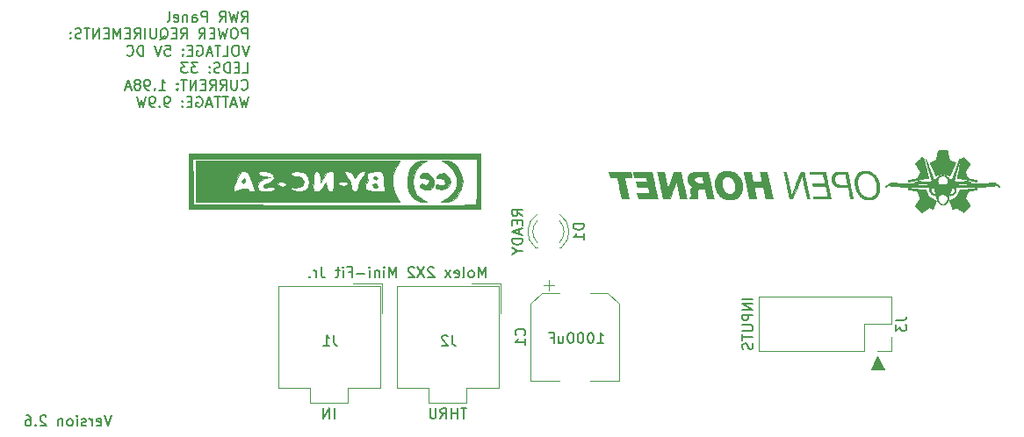
<source format=gbr>
G04 #@! TF.GenerationSoftware,KiCad,Pcbnew,(5.1.12-1-10_14)*
G04 #@! TF.CreationDate,2021-11-27T12:40:35+11:00*
G04 #@! TF.ProjectId,RWR_Control_Panel_V2,5257525f-436f-46e7-9472-6f6c5f50616e,-*
G04 #@! TF.SameCoordinates,Original*
G04 #@! TF.FileFunction,Legend,Bot*
G04 #@! TF.FilePolarity,Positive*
%FSLAX46Y46*%
G04 Gerber Fmt 4.6, Leading zero omitted, Abs format (unit mm)*
G04 Created by KiCad (PCBNEW (5.1.12-1-10_14)) date 2021-11-27 12:40:35*
%MOMM*%
%LPD*%
G01*
G04 APERTURE LIST*
%ADD10C,0.150000*%
%ADD11C,0.100000*%
%ADD12C,0.010000*%
%ADD13C,0.120000*%
G04 APERTURE END LIST*
D10*
X149800012Y-85857941D02*
X149800012Y-84857941D01*
X149419060Y-84857941D01*
X149323822Y-84905561D01*
X149276203Y-84953180D01*
X149228584Y-85048418D01*
X149228584Y-85191275D01*
X149276203Y-85286513D01*
X149323822Y-85334132D01*
X149419060Y-85381751D01*
X149800012Y-85381751D01*
X148609536Y-84857941D02*
X148419060Y-84857941D01*
X148323822Y-84905561D01*
X148228584Y-85000799D01*
X148180965Y-85191275D01*
X148180965Y-85524608D01*
X148228584Y-85715084D01*
X148323822Y-85810322D01*
X148419060Y-85857941D01*
X148609536Y-85857941D01*
X148704774Y-85810322D01*
X148800012Y-85715084D01*
X148847631Y-85524608D01*
X148847631Y-85191275D01*
X148800012Y-85000799D01*
X148704774Y-84905561D01*
X148609536Y-84857941D01*
X147847631Y-84857941D02*
X147609536Y-85857941D01*
X147419060Y-85143656D01*
X147228584Y-85857941D01*
X146990488Y-84857941D01*
X146609536Y-85334132D02*
X146276203Y-85334132D01*
X146133346Y-85857941D02*
X146609536Y-85857941D01*
X146609536Y-84857941D01*
X146133346Y-84857941D01*
X145133346Y-85857941D02*
X145466679Y-85381751D01*
X145704774Y-85857941D02*
X145704774Y-84857941D01*
X145323822Y-84857941D01*
X145228584Y-84905561D01*
X145180965Y-84953180D01*
X145133346Y-85048418D01*
X145133346Y-85191275D01*
X145180965Y-85286513D01*
X145228584Y-85334132D01*
X145323822Y-85381751D01*
X145704774Y-85381751D01*
X143371441Y-85857941D02*
X143704774Y-85381751D01*
X143942869Y-85857941D02*
X143942869Y-84857941D01*
X143561917Y-84857941D01*
X143466679Y-84905561D01*
X143419060Y-84953180D01*
X143371441Y-85048418D01*
X143371441Y-85191275D01*
X143419060Y-85286513D01*
X143466679Y-85334132D01*
X143561917Y-85381751D01*
X143942869Y-85381751D01*
X142942869Y-85334132D02*
X142609536Y-85334132D01*
X142466679Y-85857941D02*
X142942869Y-85857941D01*
X142942869Y-84857941D01*
X142466679Y-84857941D01*
X141371441Y-85953180D02*
X141466679Y-85905561D01*
X141561917Y-85810322D01*
X141704774Y-85667465D01*
X141800012Y-85619846D01*
X141895250Y-85619846D01*
X141847631Y-85857941D02*
X141942869Y-85810322D01*
X142038108Y-85715084D01*
X142085727Y-85524608D01*
X142085727Y-85191275D01*
X142038108Y-85000799D01*
X141942869Y-84905561D01*
X141847631Y-84857941D01*
X141657155Y-84857941D01*
X141561917Y-84905561D01*
X141466679Y-85000799D01*
X141419060Y-85191275D01*
X141419060Y-85524608D01*
X141466679Y-85715084D01*
X141561917Y-85810322D01*
X141657155Y-85857941D01*
X141847631Y-85857941D01*
X140990488Y-84857941D02*
X140990488Y-85667465D01*
X140942869Y-85762703D01*
X140895250Y-85810322D01*
X140800012Y-85857941D01*
X140609536Y-85857941D01*
X140514298Y-85810322D01*
X140466679Y-85762703D01*
X140419060Y-85667465D01*
X140419060Y-84857941D01*
X139942869Y-85857941D02*
X139942869Y-84857941D01*
X138895250Y-85857941D02*
X139228584Y-85381751D01*
X139466679Y-85857941D02*
X139466679Y-84857941D01*
X139085727Y-84857941D01*
X138990488Y-84905561D01*
X138942869Y-84953180D01*
X138895250Y-85048418D01*
X138895250Y-85191275D01*
X138942869Y-85286513D01*
X138990488Y-85334132D01*
X139085727Y-85381751D01*
X139466679Y-85381751D01*
X138466679Y-85334132D02*
X138133346Y-85334132D01*
X137990488Y-85857941D02*
X138466679Y-85857941D01*
X138466679Y-84857941D01*
X137990488Y-84857941D01*
X137561917Y-85857941D02*
X137561917Y-84857941D01*
X137228584Y-85572227D01*
X136895250Y-84857941D01*
X136895250Y-85857941D01*
X136419060Y-85334132D02*
X136085727Y-85334132D01*
X135942869Y-85857941D02*
X136419060Y-85857941D01*
X136419060Y-84857941D01*
X135942869Y-84857941D01*
X135514298Y-85857941D02*
X135514298Y-84857941D01*
X134942869Y-85857941D01*
X134942869Y-84857941D01*
X134609536Y-84857941D02*
X134038108Y-84857941D01*
X134323822Y-85857941D02*
X134323822Y-84857941D01*
X133752393Y-85810322D02*
X133609536Y-85857941D01*
X133371441Y-85857941D01*
X133276203Y-85810322D01*
X133228584Y-85762703D01*
X133180965Y-85667465D01*
X133180965Y-85572227D01*
X133228584Y-85476989D01*
X133276203Y-85429370D01*
X133371441Y-85381751D01*
X133561917Y-85334132D01*
X133657155Y-85286513D01*
X133704774Y-85238894D01*
X133752393Y-85143656D01*
X133752393Y-85048418D01*
X133704774Y-84953180D01*
X133657155Y-84905561D01*
X133561917Y-84857941D01*
X133323822Y-84857941D01*
X133180965Y-84905561D01*
X132752393Y-85762703D02*
X132704774Y-85810322D01*
X132752393Y-85857941D01*
X132800012Y-85810322D01*
X132752393Y-85762703D01*
X132752393Y-85857941D01*
X132752393Y-85238894D02*
X132704774Y-85286513D01*
X132752393Y-85334132D01*
X132800012Y-85286513D01*
X132752393Y-85238894D01*
X132752393Y-85334132D01*
X149942869Y-86507941D02*
X149609536Y-87507941D01*
X149276203Y-86507941D01*
X148752393Y-86507941D02*
X148561917Y-86507941D01*
X148466679Y-86555561D01*
X148371441Y-86650799D01*
X148323822Y-86841275D01*
X148323822Y-87174608D01*
X148371441Y-87365084D01*
X148466679Y-87460322D01*
X148561917Y-87507941D01*
X148752393Y-87507941D01*
X148847631Y-87460322D01*
X148942869Y-87365084D01*
X148990488Y-87174608D01*
X148990488Y-86841275D01*
X148942869Y-86650799D01*
X148847631Y-86555561D01*
X148752393Y-86507941D01*
X147419060Y-87507941D02*
X147895250Y-87507941D01*
X147895250Y-86507941D01*
X147228584Y-86507941D02*
X146657155Y-86507941D01*
X146942869Y-87507941D02*
X146942869Y-86507941D01*
X146371441Y-87222227D02*
X145895250Y-87222227D01*
X146466679Y-87507941D02*
X146133346Y-86507941D01*
X145800012Y-87507941D01*
X144942869Y-86555561D02*
X145038108Y-86507941D01*
X145180965Y-86507941D01*
X145323822Y-86555561D01*
X145419060Y-86650799D01*
X145466679Y-86746037D01*
X145514298Y-86936513D01*
X145514298Y-87079370D01*
X145466679Y-87269846D01*
X145419060Y-87365084D01*
X145323822Y-87460322D01*
X145180965Y-87507941D01*
X145085727Y-87507941D01*
X144942869Y-87460322D01*
X144895250Y-87412703D01*
X144895250Y-87079370D01*
X145085727Y-87079370D01*
X144466679Y-86984132D02*
X144133346Y-86984132D01*
X143990488Y-87507941D02*
X144466679Y-87507941D01*
X144466679Y-86507941D01*
X143990488Y-86507941D01*
X143561917Y-87412703D02*
X143514298Y-87460322D01*
X143561917Y-87507941D01*
X143609536Y-87460322D01*
X143561917Y-87412703D01*
X143561917Y-87507941D01*
X143561917Y-86888894D02*
X143514298Y-86936513D01*
X143561917Y-86984132D01*
X143609536Y-86936513D01*
X143561917Y-86888894D01*
X143561917Y-86984132D01*
X141847631Y-86507941D02*
X142323822Y-86507941D01*
X142371441Y-86984132D01*
X142323822Y-86936513D01*
X142228584Y-86888894D01*
X141990488Y-86888894D01*
X141895250Y-86936513D01*
X141847631Y-86984132D01*
X141800012Y-87079370D01*
X141800012Y-87317465D01*
X141847631Y-87412703D01*
X141895250Y-87460322D01*
X141990488Y-87507941D01*
X142228584Y-87507941D01*
X142323822Y-87460322D01*
X142371441Y-87412703D01*
X141514298Y-86507941D02*
X141180965Y-87507941D01*
X140847631Y-86507941D01*
X139752393Y-87507941D02*
X139752393Y-86507941D01*
X139514298Y-86507941D01*
X139371441Y-86555561D01*
X139276203Y-86650799D01*
X139228584Y-86746037D01*
X139180965Y-86936513D01*
X139180965Y-87079370D01*
X139228584Y-87269846D01*
X139276203Y-87365084D01*
X139371441Y-87460322D01*
X139514298Y-87507941D01*
X139752393Y-87507941D01*
X138180965Y-87412703D02*
X138228584Y-87460322D01*
X138371441Y-87507941D01*
X138466679Y-87507941D01*
X138609536Y-87460322D01*
X138704774Y-87365084D01*
X138752393Y-87269846D01*
X138800012Y-87079370D01*
X138800012Y-86936513D01*
X138752393Y-86746037D01*
X138704774Y-86650799D01*
X138609536Y-86555561D01*
X138466679Y-86507941D01*
X138371441Y-86507941D01*
X138228584Y-86555561D01*
X138180965Y-86603180D01*
X149323822Y-89157941D02*
X149800012Y-89157941D01*
X149800012Y-88157941D01*
X148990488Y-88634132D02*
X148657155Y-88634132D01*
X148514298Y-89157941D02*
X148990488Y-89157941D01*
X148990488Y-88157941D01*
X148514298Y-88157941D01*
X148085727Y-89157941D02*
X148085727Y-88157941D01*
X147847631Y-88157941D01*
X147704774Y-88205561D01*
X147609536Y-88300799D01*
X147561917Y-88396037D01*
X147514298Y-88586513D01*
X147514298Y-88729370D01*
X147561917Y-88919846D01*
X147609536Y-89015084D01*
X147704774Y-89110322D01*
X147847631Y-89157941D01*
X148085727Y-89157941D01*
X147133346Y-89110322D02*
X146990488Y-89157941D01*
X146752393Y-89157941D01*
X146657155Y-89110322D01*
X146609536Y-89062703D01*
X146561917Y-88967465D01*
X146561917Y-88872227D01*
X146609536Y-88776989D01*
X146657155Y-88729370D01*
X146752393Y-88681751D01*
X146942869Y-88634132D01*
X147038108Y-88586513D01*
X147085727Y-88538894D01*
X147133346Y-88443656D01*
X147133346Y-88348418D01*
X147085727Y-88253180D01*
X147038108Y-88205561D01*
X146942869Y-88157941D01*
X146704774Y-88157941D01*
X146561917Y-88205561D01*
X146133346Y-89062703D02*
X146085727Y-89110322D01*
X146133346Y-89157941D01*
X146180965Y-89110322D01*
X146133346Y-89062703D01*
X146133346Y-89157941D01*
X146133346Y-88538894D02*
X146085727Y-88586513D01*
X146133346Y-88634132D01*
X146180965Y-88586513D01*
X146133346Y-88538894D01*
X146133346Y-88634132D01*
X144990488Y-88157941D02*
X144371441Y-88157941D01*
X144704774Y-88538894D01*
X144561917Y-88538894D01*
X144466679Y-88586513D01*
X144419060Y-88634132D01*
X144371441Y-88729370D01*
X144371441Y-88967465D01*
X144419060Y-89062703D01*
X144466679Y-89110322D01*
X144561917Y-89157941D01*
X144847631Y-89157941D01*
X144942869Y-89110322D01*
X144990488Y-89062703D01*
X144038108Y-88157941D02*
X143419060Y-88157941D01*
X143752393Y-88538894D01*
X143609536Y-88538894D01*
X143514298Y-88586513D01*
X143466679Y-88634132D01*
X143419060Y-88729370D01*
X143419060Y-88967465D01*
X143466679Y-89062703D01*
X143514298Y-89110322D01*
X143609536Y-89157941D01*
X143895250Y-89157941D01*
X143990488Y-89110322D01*
X144038108Y-89062703D01*
X149228584Y-90712703D02*
X149276203Y-90760322D01*
X149419060Y-90807941D01*
X149514298Y-90807941D01*
X149657155Y-90760322D01*
X149752393Y-90665084D01*
X149800012Y-90569846D01*
X149847631Y-90379370D01*
X149847631Y-90236513D01*
X149800012Y-90046037D01*
X149752393Y-89950799D01*
X149657155Y-89855561D01*
X149514298Y-89807941D01*
X149419060Y-89807941D01*
X149276203Y-89855561D01*
X149228584Y-89903180D01*
X148800012Y-89807941D02*
X148800012Y-90617465D01*
X148752393Y-90712703D01*
X148704774Y-90760322D01*
X148609536Y-90807941D01*
X148419060Y-90807941D01*
X148323822Y-90760322D01*
X148276203Y-90712703D01*
X148228584Y-90617465D01*
X148228584Y-89807941D01*
X147180965Y-90807941D02*
X147514298Y-90331751D01*
X147752393Y-90807941D02*
X147752393Y-89807941D01*
X147371441Y-89807941D01*
X147276203Y-89855561D01*
X147228584Y-89903180D01*
X147180965Y-89998418D01*
X147180965Y-90141275D01*
X147228584Y-90236513D01*
X147276203Y-90284132D01*
X147371441Y-90331751D01*
X147752393Y-90331751D01*
X146180965Y-90807941D02*
X146514298Y-90331751D01*
X146752393Y-90807941D02*
X146752393Y-89807941D01*
X146371441Y-89807941D01*
X146276203Y-89855561D01*
X146228584Y-89903180D01*
X146180965Y-89998418D01*
X146180965Y-90141275D01*
X146228584Y-90236513D01*
X146276203Y-90284132D01*
X146371441Y-90331751D01*
X146752393Y-90331751D01*
X145752393Y-90284132D02*
X145419060Y-90284132D01*
X145276203Y-90807941D02*
X145752393Y-90807941D01*
X145752393Y-89807941D01*
X145276203Y-89807941D01*
X144847631Y-90807941D02*
X144847631Y-89807941D01*
X144276203Y-90807941D01*
X144276203Y-89807941D01*
X143942869Y-89807941D02*
X143371441Y-89807941D01*
X143657155Y-90807941D02*
X143657155Y-89807941D01*
X143038108Y-90712703D02*
X142990488Y-90760322D01*
X143038108Y-90807941D01*
X143085727Y-90760322D01*
X143038108Y-90712703D01*
X143038108Y-90807941D01*
X143038108Y-90188894D02*
X142990488Y-90236513D01*
X143038108Y-90284132D01*
X143085727Y-90236513D01*
X143038108Y-90188894D01*
X143038108Y-90284132D01*
X141276203Y-90807941D02*
X141847631Y-90807941D01*
X141561917Y-90807941D02*
X141561917Y-89807941D01*
X141657155Y-89950799D01*
X141752393Y-90046037D01*
X141847631Y-90093656D01*
X140847631Y-90712703D02*
X140800012Y-90760322D01*
X140847631Y-90807941D01*
X140895250Y-90760322D01*
X140847631Y-90712703D01*
X140847631Y-90807941D01*
X140323822Y-90807941D02*
X140133346Y-90807941D01*
X140038108Y-90760322D01*
X139990488Y-90712703D01*
X139895250Y-90569846D01*
X139847631Y-90379370D01*
X139847631Y-89998418D01*
X139895250Y-89903180D01*
X139942869Y-89855561D01*
X140038108Y-89807941D01*
X140228584Y-89807941D01*
X140323822Y-89855561D01*
X140371441Y-89903180D01*
X140419060Y-89998418D01*
X140419060Y-90236513D01*
X140371441Y-90331751D01*
X140323822Y-90379370D01*
X140228584Y-90426989D01*
X140038108Y-90426989D01*
X139942869Y-90379370D01*
X139895250Y-90331751D01*
X139847631Y-90236513D01*
X139276203Y-90236513D02*
X139371441Y-90188894D01*
X139419060Y-90141275D01*
X139466679Y-90046037D01*
X139466679Y-89998418D01*
X139419060Y-89903180D01*
X139371441Y-89855561D01*
X139276203Y-89807941D01*
X139085727Y-89807941D01*
X138990488Y-89855561D01*
X138942869Y-89903180D01*
X138895250Y-89998418D01*
X138895250Y-90046037D01*
X138942869Y-90141275D01*
X138990488Y-90188894D01*
X139085727Y-90236513D01*
X139276203Y-90236513D01*
X139371441Y-90284132D01*
X139419060Y-90331751D01*
X139466679Y-90426989D01*
X139466679Y-90617465D01*
X139419060Y-90712703D01*
X139371441Y-90760322D01*
X139276203Y-90807941D01*
X139085727Y-90807941D01*
X138990488Y-90760322D01*
X138942869Y-90712703D01*
X138895250Y-90617465D01*
X138895250Y-90426989D01*
X138942869Y-90331751D01*
X138990488Y-90284132D01*
X139085727Y-90236513D01*
X138514298Y-90522227D02*
X138038108Y-90522227D01*
X138609536Y-90807941D02*
X138276203Y-89807941D01*
X137942869Y-90807941D01*
X149895250Y-91457941D02*
X149657155Y-92457941D01*
X149466679Y-91743656D01*
X149276203Y-92457941D01*
X149038108Y-91457941D01*
X148704774Y-92172227D02*
X148228584Y-92172227D01*
X148800012Y-92457941D02*
X148466679Y-91457941D01*
X148133346Y-92457941D01*
X147942869Y-91457941D02*
X147371441Y-91457941D01*
X147657155Y-92457941D02*
X147657155Y-91457941D01*
X147180965Y-91457941D02*
X146609536Y-91457941D01*
X146895250Y-92457941D02*
X146895250Y-91457941D01*
X146323822Y-92172227D02*
X145847631Y-92172227D01*
X146419060Y-92457941D02*
X146085727Y-91457941D01*
X145752393Y-92457941D01*
X144895250Y-91505561D02*
X144990488Y-91457941D01*
X145133346Y-91457941D01*
X145276203Y-91505561D01*
X145371441Y-91600799D01*
X145419060Y-91696037D01*
X145466679Y-91886513D01*
X145466679Y-92029370D01*
X145419060Y-92219846D01*
X145371441Y-92315084D01*
X145276203Y-92410322D01*
X145133346Y-92457941D01*
X145038108Y-92457941D01*
X144895250Y-92410322D01*
X144847631Y-92362703D01*
X144847631Y-92029370D01*
X145038108Y-92029370D01*
X144419060Y-91934132D02*
X144085727Y-91934132D01*
X143942869Y-92457941D02*
X144419060Y-92457941D01*
X144419060Y-91457941D01*
X143942869Y-91457941D01*
X143514298Y-92362703D02*
X143466679Y-92410322D01*
X143514298Y-92457941D01*
X143561917Y-92410322D01*
X143514298Y-92362703D01*
X143514298Y-92457941D01*
X143514298Y-91838894D02*
X143466679Y-91886513D01*
X143514298Y-91934132D01*
X143561917Y-91886513D01*
X143514298Y-91838894D01*
X143514298Y-91934132D01*
X142228584Y-92457941D02*
X142038108Y-92457941D01*
X141942869Y-92410322D01*
X141895250Y-92362703D01*
X141800012Y-92219846D01*
X141752393Y-92029370D01*
X141752393Y-91648418D01*
X141800012Y-91553180D01*
X141847631Y-91505561D01*
X141942869Y-91457941D01*
X142133346Y-91457941D01*
X142228584Y-91505561D01*
X142276203Y-91553180D01*
X142323822Y-91648418D01*
X142323822Y-91886513D01*
X142276203Y-91981751D01*
X142228584Y-92029370D01*
X142133346Y-92076989D01*
X141942869Y-92076989D01*
X141847631Y-92029370D01*
X141800012Y-91981751D01*
X141752393Y-91886513D01*
X141323822Y-92362703D02*
X141276203Y-92410322D01*
X141323822Y-92457941D01*
X141371441Y-92410322D01*
X141323822Y-92362703D01*
X141323822Y-92457941D01*
X140800012Y-92457941D02*
X140609536Y-92457941D01*
X140514298Y-92410322D01*
X140466679Y-92362703D01*
X140371441Y-92219846D01*
X140323822Y-92029370D01*
X140323822Y-91648418D01*
X140371441Y-91553180D01*
X140419060Y-91505561D01*
X140514298Y-91457941D01*
X140704774Y-91457941D01*
X140800012Y-91505561D01*
X140847631Y-91553180D01*
X140895250Y-91648418D01*
X140895250Y-91886513D01*
X140847631Y-91981751D01*
X140800012Y-92029370D01*
X140704774Y-92076989D01*
X140514298Y-92076989D01*
X140419060Y-92029370D01*
X140371441Y-91981751D01*
X140323822Y-91886513D01*
X139990488Y-91457941D02*
X139752393Y-92457941D01*
X139561917Y-91743656D01*
X139371441Y-92457941D01*
X139133346Y-91457941D01*
X149243703Y-84217941D02*
X149577036Y-83741751D01*
X149815131Y-84217941D02*
X149815131Y-83217941D01*
X149434179Y-83217941D01*
X149338941Y-83265561D01*
X149291322Y-83313180D01*
X149243703Y-83408418D01*
X149243703Y-83551275D01*
X149291322Y-83646513D01*
X149338941Y-83694132D01*
X149434179Y-83741751D01*
X149815131Y-83741751D01*
X148910369Y-83217941D02*
X148672274Y-84217941D01*
X148481798Y-83503656D01*
X148291322Y-84217941D01*
X148053227Y-83217941D01*
X147100846Y-84217941D02*
X147434179Y-83741751D01*
X147672274Y-84217941D02*
X147672274Y-83217941D01*
X147291322Y-83217941D01*
X147196084Y-83265561D01*
X147148465Y-83313180D01*
X147100846Y-83408418D01*
X147100846Y-83551275D01*
X147148465Y-83646513D01*
X147196084Y-83694132D01*
X147291322Y-83741751D01*
X147672274Y-83741751D01*
X145910369Y-84217941D02*
X145910369Y-83217941D01*
X145529417Y-83217941D01*
X145434179Y-83265561D01*
X145386560Y-83313180D01*
X145338941Y-83408418D01*
X145338941Y-83551275D01*
X145386560Y-83646513D01*
X145434179Y-83694132D01*
X145529417Y-83741751D01*
X145910369Y-83741751D01*
X144481798Y-84217941D02*
X144481798Y-83694132D01*
X144529417Y-83598894D01*
X144624655Y-83551275D01*
X144815131Y-83551275D01*
X144910369Y-83598894D01*
X144481798Y-84170322D02*
X144577036Y-84217941D01*
X144815131Y-84217941D01*
X144910369Y-84170322D01*
X144957988Y-84075084D01*
X144957988Y-83979846D01*
X144910369Y-83884608D01*
X144815131Y-83836989D01*
X144577036Y-83836989D01*
X144481798Y-83789370D01*
X144005608Y-83551275D02*
X144005608Y-84217941D01*
X144005608Y-83646513D02*
X143957988Y-83598894D01*
X143862750Y-83551275D01*
X143719893Y-83551275D01*
X143624655Y-83598894D01*
X143577036Y-83694132D01*
X143577036Y-84217941D01*
X142719893Y-84170322D02*
X142815131Y-84217941D01*
X143005608Y-84217941D01*
X143100846Y-84170322D01*
X143148465Y-84075084D01*
X143148465Y-83694132D01*
X143100846Y-83598894D01*
X143005608Y-83551275D01*
X142815131Y-83551275D01*
X142719893Y-83598894D01*
X142672274Y-83694132D01*
X142672274Y-83789370D01*
X143148465Y-83884608D01*
X142100846Y-84217941D02*
X142196084Y-84170322D01*
X142243703Y-84075084D01*
X142243703Y-83217941D01*
X172717988Y-108897941D02*
X172717988Y-107897941D01*
X172384655Y-108612227D01*
X172051322Y-107897941D01*
X172051322Y-108897941D01*
X171432274Y-108897941D02*
X171527512Y-108850322D01*
X171575131Y-108802703D01*
X171622750Y-108707465D01*
X171622750Y-108421751D01*
X171575131Y-108326513D01*
X171527512Y-108278894D01*
X171432274Y-108231275D01*
X171289417Y-108231275D01*
X171194179Y-108278894D01*
X171146560Y-108326513D01*
X171098941Y-108421751D01*
X171098941Y-108707465D01*
X171146560Y-108802703D01*
X171194179Y-108850322D01*
X171289417Y-108897941D01*
X171432274Y-108897941D01*
X170527512Y-108897941D02*
X170622750Y-108850322D01*
X170670369Y-108755084D01*
X170670369Y-107897941D01*
X169765608Y-108850322D02*
X169860846Y-108897941D01*
X170051322Y-108897941D01*
X170146560Y-108850322D01*
X170194179Y-108755084D01*
X170194179Y-108374132D01*
X170146560Y-108278894D01*
X170051322Y-108231275D01*
X169860846Y-108231275D01*
X169765608Y-108278894D01*
X169717988Y-108374132D01*
X169717988Y-108469370D01*
X170194179Y-108564608D01*
X169384655Y-108897941D02*
X168860846Y-108231275D01*
X169384655Y-108231275D02*
X168860846Y-108897941D01*
X167765608Y-107993180D02*
X167717988Y-107945561D01*
X167622750Y-107897941D01*
X167384655Y-107897941D01*
X167289417Y-107945561D01*
X167241798Y-107993180D01*
X167194179Y-108088418D01*
X167194179Y-108183656D01*
X167241798Y-108326513D01*
X167813227Y-108897941D01*
X167194179Y-108897941D01*
X166860846Y-107897941D02*
X166194179Y-108897941D01*
X166194179Y-107897941D02*
X166860846Y-108897941D01*
X165860846Y-107993180D02*
X165813227Y-107945561D01*
X165717988Y-107897941D01*
X165479893Y-107897941D01*
X165384655Y-107945561D01*
X165337036Y-107993180D01*
X165289417Y-108088418D01*
X165289417Y-108183656D01*
X165337036Y-108326513D01*
X165908465Y-108897941D01*
X165289417Y-108897941D01*
X164098941Y-108897941D02*
X164098941Y-107897941D01*
X163765608Y-108612227D01*
X163432274Y-107897941D01*
X163432274Y-108897941D01*
X162956084Y-108897941D02*
X162956084Y-108231275D01*
X162956084Y-107897941D02*
X163003703Y-107945561D01*
X162956084Y-107993180D01*
X162908465Y-107945561D01*
X162956084Y-107897941D01*
X162956084Y-107993180D01*
X162479893Y-108231275D02*
X162479893Y-108897941D01*
X162479893Y-108326513D02*
X162432274Y-108278894D01*
X162337036Y-108231275D01*
X162194179Y-108231275D01*
X162098941Y-108278894D01*
X162051322Y-108374132D01*
X162051322Y-108897941D01*
X161575131Y-108897941D02*
X161575131Y-108231275D01*
X161575131Y-107897941D02*
X161622750Y-107945561D01*
X161575131Y-107993180D01*
X161527512Y-107945561D01*
X161575131Y-107897941D01*
X161575131Y-107993180D01*
X161098941Y-108516989D02*
X160337036Y-108516989D01*
X159527512Y-108374132D02*
X159860846Y-108374132D01*
X159860846Y-108897941D02*
X159860846Y-107897941D01*
X159384655Y-107897941D01*
X159003703Y-108897941D02*
X159003703Y-108231275D01*
X159003703Y-107897941D02*
X159051322Y-107945561D01*
X159003703Y-107993180D01*
X158956084Y-107945561D01*
X159003703Y-107897941D01*
X159003703Y-107993180D01*
X158670369Y-108231275D02*
X158289417Y-108231275D01*
X158527512Y-107897941D02*
X158527512Y-108755084D01*
X158479893Y-108850322D01*
X158384655Y-108897941D01*
X158289417Y-108897941D01*
X156908465Y-107897941D02*
X156908465Y-108612227D01*
X156956084Y-108755084D01*
X157051322Y-108850322D01*
X157194179Y-108897941D01*
X157289417Y-108897941D01*
X156432274Y-108897941D02*
X156432274Y-108231275D01*
X156432274Y-108421751D02*
X156384655Y-108326513D01*
X156337036Y-108278894D01*
X156241798Y-108231275D01*
X156146560Y-108231275D01*
X155813227Y-108802703D02*
X155765608Y-108850322D01*
X155813227Y-108897941D01*
X155860846Y-108850322D01*
X155813227Y-108802703D01*
X155813227Y-108897941D01*
X183529417Y-115217941D02*
X184100846Y-115217941D01*
X183815131Y-115217941D02*
X183815131Y-114217941D01*
X183910369Y-114360799D01*
X184005608Y-114456037D01*
X184100846Y-114503656D01*
X182910369Y-114217941D02*
X182815131Y-114217941D01*
X182719893Y-114265561D01*
X182672274Y-114313180D01*
X182624655Y-114408418D01*
X182577036Y-114598894D01*
X182577036Y-114836989D01*
X182624655Y-115027465D01*
X182672274Y-115122703D01*
X182719893Y-115170322D01*
X182815131Y-115217941D01*
X182910369Y-115217941D01*
X183005608Y-115170322D01*
X183053227Y-115122703D01*
X183100846Y-115027465D01*
X183148465Y-114836989D01*
X183148465Y-114598894D01*
X183100846Y-114408418D01*
X183053227Y-114313180D01*
X183005608Y-114265561D01*
X182910369Y-114217941D01*
X181957988Y-114217941D02*
X181862750Y-114217941D01*
X181767512Y-114265561D01*
X181719893Y-114313180D01*
X181672274Y-114408418D01*
X181624655Y-114598894D01*
X181624655Y-114836989D01*
X181672274Y-115027465D01*
X181719893Y-115122703D01*
X181767512Y-115170322D01*
X181862750Y-115217941D01*
X181957988Y-115217941D01*
X182053227Y-115170322D01*
X182100846Y-115122703D01*
X182148465Y-115027465D01*
X182196084Y-114836989D01*
X182196084Y-114598894D01*
X182148465Y-114408418D01*
X182100846Y-114313180D01*
X182053227Y-114265561D01*
X181957988Y-114217941D01*
X181005608Y-114217941D02*
X180910369Y-114217941D01*
X180815131Y-114265561D01*
X180767512Y-114313180D01*
X180719893Y-114408418D01*
X180672274Y-114598894D01*
X180672274Y-114836989D01*
X180719893Y-115027465D01*
X180767512Y-115122703D01*
X180815131Y-115170322D01*
X180910369Y-115217941D01*
X181005608Y-115217941D01*
X181100846Y-115170322D01*
X181148465Y-115122703D01*
X181196084Y-115027465D01*
X181243703Y-114836989D01*
X181243703Y-114598894D01*
X181196084Y-114408418D01*
X181148465Y-114313180D01*
X181100846Y-114265561D01*
X181005608Y-114217941D01*
X179815131Y-114551275D02*
X179815131Y-115217941D01*
X180243703Y-114551275D02*
X180243703Y-115075084D01*
X180196084Y-115170322D01*
X180100846Y-115217941D01*
X179957988Y-115217941D01*
X179862750Y-115170322D01*
X179815131Y-115122703D01*
X179005608Y-114694132D02*
X179338941Y-114694132D01*
X179338941Y-115217941D02*
X179338941Y-114217941D01*
X178862750Y-114217941D01*
D11*
G36*
X211190608Y-117810561D02*
G01*
X209920608Y-117810561D01*
X210555608Y-116540561D01*
X211190608Y-117810561D01*
G37*
X211190608Y-117810561D02*
X209920608Y-117810561D01*
X210555608Y-116540561D01*
X211190608Y-117810561D01*
D10*
X136650156Y-122212315D02*
X136316822Y-123212315D01*
X135983489Y-122212315D01*
X135269203Y-123164696D02*
X135364441Y-123212315D01*
X135554918Y-123212315D01*
X135650156Y-123164696D01*
X135697775Y-123069458D01*
X135697775Y-122688506D01*
X135650156Y-122593268D01*
X135554918Y-122545649D01*
X135364441Y-122545649D01*
X135269203Y-122593268D01*
X135221584Y-122688506D01*
X135221584Y-122783744D01*
X135697775Y-122878982D01*
X134793013Y-123212315D02*
X134793013Y-122545649D01*
X134793013Y-122736125D02*
X134745394Y-122640887D01*
X134697775Y-122593268D01*
X134602537Y-122545649D01*
X134507299Y-122545649D01*
X134221584Y-123164696D02*
X134126346Y-123212315D01*
X133935870Y-123212315D01*
X133840632Y-123164696D01*
X133793013Y-123069458D01*
X133793013Y-123021839D01*
X133840632Y-122926601D01*
X133935870Y-122878982D01*
X134078727Y-122878982D01*
X134173965Y-122831363D01*
X134221584Y-122736125D01*
X134221584Y-122688506D01*
X134173965Y-122593268D01*
X134078727Y-122545649D01*
X133935870Y-122545649D01*
X133840632Y-122593268D01*
X133364441Y-123212315D02*
X133364441Y-122545649D01*
X133364441Y-122212315D02*
X133412060Y-122259935D01*
X133364441Y-122307554D01*
X133316822Y-122259935D01*
X133364441Y-122212315D01*
X133364441Y-122307554D01*
X132745394Y-123212315D02*
X132840632Y-123164696D01*
X132888251Y-123117077D01*
X132935870Y-123021839D01*
X132935870Y-122736125D01*
X132888251Y-122640887D01*
X132840632Y-122593268D01*
X132745394Y-122545649D01*
X132602537Y-122545649D01*
X132507299Y-122593268D01*
X132459680Y-122640887D01*
X132412060Y-122736125D01*
X132412060Y-123021839D01*
X132459680Y-123117077D01*
X132507299Y-123164696D01*
X132602537Y-123212315D01*
X132745394Y-123212315D01*
X131983489Y-122545649D02*
X131983489Y-123212315D01*
X131983489Y-122640887D02*
X131935870Y-122593268D01*
X131840632Y-122545649D01*
X131697775Y-122545649D01*
X131602537Y-122593268D01*
X131554918Y-122688506D01*
X131554918Y-123212315D01*
X130364441Y-122307554D02*
X130316822Y-122259935D01*
X130221584Y-122212315D01*
X129983489Y-122212315D01*
X129888251Y-122259935D01*
X129840632Y-122307554D01*
X129793013Y-122402792D01*
X129793013Y-122498030D01*
X129840632Y-122640887D01*
X130412060Y-123212315D01*
X129793013Y-123212315D01*
X129364441Y-123117077D02*
X129316822Y-123164696D01*
X129364441Y-123212315D01*
X129412060Y-123164696D01*
X129364441Y-123117077D01*
X129364441Y-123212315D01*
X128459680Y-122212315D02*
X128650156Y-122212315D01*
X128745394Y-122259935D01*
X128793013Y-122307554D01*
X128888251Y-122450411D01*
X128935870Y-122640887D01*
X128935870Y-123021839D01*
X128888251Y-123117077D01*
X128840632Y-123164696D01*
X128745394Y-123212315D01*
X128554918Y-123212315D01*
X128459680Y-123164696D01*
X128412060Y-123117077D01*
X128364441Y-123021839D01*
X128364441Y-122783744D01*
X128412060Y-122688506D01*
X128459680Y-122640887D01*
X128554918Y-122593268D01*
X128745394Y-122593268D01*
X128840632Y-122640887D01*
X128888251Y-122688506D01*
X128935870Y-122783744D01*
D12*
G36*
X149370376Y-99363243D02*
G01*
X149208581Y-99578295D01*
X149202164Y-99625489D01*
X149330467Y-99779243D01*
X149370376Y-99783773D01*
X149518001Y-99646855D01*
X149538588Y-99521528D01*
X149457041Y-99347419D01*
X149370376Y-99363243D01*
G37*
X149370376Y-99363243D02*
X149208581Y-99578295D01*
X149202164Y-99625489D01*
X149330467Y-99779243D01*
X149370376Y-99783773D01*
X149518001Y-99646855D01*
X149538588Y-99521528D01*
X149457041Y-99347419D01*
X149370376Y-99363243D01*
G36*
X161886340Y-99192473D02*
G01*
X161902164Y-99279137D01*
X162117216Y-99440933D01*
X162164410Y-99447349D01*
X162318164Y-99319047D01*
X162322694Y-99279137D01*
X162185776Y-99131512D01*
X162060449Y-99110925D01*
X161886340Y-99192473D01*
G37*
X161886340Y-99192473D02*
X161902164Y-99279137D01*
X162117216Y-99440933D01*
X162164410Y-99447349D01*
X162318164Y-99319047D01*
X162322694Y-99279137D01*
X162185776Y-99131512D01*
X162060449Y-99110925D01*
X161886340Y-99192473D01*
G36*
X161860175Y-99881578D02*
G01*
X161856607Y-99983525D01*
X162024036Y-100205660D01*
X162225599Y-100233903D01*
X162322694Y-100050109D01*
X162187258Y-99818389D01*
X162056359Y-99783773D01*
X161860175Y-99881578D01*
G37*
X161860175Y-99881578D02*
X161856607Y-99983525D01*
X162024036Y-100205660D01*
X162225599Y-100233903D01*
X162322694Y-100050109D01*
X162187258Y-99818389D01*
X162056359Y-99783773D01*
X161860175Y-99881578D01*
G36*
X166745149Y-98826272D02*
G01*
X166548495Y-98926483D01*
X166397531Y-99134473D01*
X166503838Y-99306923D01*
X166794455Y-99344053D01*
X166845599Y-99332797D01*
X167181962Y-99359315D01*
X167312371Y-99585643D01*
X167193003Y-99877322D01*
X166950419Y-100029112D01*
X166772968Y-99945891D01*
X166540589Y-99863009D01*
X166437311Y-99962624D01*
X166434409Y-100193332D01*
X166660215Y-100365335D01*
X167007668Y-100440856D01*
X167369704Y-100382120D01*
X167472539Y-100327886D01*
X167747488Y-99972167D01*
X167769084Y-99519531D01*
X167545868Y-99119530D01*
X167133244Y-98822258D01*
X166745149Y-98826272D01*
G37*
X166745149Y-98826272D02*
X166548495Y-98926483D01*
X166397531Y-99134473D01*
X166503838Y-99306923D01*
X166794455Y-99344053D01*
X166845599Y-99332797D01*
X167181962Y-99359315D01*
X167312371Y-99585643D01*
X167193003Y-99877322D01*
X166950419Y-100029112D01*
X166772968Y-99945891D01*
X166540589Y-99863009D01*
X166437311Y-99962624D01*
X166434409Y-100193332D01*
X166660215Y-100365335D01*
X167007668Y-100440856D01*
X167369704Y-100382120D01*
X167472539Y-100327886D01*
X167747488Y-99972167D01*
X167769084Y-99519531D01*
X167545868Y-99119530D01*
X167133244Y-98822258D01*
X166745149Y-98826272D01*
G36*
X168409848Y-98863545D02*
G01*
X168284049Y-98916740D01*
X167993591Y-99127651D01*
X167982492Y-99303470D01*
X168230914Y-99355818D01*
X168376447Y-99328367D01*
X168704009Y-99363643D01*
X168811715Y-99504316D01*
X168847387Y-99862626D01*
X168660773Y-100020799D01*
X168378323Y-99951985D01*
X168081140Y-99893311D01*
X167912206Y-100011761D01*
X167955321Y-100213789D01*
X168062402Y-100304640D01*
X168560294Y-100446238D01*
X169031978Y-100272624D01*
X169123262Y-100192288D01*
X169365326Y-99760008D01*
X169281122Y-99308607D01*
X169050488Y-99026201D01*
X168738196Y-98823366D01*
X168409848Y-98863545D01*
G37*
X168409848Y-98863545D02*
X168284049Y-98916740D01*
X167993591Y-99127651D01*
X167982492Y-99303470D01*
X168230914Y-99355818D01*
X168376447Y-99328367D01*
X168704009Y-99363643D01*
X168811715Y-99504316D01*
X168847387Y-99862626D01*
X168660773Y-100020799D01*
X168378323Y-99951985D01*
X168081140Y-99893311D01*
X167912206Y-100011761D01*
X167955321Y-100213789D01*
X168062402Y-100304640D01*
X168560294Y-100446238D01*
X169031978Y-100272624D01*
X169123262Y-100192288D01*
X169365326Y-99760008D01*
X169281122Y-99308607D01*
X169050488Y-99026201D01*
X168738196Y-98823366D01*
X168409848Y-98863545D01*
G36*
X144828655Y-101634104D02*
G01*
X164463692Y-101634104D01*
X164054825Y-100835098D01*
X163984276Y-100624833D01*
X163012331Y-100624833D01*
X162344846Y-100624833D01*
X161844307Y-100599930D01*
X161460232Y-100538457D01*
X161411286Y-100522730D01*
X161201495Y-100301405D01*
X161149923Y-99972938D01*
X161283511Y-99718339D01*
X161290864Y-99713609D01*
X161373433Y-99499544D01*
X161356843Y-99206801D01*
X161362809Y-98874782D01*
X161573984Y-98732449D01*
X161141470Y-98732449D01*
X161044534Y-98941238D01*
X160815803Y-99270141D01*
X160808787Y-99279137D01*
X160567436Y-99733458D01*
X160476103Y-100162250D01*
X160408097Y-100513065D01*
X160173680Y-100623921D01*
X160135939Y-100624833D01*
X159880076Y-100535224D01*
X159796857Y-100214133D01*
X159795775Y-100162250D01*
X159722386Y-99840185D01*
X159458923Y-99840185D01*
X159343855Y-100015151D01*
X159066862Y-100099426D01*
X158720643Y-100025874D01*
X158499446Y-99837823D01*
X158495031Y-99825826D01*
X158582649Y-99665745D01*
X158944438Y-99615561D01*
X158117396Y-99615561D01*
X158104509Y-100180530D01*
X158049458Y-100485827D01*
X157927655Y-100607744D01*
X157792145Y-100624833D01*
X157518664Y-100501228D01*
X157406283Y-100162250D01*
X157345671Y-99699667D01*
X157115791Y-100162250D01*
X156793868Y-100543013D01*
X156483988Y-100624833D01*
X156258871Y-100602678D01*
X156145050Y-100482600D01*
X156113252Y-100184180D01*
X156129295Y-99746923D01*
X155761684Y-99746923D01*
X155674435Y-100196539D01*
X155468059Y-100447472D01*
X155098703Y-100561678D01*
X154636406Y-100578745D01*
X154214951Y-100508877D01*
X153968124Y-100362279D01*
X153953637Y-100331964D01*
X153961533Y-100312120D01*
X152405514Y-100312120D01*
X152286050Y-100512691D01*
X152029719Y-100601109D01*
X151606500Y-100623353D01*
X151164041Y-100585918D01*
X150892889Y-100507678D01*
X150456310Y-100507678D01*
X150401579Y-100608098D01*
X150225595Y-100624824D01*
X150208981Y-100624833D01*
X149936978Y-100553927D01*
X149875012Y-100456621D01*
X149740173Y-100317266D01*
X149417175Y-100303216D01*
X149028298Y-100410124D01*
X148871108Y-100492306D01*
X148557641Y-100621884D01*
X148431862Y-100495135D01*
X148492097Y-100102990D01*
X148695075Y-99537500D01*
X148979116Y-98943748D01*
X149234104Y-98650803D01*
X149379986Y-98606290D01*
X149574018Y-98619640D01*
X149717030Y-98704336D01*
X149856916Y-98927342D01*
X150041573Y-99355624D01*
X150198279Y-99750393D01*
X150388855Y-100247223D01*
X150456310Y-100507678D01*
X150892889Y-100507678D01*
X150849991Y-100495300D01*
X150794269Y-100447060D01*
X150721641Y-100054207D01*
X150911137Y-99668976D01*
X151302474Y-99395099D01*
X151428790Y-99355190D01*
X151977661Y-99220104D01*
X151430972Y-99154857D01*
X151003878Y-99028709D01*
X150872463Y-98841512D01*
X151033572Y-98673911D01*
X151452429Y-98606290D01*
X151970221Y-98709954D01*
X152280251Y-98966088D01*
X152365472Y-99292407D01*
X152208838Y-99606623D01*
X151793302Y-99826451D01*
X151709217Y-99845873D01*
X151373014Y-99968231D01*
X151307863Y-100125030D01*
X151309679Y-100128069D01*
X151544869Y-100228625D01*
X151909569Y-100200786D01*
X152279920Y-100182226D01*
X152405514Y-100312120D01*
X153961533Y-100312120D01*
X154007217Y-100197314D01*
X154330107Y-100212490D01*
X154370586Y-100220305D01*
X154849887Y-100197376D01*
X155148067Y-99951095D01*
X155158536Y-99867879D01*
X153575674Y-99867879D01*
X153429447Y-100070812D01*
X153155145Y-100120197D01*
X152816922Y-100032461D01*
X152734615Y-99867879D01*
X152880842Y-99664946D01*
X153155145Y-99615561D01*
X153493367Y-99703297D01*
X153575674Y-99867879D01*
X155158536Y-99867879D01*
X155199287Y-99543968D01*
X155176250Y-99455421D01*
X155000723Y-99206300D01*
X154627461Y-99114819D01*
X154475487Y-99110925D01*
X154054899Y-99061639D01*
X153949780Y-98912049D01*
X153953088Y-98900661D01*
X154170255Y-98711687D01*
X154572597Y-98637312D01*
X155028102Y-98680003D01*
X155404759Y-98842225D01*
X155441740Y-98872847D01*
X155683356Y-99260094D01*
X155761684Y-99746923D01*
X156129295Y-99746923D01*
X156132512Y-99659249D01*
X156186913Y-99077274D01*
X156288185Y-98761160D01*
X156459123Y-98641205D01*
X156465916Y-98639841D01*
X156677999Y-98693912D01*
X156785725Y-99002405D01*
X156802757Y-99142843D01*
X156856640Y-99699667D01*
X157154914Y-99152978D01*
X157465404Y-98752752D01*
X157785292Y-98606290D01*
X157970930Y-98644293D01*
X158071242Y-98809439D01*
X158111468Y-99178435D01*
X158117396Y-99615561D01*
X158944438Y-99615561D01*
X159352107Y-99674198D01*
X159458923Y-99840185D01*
X159722386Y-99840185D01*
X159688303Y-99690617D01*
X159463092Y-99279137D01*
X159192734Y-98884256D01*
X159165709Y-98674883D01*
X159379371Y-98607015D01*
X159422629Y-98606290D01*
X159734067Y-98737666D01*
X159940375Y-98961424D01*
X160162160Y-99316559D01*
X160410906Y-98961424D01*
X160665860Y-98718047D01*
X160940762Y-98602545D01*
X161121331Y-98650735D01*
X161141470Y-98732449D01*
X161573984Y-98732449D01*
X161608101Y-98709454D01*
X161698716Y-98684209D01*
X162195130Y-98622057D01*
X162515850Y-98634401D01*
X162742405Y-98700873D01*
X162869515Y-98875078D01*
X162934115Y-99241748D01*
X162961883Y-99657614D01*
X163012331Y-100624833D01*
X163984276Y-100624833D01*
X163758354Y-99951495D01*
X163790614Y-99078235D01*
X164153068Y-98182800D01*
X164175842Y-98143707D01*
X164498103Y-97597018D01*
X144828655Y-97597018D01*
X144828655Y-101634104D01*
G37*
X144828655Y-101634104D02*
X164463692Y-101634104D01*
X164054825Y-100835098D01*
X163984276Y-100624833D01*
X163012331Y-100624833D01*
X162344846Y-100624833D01*
X161844307Y-100599930D01*
X161460232Y-100538457D01*
X161411286Y-100522730D01*
X161201495Y-100301405D01*
X161149923Y-99972938D01*
X161283511Y-99718339D01*
X161290864Y-99713609D01*
X161373433Y-99499544D01*
X161356843Y-99206801D01*
X161362809Y-98874782D01*
X161573984Y-98732449D01*
X161141470Y-98732449D01*
X161044534Y-98941238D01*
X160815803Y-99270141D01*
X160808787Y-99279137D01*
X160567436Y-99733458D01*
X160476103Y-100162250D01*
X160408097Y-100513065D01*
X160173680Y-100623921D01*
X160135939Y-100624833D01*
X159880076Y-100535224D01*
X159796857Y-100214133D01*
X159795775Y-100162250D01*
X159722386Y-99840185D01*
X159458923Y-99840185D01*
X159343855Y-100015151D01*
X159066862Y-100099426D01*
X158720643Y-100025874D01*
X158499446Y-99837823D01*
X158495031Y-99825826D01*
X158582649Y-99665745D01*
X158944438Y-99615561D01*
X158117396Y-99615561D01*
X158104509Y-100180530D01*
X158049458Y-100485827D01*
X157927655Y-100607744D01*
X157792145Y-100624833D01*
X157518664Y-100501228D01*
X157406283Y-100162250D01*
X157345671Y-99699667D01*
X157115791Y-100162250D01*
X156793868Y-100543013D01*
X156483988Y-100624833D01*
X156258871Y-100602678D01*
X156145050Y-100482600D01*
X156113252Y-100184180D01*
X156129295Y-99746923D01*
X155761684Y-99746923D01*
X155674435Y-100196539D01*
X155468059Y-100447472D01*
X155098703Y-100561678D01*
X154636406Y-100578745D01*
X154214951Y-100508877D01*
X153968124Y-100362279D01*
X153953637Y-100331964D01*
X153961533Y-100312120D01*
X152405514Y-100312120D01*
X152286050Y-100512691D01*
X152029719Y-100601109D01*
X151606500Y-100623353D01*
X151164041Y-100585918D01*
X150892889Y-100507678D01*
X150456310Y-100507678D01*
X150401579Y-100608098D01*
X150225595Y-100624824D01*
X150208981Y-100624833D01*
X149936978Y-100553927D01*
X149875012Y-100456621D01*
X149740173Y-100317266D01*
X149417175Y-100303216D01*
X149028298Y-100410124D01*
X148871108Y-100492306D01*
X148557641Y-100621884D01*
X148431862Y-100495135D01*
X148492097Y-100102990D01*
X148695075Y-99537500D01*
X148979116Y-98943748D01*
X149234104Y-98650803D01*
X149379986Y-98606290D01*
X149574018Y-98619640D01*
X149717030Y-98704336D01*
X149856916Y-98927342D01*
X150041573Y-99355624D01*
X150198279Y-99750393D01*
X150388855Y-100247223D01*
X150456310Y-100507678D01*
X150892889Y-100507678D01*
X150849991Y-100495300D01*
X150794269Y-100447060D01*
X150721641Y-100054207D01*
X150911137Y-99668976D01*
X151302474Y-99395099D01*
X151428790Y-99355190D01*
X151977661Y-99220104D01*
X151430972Y-99154857D01*
X151003878Y-99028709D01*
X150872463Y-98841512D01*
X151033572Y-98673911D01*
X151452429Y-98606290D01*
X151970221Y-98709954D01*
X152280251Y-98966088D01*
X152365472Y-99292407D01*
X152208838Y-99606623D01*
X151793302Y-99826451D01*
X151709217Y-99845873D01*
X151373014Y-99968231D01*
X151307863Y-100125030D01*
X151309679Y-100128069D01*
X151544869Y-100228625D01*
X151909569Y-100200786D01*
X152279920Y-100182226D01*
X152405514Y-100312120D01*
X153961533Y-100312120D01*
X154007217Y-100197314D01*
X154330107Y-100212490D01*
X154370586Y-100220305D01*
X154849887Y-100197376D01*
X155148067Y-99951095D01*
X155158536Y-99867879D01*
X153575674Y-99867879D01*
X153429447Y-100070812D01*
X153155145Y-100120197D01*
X152816922Y-100032461D01*
X152734615Y-99867879D01*
X152880842Y-99664946D01*
X153155145Y-99615561D01*
X153493367Y-99703297D01*
X153575674Y-99867879D01*
X155158536Y-99867879D01*
X155199287Y-99543968D01*
X155176250Y-99455421D01*
X155000723Y-99206300D01*
X154627461Y-99114819D01*
X154475487Y-99110925D01*
X154054899Y-99061639D01*
X153949780Y-98912049D01*
X153953088Y-98900661D01*
X154170255Y-98711687D01*
X154572597Y-98637312D01*
X155028102Y-98680003D01*
X155404759Y-98842225D01*
X155441740Y-98872847D01*
X155683356Y-99260094D01*
X155761684Y-99746923D01*
X156129295Y-99746923D01*
X156132512Y-99659249D01*
X156186913Y-99077274D01*
X156288185Y-98761160D01*
X156459123Y-98641205D01*
X156465916Y-98639841D01*
X156677999Y-98693912D01*
X156785725Y-99002405D01*
X156802757Y-99142843D01*
X156856640Y-99699667D01*
X157154914Y-99152978D01*
X157465404Y-98752752D01*
X157785292Y-98606290D01*
X157970930Y-98644293D01*
X158071242Y-98809439D01*
X158111468Y-99178435D01*
X158117396Y-99615561D01*
X158944438Y-99615561D01*
X159352107Y-99674198D01*
X159458923Y-99840185D01*
X159722386Y-99840185D01*
X159688303Y-99690617D01*
X159463092Y-99279137D01*
X159192734Y-98884256D01*
X159165709Y-98674883D01*
X159379371Y-98607015D01*
X159422629Y-98606290D01*
X159734067Y-98737666D01*
X159940375Y-98961424D01*
X160162160Y-99316559D01*
X160410906Y-98961424D01*
X160665860Y-98718047D01*
X160940762Y-98602545D01*
X161121331Y-98650735D01*
X161141470Y-98732449D01*
X161573984Y-98732449D01*
X161608101Y-98709454D01*
X161698716Y-98684209D01*
X162195130Y-98622057D01*
X162515850Y-98634401D01*
X162742405Y-98700873D01*
X162869515Y-98875078D01*
X162934115Y-99241748D01*
X162961883Y-99657614D01*
X163012331Y-100624833D01*
X163984276Y-100624833D01*
X163758354Y-99951495D01*
X163790614Y-99078235D01*
X164153068Y-98182800D01*
X164175842Y-98143707D01*
X164498103Y-97597018D01*
X144828655Y-97597018D01*
X144828655Y-101634104D01*
G36*
X166533362Y-97635611D02*
G01*
X165968684Y-97823461D01*
X165556072Y-98239605D01*
X165295527Y-98812898D01*
X165187047Y-99472192D01*
X165230633Y-100146341D01*
X165426284Y-100764197D01*
X165774002Y-101254614D01*
X166273786Y-101546444D01*
X166533362Y-101593006D01*
X167116734Y-101636014D01*
X166656266Y-101378477D01*
X166100265Y-100895964D01*
X165784558Y-100257888D01*
X165708726Y-99543713D01*
X165872346Y-98832903D01*
X166275000Y-98204922D01*
X166674808Y-97872303D01*
X167116734Y-97590098D01*
X166533362Y-97635611D01*
G37*
X166533362Y-97635611D02*
X165968684Y-97823461D01*
X165556072Y-98239605D01*
X165295527Y-98812898D01*
X165187047Y-99472192D01*
X165230633Y-100146341D01*
X165426284Y-100764197D01*
X165774002Y-101254614D01*
X166273786Y-101546444D01*
X166533362Y-101593006D01*
X167116734Y-101636014D01*
X166656266Y-101378477D01*
X166100265Y-100895964D01*
X165784558Y-100257888D01*
X165708726Y-99543713D01*
X165872346Y-98832903D01*
X166275000Y-98204922D01*
X166674808Y-97872303D01*
X167116734Y-97590098D01*
X166533362Y-97635611D01*
G36*
X169068348Y-97980979D02*
G01*
X169642465Y-98541559D01*
X169943725Y-99230674D01*
X169948097Y-99975211D01*
X169839381Y-100326779D01*
X169503190Y-100856433D01*
X169044957Y-101277236D01*
X169019240Y-101293368D01*
X168462429Y-101632847D01*
X168994165Y-101633475D01*
X169499147Y-101519907D01*
X169944309Y-101136849D01*
X169947133Y-101133498D01*
X170398285Y-100363842D01*
X170530151Y-99543594D01*
X170342730Y-98728167D01*
X169947133Y-98097624D01*
X169488543Y-97706302D01*
X169011342Y-97597018D01*
X168496784Y-97597018D01*
X169068348Y-97980979D01*
G37*
X169068348Y-97980979D02*
X169642465Y-98541559D01*
X169943725Y-99230674D01*
X169948097Y-99975211D01*
X169839381Y-100326779D01*
X169503190Y-100856433D01*
X169044957Y-101277236D01*
X169019240Y-101293368D01*
X168462429Y-101632847D01*
X168994165Y-101633475D01*
X169499147Y-101519907D01*
X169944309Y-101136849D01*
X169947133Y-101133498D01*
X170398285Y-100363842D01*
X170530151Y-99543594D01*
X170342730Y-98728167D01*
X169947133Y-98097624D01*
X169488543Y-97706302D01*
X169011342Y-97597018D01*
X168496784Y-97597018D01*
X169068348Y-97980979D01*
G36*
X144155807Y-102306952D02*
G01*
X172247198Y-102306952D01*
X172247198Y-97428806D01*
X171910774Y-97428806D01*
X171910774Y-99587526D01*
X171902414Y-100408146D01*
X171879570Y-101103642D01*
X171845593Y-101606688D01*
X171803837Y-101849962D01*
X171797644Y-101859375D01*
X171615748Y-101876420D01*
X171122801Y-101891639D01*
X170344169Y-101904902D01*
X169305220Y-101916079D01*
X168031322Y-101925041D01*
X166547843Y-101931657D01*
X164880150Y-101935797D01*
X163053610Y-101937330D01*
X161093592Y-101936128D01*
X159025463Y-101932059D01*
X158130425Y-101929464D01*
X144576337Y-101886422D01*
X144529401Y-99657614D01*
X144482466Y-97428806D01*
X171910774Y-97428806D01*
X172247198Y-97428806D01*
X172247198Y-96924171D01*
X144155807Y-96924171D01*
X144155807Y-102306952D01*
G37*
X144155807Y-102306952D02*
X172247198Y-102306952D01*
X172247198Y-97428806D01*
X171910774Y-97428806D01*
X171910774Y-99587526D01*
X171902414Y-100408146D01*
X171879570Y-101103642D01*
X171845593Y-101606688D01*
X171803837Y-101849962D01*
X171797644Y-101859375D01*
X171615748Y-101876420D01*
X171122801Y-101891639D01*
X170344169Y-101904902D01*
X169305220Y-101916079D01*
X168031322Y-101925041D01*
X166547843Y-101931657D01*
X164880150Y-101935797D01*
X163053610Y-101937330D01*
X161093592Y-101936128D01*
X159025463Y-101932059D01*
X158130425Y-101929464D01*
X144576337Y-101886422D01*
X144529401Y-99657614D01*
X144482466Y-97428806D01*
X171910774Y-97428806D01*
X172247198Y-97428806D01*
X172247198Y-96924171D01*
X144155807Y-96924171D01*
X144155807Y-102306952D01*
G36*
X216828977Y-96645939D02*
G01*
X216808296Y-96645939D01*
X216738463Y-96645947D01*
X216676601Y-96645978D01*
X216622214Y-96646039D01*
X216574807Y-96646138D01*
X216533884Y-96646284D01*
X216498950Y-96646484D01*
X216469508Y-96646746D01*
X216445063Y-96647079D01*
X216425119Y-96647489D01*
X216409181Y-96647986D01*
X216396753Y-96648577D01*
X216387340Y-96649270D01*
X216380445Y-96650073D01*
X216375573Y-96650994D01*
X216372228Y-96652041D01*
X216370297Y-96652988D01*
X216360318Y-96661116D01*
X216353830Y-96669986D01*
X216352438Y-96675462D01*
X216349618Y-96688691D01*
X216345479Y-96709104D01*
X216340132Y-96736128D01*
X216333687Y-96769193D01*
X216326254Y-96807726D01*
X216317942Y-96851156D01*
X216308861Y-96898913D01*
X216299122Y-96950424D01*
X216288834Y-97005118D01*
X216278107Y-97062423D01*
X216270826Y-97101477D01*
X216259852Y-97160231D01*
X216249221Y-97216774D01*
X216239042Y-97270531D01*
X216229430Y-97320929D01*
X216220495Y-97367395D01*
X216212349Y-97409353D01*
X216205104Y-97446230D01*
X216198872Y-97477453D01*
X216193764Y-97502447D01*
X216189893Y-97520640D01*
X216187370Y-97531456D01*
X216186501Y-97534270D01*
X216178800Y-97545713D01*
X216170718Y-97554606D01*
X216165707Y-97557264D01*
X216153604Y-97562805D01*
X216135158Y-97570918D01*
X216111121Y-97581292D01*
X216082241Y-97593616D01*
X216049267Y-97607579D01*
X216012950Y-97622871D01*
X215974038Y-97639180D01*
X215933282Y-97656195D01*
X215891431Y-97673606D01*
X215849235Y-97691101D01*
X215807443Y-97708369D01*
X215766804Y-97725101D01*
X215728069Y-97740983D01*
X215691987Y-97755707D01*
X215659307Y-97768960D01*
X215630780Y-97780432D01*
X215607154Y-97789812D01*
X215589179Y-97796789D01*
X215577605Y-97801052D01*
X215573742Y-97802249D01*
X215573337Y-97803687D01*
X215574216Y-97807785D01*
X215576513Y-97814854D01*
X215580365Y-97825208D01*
X215585908Y-97839157D01*
X215593276Y-97857015D01*
X215602607Y-97879094D01*
X215614036Y-97905707D01*
X215627697Y-97937164D01*
X215643729Y-97973780D01*
X215662265Y-98015866D01*
X215683442Y-98063734D01*
X215707395Y-98117697D01*
X215734261Y-98178067D01*
X215764175Y-98245157D01*
X215797272Y-98319278D01*
X215833689Y-98400744D01*
X215841224Y-98417588D01*
X215871804Y-98485942D01*
X215901475Y-98552234D01*
X215930049Y-98616050D01*
X215957341Y-98676973D01*
X215983162Y-98734586D01*
X216007327Y-98788475D01*
X216029648Y-98838223D01*
X216049939Y-98883414D01*
X216068013Y-98923631D01*
X216083683Y-98958460D01*
X216096763Y-98987484D01*
X216107065Y-99010286D01*
X216114404Y-99026452D01*
X216118591Y-99035564D01*
X216119526Y-99037494D01*
X216122156Y-99039530D01*
X216127432Y-99039945D01*
X216136551Y-99038514D01*
X216150709Y-99035011D01*
X216171103Y-99029211D01*
X216184361Y-99025275D01*
X216245204Y-99007836D01*
X216310400Y-98990547D01*
X216377826Y-98973902D01*
X216445359Y-98958392D01*
X216510874Y-98944509D01*
X216572249Y-98932743D01*
X216615874Y-98925355D01*
X216641283Y-98922250D01*
X216673449Y-98919710D01*
X216710681Y-98917757D01*
X216751288Y-98916410D01*
X216793579Y-98915690D01*
X216835861Y-98915618D01*
X216876445Y-98916215D01*
X216913637Y-98917501D01*
X216945748Y-98919497D01*
X216962517Y-98921118D01*
X217011026Y-98927702D01*
X217065827Y-98936868D01*
X217125273Y-98948257D01*
X217187717Y-98961507D01*
X217251513Y-98976257D01*
X217315013Y-98992146D01*
X217376572Y-99008813D01*
X217419317Y-99021258D01*
X217442203Y-99028086D01*
X217462237Y-99033954D01*
X217478026Y-99038462D01*
X217488180Y-99041214D01*
X217491284Y-99041883D01*
X217493282Y-99038057D01*
X217498478Y-99026880D01*
X217506689Y-99008765D01*
X217517733Y-98984125D01*
X217531428Y-98953372D01*
X217547592Y-98916920D01*
X217566044Y-98875180D01*
X217586600Y-98828565D01*
X217609080Y-98777488D01*
X217633300Y-98722361D01*
X217659080Y-98663597D01*
X217686237Y-98601609D01*
X217714588Y-98536810D01*
X217743953Y-98469611D01*
X217763108Y-98425731D01*
X217793030Y-98357146D01*
X217822031Y-98290640D01*
X217849931Y-98226631D01*
X217876548Y-98165535D01*
X217901701Y-98107769D01*
X217925209Y-98053749D01*
X217946891Y-98003894D01*
X217966566Y-97958618D01*
X217984052Y-97918339D01*
X217999169Y-97883474D01*
X218011735Y-97854440D01*
X218021570Y-97831652D01*
X218028492Y-97815528D01*
X218032320Y-97806485D01*
X218033061Y-97804612D01*
X218029415Y-97802061D01*
X218018270Y-97796537D01*
X217999994Y-97788198D01*
X217974954Y-97777202D01*
X217943520Y-97763706D01*
X217906057Y-97747868D01*
X217862936Y-97729846D01*
X217814522Y-97709796D01*
X217761184Y-97687878D01*
X217749573Y-97683126D01*
X217702697Y-97663911D01*
X217657878Y-97645451D01*
X217615770Y-97628020D01*
X217577028Y-97611894D01*
X217542305Y-97597348D01*
X217512255Y-97584656D01*
X217487532Y-97574094D01*
X217468791Y-97565935D01*
X217456684Y-97560455D01*
X217452103Y-97558112D01*
X217441265Y-97548205D01*
X217432272Y-97535767D01*
X217431766Y-97534807D01*
X217429793Y-97528282D01*
X217426403Y-97513819D01*
X217421673Y-97491815D01*
X217415680Y-97462666D01*
X217408502Y-97426768D01*
X217400217Y-97384518D01*
X217390903Y-97336312D01*
X217380638Y-97282545D01*
X217369498Y-97223615D01*
X217357562Y-97159917D01*
X217345930Y-97097362D01*
X217335014Y-97038603D01*
X217324468Y-96982112D01*
X217314399Y-96928457D01*
X217304917Y-96878205D01*
X217296130Y-96831922D01*
X217288147Y-96790175D01*
X217281077Y-96753533D01*
X217275029Y-96722562D01*
X217270110Y-96697829D01*
X217266431Y-96679901D01*
X217264100Y-96669345D01*
X217263338Y-96666664D01*
X217261609Y-96663352D01*
X217259847Y-96660413D01*
X217257565Y-96657824D01*
X217254274Y-96655564D01*
X217249487Y-96653610D01*
X217242715Y-96651939D01*
X217233471Y-96650530D01*
X217221265Y-96649360D01*
X217205611Y-96648408D01*
X217186019Y-96647650D01*
X217162002Y-96647066D01*
X217133072Y-96646631D01*
X217098741Y-96646325D01*
X217058519Y-96646124D01*
X217011921Y-96646008D01*
X216958456Y-96645953D01*
X216897638Y-96645938D01*
X216828977Y-96645939D01*
G37*
X216828977Y-96645939D02*
X216808296Y-96645939D01*
X216738463Y-96645947D01*
X216676601Y-96645978D01*
X216622214Y-96646039D01*
X216574807Y-96646138D01*
X216533884Y-96646284D01*
X216498950Y-96646484D01*
X216469508Y-96646746D01*
X216445063Y-96647079D01*
X216425119Y-96647489D01*
X216409181Y-96647986D01*
X216396753Y-96648577D01*
X216387340Y-96649270D01*
X216380445Y-96650073D01*
X216375573Y-96650994D01*
X216372228Y-96652041D01*
X216370297Y-96652988D01*
X216360318Y-96661116D01*
X216353830Y-96669986D01*
X216352438Y-96675462D01*
X216349618Y-96688691D01*
X216345479Y-96709104D01*
X216340132Y-96736128D01*
X216333687Y-96769193D01*
X216326254Y-96807726D01*
X216317942Y-96851156D01*
X216308861Y-96898913D01*
X216299122Y-96950424D01*
X216288834Y-97005118D01*
X216278107Y-97062423D01*
X216270826Y-97101477D01*
X216259852Y-97160231D01*
X216249221Y-97216774D01*
X216239042Y-97270531D01*
X216229430Y-97320929D01*
X216220495Y-97367395D01*
X216212349Y-97409353D01*
X216205104Y-97446230D01*
X216198872Y-97477453D01*
X216193764Y-97502447D01*
X216189893Y-97520640D01*
X216187370Y-97531456D01*
X216186501Y-97534270D01*
X216178800Y-97545713D01*
X216170718Y-97554606D01*
X216165707Y-97557264D01*
X216153604Y-97562805D01*
X216135158Y-97570918D01*
X216111121Y-97581292D01*
X216082241Y-97593616D01*
X216049267Y-97607579D01*
X216012950Y-97622871D01*
X215974038Y-97639180D01*
X215933282Y-97656195D01*
X215891431Y-97673606D01*
X215849235Y-97691101D01*
X215807443Y-97708369D01*
X215766804Y-97725101D01*
X215728069Y-97740983D01*
X215691987Y-97755707D01*
X215659307Y-97768960D01*
X215630780Y-97780432D01*
X215607154Y-97789812D01*
X215589179Y-97796789D01*
X215577605Y-97801052D01*
X215573742Y-97802249D01*
X215573337Y-97803687D01*
X215574216Y-97807785D01*
X215576513Y-97814854D01*
X215580365Y-97825208D01*
X215585908Y-97839157D01*
X215593276Y-97857015D01*
X215602607Y-97879094D01*
X215614036Y-97905707D01*
X215627697Y-97937164D01*
X215643729Y-97973780D01*
X215662265Y-98015866D01*
X215683442Y-98063734D01*
X215707395Y-98117697D01*
X215734261Y-98178067D01*
X215764175Y-98245157D01*
X215797272Y-98319278D01*
X215833689Y-98400744D01*
X215841224Y-98417588D01*
X215871804Y-98485942D01*
X215901475Y-98552234D01*
X215930049Y-98616050D01*
X215957341Y-98676973D01*
X215983162Y-98734586D01*
X216007327Y-98788475D01*
X216029648Y-98838223D01*
X216049939Y-98883414D01*
X216068013Y-98923631D01*
X216083683Y-98958460D01*
X216096763Y-98987484D01*
X216107065Y-99010286D01*
X216114404Y-99026452D01*
X216118591Y-99035564D01*
X216119526Y-99037494D01*
X216122156Y-99039530D01*
X216127432Y-99039945D01*
X216136551Y-99038514D01*
X216150709Y-99035011D01*
X216171103Y-99029211D01*
X216184361Y-99025275D01*
X216245204Y-99007836D01*
X216310400Y-98990547D01*
X216377826Y-98973902D01*
X216445359Y-98958392D01*
X216510874Y-98944509D01*
X216572249Y-98932743D01*
X216615874Y-98925355D01*
X216641283Y-98922250D01*
X216673449Y-98919710D01*
X216710681Y-98917757D01*
X216751288Y-98916410D01*
X216793579Y-98915690D01*
X216835861Y-98915618D01*
X216876445Y-98916215D01*
X216913637Y-98917501D01*
X216945748Y-98919497D01*
X216962517Y-98921118D01*
X217011026Y-98927702D01*
X217065827Y-98936868D01*
X217125273Y-98948257D01*
X217187717Y-98961507D01*
X217251513Y-98976257D01*
X217315013Y-98992146D01*
X217376572Y-99008813D01*
X217419317Y-99021258D01*
X217442203Y-99028086D01*
X217462237Y-99033954D01*
X217478026Y-99038462D01*
X217488180Y-99041214D01*
X217491284Y-99041883D01*
X217493282Y-99038057D01*
X217498478Y-99026880D01*
X217506689Y-99008765D01*
X217517733Y-98984125D01*
X217531428Y-98953372D01*
X217547592Y-98916920D01*
X217566044Y-98875180D01*
X217586600Y-98828565D01*
X217609080Y-98777488D01*
X217633300Y-98722361D01*
X217659080Y-98663597D01*
X217686237Y-98601609D01*
X217714588Y-98536810D01*
X217743953Y-98469611D01*
X217763108Y-98425731D01*
X217793030Y-98357146D01*
X217822031Y-98290640D01*
X217849931Y-98226631D01*
X217876548Y-98165535D01*
X217901701Y-98107769D01*
X217925209Y-98053749D01*
X217946891Y-98003894D01*
X217966566Y-97958618D01*
X217984052Y-97918339D01*
X217999169Y-97883474D01*
X218011735Y-97854440D01*
X218021570Y-97831652D01*
X218028492Y-97815528D01*
X218032320Y-97806485D01*
X218033061Y-97804612D01*
X218029415Y-97802061D01*
X218018270Y-97796537D01*
X217999994Y-97788198D01*
X217974954Y-97777202D01*
X217943520Y-97763706D01*
X217906057Y-97747868D01*
X217862936Y-97729846D01*
X217814522Y-97709796D01*
X217761184Y-97687878D01*
X217749573Y-97683126D01*
X217702697Y-97663911D01*
X217657878Y-97645451D01*
X217615770Y-97628020D01*
X217577028Y-97611894D01*
X217542305Y-97597348D01*
X217512255Y-97584656D01*
X217487532Y-97574094D01*
X217468791Y-97565935D01*
X217456684Y-97560455D01*
X217452103Y-97558112D01*
X217441265Y-97548205D01*
X217432272Y-97535767D01*
X217431766Y-97534807D01*
X217429793Y-97528282D01*
X217426403Y-97513819D01*
X217421673Y-97491815D01*
X217415680Y-97462666D01*
X217408502Y-97426768D01*
X217400217Y-97384518D01*
X217390903Y-97336312D01*
X217380638Y-97282545D01*
X217369498Y-97223615D01*
X217357562Y-97159917D01*
X217345930Y-97097362D01*
X217335014Y-97038603D01*
X217324468Y-96982112D01*
X217314399Y-96928457D01*
X217304917Y-96878205D01*
X217296130Y-96831922D01*
X217288147Y-96790175D01*
X217281077Y-96753533D01*
X217275029Y-96722562D01*
X217270110Y-96697829D01*
X217266431Y-96679901D01*
X217264100Y-96669345D01*
X217263338Y-96666664D01*
X217261609Y-96663352D01*
X217259847Y-96660413D01*
X217257565Y-96657824D01*
X217254274Y-96655564D01*
X217249487Y-96653610D01*
X217242715Y-96651939D01*
X217233471Y-96650530D01*
X217221265Y-96649360D01*
X217205611Y-96648408D01*
X217186019Y-96647650D01*
X217162002Y-96647066D01*
X217133072Y-96646631D01*
X217098741Y-96646325D01*
X217058519Y-96646124D01*
X217011921Y-96646008D01*
X216958456Y-96645953D01*
X216897638Y-96645938D01*
X216828977Y-96645939D01*
G36*
X214787621Y-97308375D02*
G01*
X214783144Y-97311686D01*
X214773206Y-97320522D01*
X214758303Y-97334393D01*
X214738929Y-97352806D01*
X214715579Y-97375269D01*
X214688748Y-97401290D01*
X214658931Y-97430378D01*
X214626624Y-97462041D01*
X214592320Y-97495786D01*
X214556516Y-97531121D01*
X214519705Y-97567555D01*
X214482383Y-97604596D01*
X214445045Y-97641752D01*
X214408185Y-97678530D01*
X214372299Y-97714440D01*
X214337882Y-97748988D01*
X214305428Y-97781684D01*
X214275433Y-97812034D01*
X214248391Y-97839548D01*
X214224797Y-97863733D01*
X214205147Y-97884098D01*
X214189934Y-97900149D01*
X214179655Y-97911396D01*
X214174804Y-97917347D01*
X214174626Y-97917652D01*
X214170087Y-97933651D01*
X214170356Y-97943775D01*
X214173235Y-97949956D01*
X214180961Y-97962999D01*
X214193496Y-97982850D01*
X214210806Y-98009454D01*
X214232853Y-98042756D01*
X214259601Y-98082702D01*
X214291014Y-98129236D01*
X214327055Y-98182305D01*
X214367688Y-98241854D01*
X214412605Y-98307430D01*
X214451925Y-98364842D01*
X214488427Y-98418337D01*
X214521902Y-98467605D01*
X214552145Y-98512335D01*
X214578947Y-98552218D01*
X214602102Y-98586942D01*
X214621402Y-98616198D01*
X214636641Y-98639675D01*
X214647611Y-98657063D01*
X214654104Y-98668051D01*
X214655919Y-98671934D01*
X214657626Y-98684767D01*
X214657213Y-98695669D01*
X214657137Y-98696032D01*
X214654938Y-98702325D01*
X214649695Y-98715577D01*
X214641722Y-98735052D01*
X214631338Y-98760013D01*
X214618858Y-98789725D01*
X214604599Y-98823453D01*
X214588878Y-98860460D01*
X214572012Y-98900010D01*
X214554317Y-98941369D01*
X214536109Y-98983800D01*
X214517706Y-99026567D01*
X214499424Y-99068935D01*
X214481580Y-99110168D01*
X214464490Y-99149530D01*
X214448470Y-99186285D01*
X214433839Y-99219697D01*
X214420911Y-99249032D01*
X214410004Y-99273552D01*
X214401435Y-99292523D01*
X214395520Y-99305208D01*
X214392575Y-99310872D01*
X214392509Y-99310960D01*
X214382537Y-99320794D01*
X214372802Y-99327448D01*
X214367110Y-99329035D01*
X214353672Y-99332042D01*
X214333068Y-99336354D01*
X214305879Y-99341858D01*
X214272686Y-99348442D01*
X214234069Y-99355992D01*
X214190609Y-99364395D01*
X214142886Y-99373538D01*
X214091481Y-99383307D01*
X214036975Y-99393590D01*
X213979948Y-99404274D01*
X213948784Y-99410081D01*
X213881066Y-99422681D01*
X213821174Y-99433839D01*
X213768611Y-99443660D01*
X213722879Y-99452248D01*
X213683481Y-99459708D01*
X213649919Y-99466145D01*
X213621694Y-99471663D01*
X213598311Y-99476367D01*
X213579270Y-99480361D01*
X213564074Y-99483750D01*
X213552226Y-99486638D01*
X213543227Y-99489129D01*
X213536581Y-99491330D01*
X213531789Y-99493343D01*
X213528354Y-99495274D01*
X213525777Y-99497227D01*
X213523563Y-99499307D01*
X213523424Y-99499444D01*
X213510724Y-99512046D01*
X213508062Y-99660072D01*
X213517860Y-99659640D01*
X213523645Y-99658574D01*
X213536903Y-99655653D01*
X213556887Y-99651054D01*
X213582850Y-99644956D01*
X213614046Y-99637536D01*
X213649727Y-99628971D01*
X213689148Y-99619439D01*
X213731562Y-99609117D01*
X213775308Y-99598409D01*
X213869227Y-99575481D01*
X213955346Y-99554731D01*
X214034022Y-99536078D01*
X214105615Y-99519441D01*
X214170482Y-99504736D01*
X214228982Y-99491882D01*
X214281474Y-99480797D01*
X214328316Y-99471400D01*
X214346808Y-99467858D01*
X214361559Y-99465166D01*
X214384011Y-99461194D01*
X214413513Y-99456051D01*
X214449415Y-99449848D01*
X214491065Y-99442698D01*
X214537814Y-99434710D01*
X214589010Y-99425996D01*
X214644003Y-99416666D01*
X214702143Y-99406831D01*
X214762778Y-99396603D01*
X214825258Y-99386093D01*
X214888932Y-99375410D01*
X214895025Y-99374390D01*
X214957546Y-99363880D01*
X215018102Y-99353628D01*
X215076125Y-99343732D01*
X215131046Y-99334294D01*
X215182299Y-99325412D01*
X215229314Y-99317188D01*
X215271524Y-99309721D01*
X215308361Y-99303111D01*
X215339257Y-99297458D01*
X215363643Y-99292862D01*
X215380951Y-99289424D01*
X215390614Y-99287242D01*
X215391754Y-99286910D01*
X215406074Y-99281905D01*
X215413805Y-99277982D01*
X215416520Y-99273978D01*
X215415899Y-99269078D01*
X215413981Y-99262328D01*
X215411707Y-99253762D01*
X215409008Y-99243059D01*
X215405812Y-99229895D01*
X215402048Y-99213948D01*
X215397645Y-99194896D01*
X215392533Y-99172414D01*
X215386640Y-99146182D01*
X215379896Y-99115875D01*
X215372230Y-99081171D01*
X215363571Y-99041749D01*
X215353848Y-98997284D01*
X215342990Y-98947454D01*
X215330926Y-98891936D01*
X215317585Y-98830408D01*
X215302897Y-98762548D01*
X215286791Y-98688031D01*
X215269196Y-98606536D01*
X215250040Y-98517740D01*
X215229254Y-98421320D01*
X215206765Y-98316953D01*
X215206095Y-98313841D01*
X215018675Y-97443860D01*
X214920264Y-97376158D01*
X214894223Y-97358469D01*
X214869946Y-97342409D01*
X214848445Y-97328611D01*
X214830729Y-97317710D01*
X214817806Y-97310341D01*
X214810689Y-97307137D01*
X214810302Y-97307066D01*
X214796886Y-97307015D01*
X214787621Y-97308375D01*
G37*
X214787621Y-97308375D02*
X214783144Y-97311686D01*
X214773206Y-97320522D01*
X214758303Y-97334393D01*
X214738929Y-97352806D01*
X214715579Y-97375269D01*
X214688748Y-97401290D01*
X214658931Y-97430378D01*
X214626624Y-97462041D01*
X214592320Y-97495786D01*
X214556516Y-97531121D01*
X214519705Y-97567555D01*
X214482383Y-97604596D01*
X214445045Y-97641752D01*
X214408185Y-97678530D01*
X214372299Y-97714440D01*
X214337882Y-97748988D01*
X214305428Y-97781684D01*
X214275433Y-97812034D01*
X214248391Y-97839548D01*
X214224797Y-97863733D01*
X214205147Y-97884098D01*
X214189934Y-97900149D01*
X214179655Y-97911396D01*
X214174804Y-97917347D01*
X214174626Y-97917652D01*
X214170087Y-97933651D01*
X214170356Y-97943775D01*
X214173235Y-97949956D01*
X214180961Y-97962999D01*
X214193496Y-97982850D01*
X214210806Y-98009454D01*
X214232853Y-98042756D01*
X214259601Y-98082702D01*
X214291014Y-98129236D01*
X214327055Y-98182305D01*
X214367688Y-98241854D01*
X214412605Y-98307430D01*
X214451925Y-98364842D01*
X214488427Y-98418337D01*
X214521902Y-98467605D01*
X214552145Y-98512335D01*
X214578947Y-98552218D01*
X214602102Y-98586942D01*
X214621402Y-98616198D01*
X214636641Y-98639675D01*
X214647611Y-98657063D01*
X214654104Y-98668051D01*
X214655919Y-98671934D01*
X214657626Y-98684767D01*
X214657213Y-98695669D01*
X214657137Y-98696032D01*
X214654938Y-98702325D01*
X214649695Y-98715577D01*
X214641722Y-98735052D01*
X214631338Y-98760013D01*
X214618858Y-98789725D01*
X214604599Y-98823453D01*
X214588878Y-98860460D01*
X214572012Y-98900010D01*
X214554317Y-98941369D01*
X214536109Y-98983800D01*
X214517706Y-99026567D01*
X214499424Y-99068935D01*
X214481580Y-99110168D01*
X214464490Y-99149530D01*
X214448470Y-99186285D01*
X214433839Y-99219697D01*
X214420911Y-99249032D01*
X214410004Y-99273552D01*
X214401435Y-99292523D01*
X214395520Y-99305208D01*
X214392575Y-99310872D01*
X214392509Y-99310960D01*
X214382537Y-99320794D01*
X214372802Y-99327448D01*
X214367110Y-99329035D01*
X214353672Y-99332042D01*
X214333068Y-99336354D01*
X214305879Y-99341858D01*
X214272686Y-99348442D01*
X214234069Y-99355992D01*
X214190609Y-99364395D01*
X214142886Y-99373538D01*
X214091481Y-99383307D01*
X214036975Y-99393590D01*
X213979948Y-99404274D01*
X213948784Y-99410081D01*
X213881066Y-99422681D01*
X213821174Y-99433839D01*
X213768611Y-99443660D01*
X213722879Y-99452248D01*
X213683481Y-99459708D01*
X213649919Y-99466145D01*
X213621694Y-99471663D01*
X213598311Y-99476367D01*
X213579270Y-99480361D01*
X213564074Y-99483750D01*
X213552226Y-99486638D01*
X213543227Y-99489129D01*
X213536581Y-99491330D01*
X213531789Y-99493343D01*
X213528354Y-99495274D01*
X213525777Y-99497227D01*
X213523563Y-99499307D01*
X213523424Y-99499444D01*
X213510724Y-99512046D01*
X213508062Y-99660072D01*
X213517860Y-99659640D01*
X213523645Y-99658574D01*
X213536903Y-99655653D01*
X213556887Y-99651054D01*
X213582850Y-99644956D01*
X213614046Y-99637536D01*
X213649727Y-99628971D01*
X213689148Y-99619439D01*
X213731562Y-99609117D01*
X213775308Y-99598409D01*
X213869227Y-99575481D01*
X213955346Y-99554731D01*
X214034022Y-99536078D01*
X214105615Y-99519441D01*
X214170482Y-99504736D01*
X214228982Y-99491882D01*
X214281474Y-99480797D01*
X214328316Y-99471400D01*
X214346808Y-99467858D01*
X214361559Y-99465166D01*
X214384011Y-99461194D01*
X214413513Y-99456051D01*
X214449415Y-99449848D01*
X214491065Y-99442698D01*
X214537814Y-99434710D01*
X214589010Y-99425996D01*
X214644003Y-99416666D01*
X214702143Y-99406831D01*
X214762778Y-99396603D01*
X214825258Y-99386093D01*
X214888932Y-99375410D01*
X214895025Y-99374390D01*
X214957546Y-99363880D01*
X215018102Y-99353628D01*
X215076125Y-99343732D01*
X215131046Y-99334294D01*
X215182299Y-99325412D01*
X215229314Y-99317188D01*
X215271524Y-99309721D01*
X215308361Y-99303111D01*
X215339257Y-99297458D01*
X215363643Y-99292862D01*
X215380951Y-99289424D01*
X215390614Y-99287242D01*
X215391754Y-99286910D01*
X215406074Y-99281905D01*
X215413805Y-99277982D01*
X215416520Y-99273978D01*
X215415899Y-99269078D01*
X215413981Y-99262328D01*
X215411707Y-99253762D01*
X215409008Y-99243059D01*
X215405812Y-99229895D01*
X215402048Y-99213948D01*
X215397645Y-99194896D01*
X215392533Y-99172414D01*
X215386640Y-99146182D01*
X215379896Y-99115875D01*
X215372230Y-99081171D01*
X215363571Y-99041749D01*
X215353848Y-98997284D01*
X215342990Y-98947454D01*
X215330926Y-98891936D01*
X215317585Y-98830408D01*
X215302897Y-98762548D01*
X215286791Y-98688031D01*
X215269196Y-98606536D01*
X215250040Y-98517740D01*
X215229254Y-98421320D01*
X215206765Y-98316953D01*
X215206095Y-98313841D01*
X215018675Y-97443860D01*
X214920264Y-97376158D01*
X214894223Y-97358469D01*
X214869946Y-97342409D01*
X214848445Y-97328611D01*
X214830729Y-97317710D01*
X214817806Y-97310341D01*
X214810689Y-97307137D01*
X214810302Y-97307066D01*
X214796886Y-97307015D01*
X214787621Y-97308375D01*
G36*
X218817139Y-97306482D02*
G01*
X218811131Y-97306831D01*
X218804930Y-97308135D01*
X218797634Y-97310916D01*
X218788341Y-97315701D01*
X218776149Y-97323012D01*
X218760155Y-97333375D01*
X218739457Y-97347314D01*
X218713153Y-97365353D01*
X218698776Y-97375274D01*
X218599393Y-97443922D01*
X218408185Y-98330629D01*
X218389760Y-98416030D01*
X218371754Y-98499408D01*
X218354252Y-98580373D01*
X218337339Y-98658532D01*
X218321101Y-98733493D01*
X218305623Y-98804864D01*
X218290991Y-98872252D01*
X218277289Y-98935267D01*
X218264603Y-98993516D01*
X218253019Y-99046606D01*
X218242622Y-99094147D01*
X218233497Y-99135745D01*
X218225730Y-99171010D01*
X218219406Y-99199548D01*
X218214610Y-99220968D01*
X218211428Y-99234878D01*
X218209973Y-99240795D01*
X218205717Y-99254934D01*
X218202176Y-99266490D01*
X218200659Y-99271292D01*
X218201043Y-99275579D01*
X218206186Y-99279594D01*
X218217445Y-99284157D01*
X218227320Y-99287379D01*
X218235264Y-99289259D01*
X218250998Y-99292422D01*
X218273957Y-99296767D01*
X218303577Y-99302196D01*
X218339293Y-99308610D01*
X218380543Y-99315909D01*
X218426762Y-99323995D01*
X218477385Y-99332770D01*
X218531850Y-99342132D01*
X218589590Y-99351985D01*
X218650044Y-99362228D01*
X218712646Y-99372764D01*
X218736775Y-99376805D01*
X218821378Y-99390961D01*
X218898312Y-99403855D01*
X218968258Y-99415624D01*
X219031898Y-99426404D01*
X219089913Y-99436330D01*
X219142984Y-99445538D01*
X219191792Y-99454165D01*
X219237020Y-99462346D01*
X219279348Y-99470217D01*
X219319457Y-99477914D01*
X219358030Y-99485573D01*
X219395747Y-99493330D01*
X219433290Y-99501321D01*
X219471339Y-99509682D01*
X219510578Y-99518549D01*
X219551686Y-99528057D01*
X219595345Y-99538343D01*
X219642237Y-99549543D01*
X219693043Y-99561792D01*
X219748444Y-99575227D01*
X219809122Y-99589983D01*
X219826533Y-99594220D01*
X219873067Y-99605524D01*
X219917238Y-99616214D01*
X219958350Y-99626125D01*
X219995704Y-99635090D01*
X220028603Y-99642943D01*
X220056349Y-99649518D01*
X220078246Y-99654648D01*
X220093595Y-99658168D01*
X220101698Y-99659910D01*
X220102758Y-99660072D01*
X220104917Y-99658375D01*
X220106476Y-99652613D01*
X220107514Y-99641775D01*
X220108115Y-99624851D01*
X220108358Y-99600832D01*
X220108374Y-99590421D01*
X220108158Y-99560851D01*
X220107337Y-99538485D01*
X220105661Y-99522065D01*
X220102873Y-99510336D01*
X220098722Y-99502041D01*
X220092953Y-99495924D01*
X220088667Y-99492814D01*
X220082959Y-99491019D01*
X220069349Y-99487807D01*
X220048271Y-99483262D01*
X220020157Y-99477469D01*
X219985437Y-99470513D01*
X219944544Y-99462480D01*
X219897910Y-99453454D01*
X219845967Y-99443519D01*
X219789146Y-99432761D01*
X219727879Y-99421265D01*
X219667045Y-99409940D01*
X219598909Y-99397290D01*
X219538603Y-99386065D01*
X219485627Y-99376162D01*
X219439485Y-99367478D01*
X219399677Y-99359912D01*
X219365706Y-99353362D01*
X219337072Y-99347724D01*
X219313277Y-99342898D01*
X219293824Y-99338780D01*
X219278213Y-99335269D01*
X219265946Y-99332262D01*
X219256526Y-99329658D01*
X219249453Y-99327354D01*
X219244229Y-99325247D01*
X219240356Y-99323236D01*
X219238528Y-99322070D01*
X219235344Y-99319751D01*
X219232246Y-99316964D01*
X219228985Y-99313182D01*
X219225315Y-99307873D01*
X219220988Y-99300510D01*
X219215757Y-99290564D01*
X219209374Y-99277504D01*
X219201592Y-99260803D01*
X219192164Y-99239930D01*
X219180842Y-99214357D01*
X219167379Y-99183555D01*
X219151528Y-99146995D01*
X219133040Y-99104146D01*
X219111670Y-99054481D01*
X219091697Y-99008010D01*
X219066945Y-98950378D01*
X219045355Y-98899986D01*
X219026736Y-98856298D01*
X219010898Y-98818778D01*
X218997650Y-98786892D01*
X218986803Y-98760102D01*
X218978167Y-98737875D01*
X218971551Y-98719674D01*
X218966765Y-98704964D01*
X218963620Y-98693209D01*
X218961924Y-98683873D01*
X218961489Y-98676422D01*
X218962123Y-98670319D01*
X218963637Y-98665030D01*
X218965840Y-98660018D01*
X218967204Y-98657327D01*
X218970422Y-98652230D01*
X218978101Y-98640652D01*
X218989906Y-98623088D01*
X219005499Y-98600031D01*
X219024543Y-98571977D01*
X219046702Y-98539421D01*
X219071639Y-98502855D01*
X219099017Y-98462776D01*
X219128500Y-98419678D01*
X219159750Y-98374055D01*
X219192431Y-98326401D01*
X219207044Y-98305113D01*
X219240209Y-98256761D01*
X219272056Y-98210239D01*
X219302250Y-98166039D01*
X219330459Y-98124654D01*
X219356348Y-98086577D01*
X219379584Y-98052299D01*
X219399833Y-98022314D01*
X219416762Y-97997114D01*
X219430037Y-97977192D01*
X219439324Y-97963041D01*
X219444290Y-97955152D01*
X219445021Y-97953789D01*
X219446759Y-97949350D01*
X219448104Y-97945212D01*
X219448733Y-97941009D01*
X219448320Y-97936376D01*
X219446541Y-97930946D01*
X219443072Y-97924356D01*
X219437588Y-97916238D01*
X219429765Y-97906227D01*
X219419278Y-97893958D01*
X219405803Y-97879066D01*
X219389016Y-97861184D01*
X219368591Y-97839947D01*
X219344205Y-97814990D01*
X219315533Y-97785947D01*
X219282251Y-97752452D01*
X219244034Y-97714140D01*
X219200557Y-97670645D01*
X219151497Y-97621602D01*
X219139930Y-97610039D01*
X218836120Y-97306339D01*
X218817139Y-97306482D01*
G37*
X218817139Y-97306482D02*
X218811131Y-97306831D01*
X218804930Y-97308135D01*
X218797634Y-97310916D01*
X218788341Y-97315701D01*
X218776149Y-97323012D01*
X218760155Y-97333375D01*
X218739457Y-97347314D01*
X218713153Y-97365353D01*
X218698776Y-97375274D01*
X218599393Y-97443922D01*
X218408185Y-98330629D01*
X218389760Y-98416030D01*
X218371754Y-98499408D01*
X218354252Y-98580373D01*
X218337339Y-98658532D01*
X218321101Y-98733493D01*
X218305623Y-98804864D01*
X218290991Y-98872252D01*
X218277289Y-98935267D01*
X218264603Y-98993516D01*
X218253019Y-99046606D01*
X218242622Y-99094147D01*
X218233497Y-99135745D01*
X218225730Y-99171010D01*
X218219406Y-99199548D01*
X218214610Y-99220968D01*
X218211428Y-99234878D01*
X218209973Y-99240795D01*
X218205717Y-99254934D01*
X218202176Y-99266490D01*
X218200659Y-99271292D01*
X218201043Y-99275579D01*
X218206186Y-99279594D01*
X218217445Y-99284157D01*
X218227320Y-99287379D01*
X218235264Y-99289259D01*
X218250998Y-99292422D01*
X218273957Y-99296767D01*
X218303577Y-99302196D01*
X218339293Y-99308610D01*
X218380543Y-99315909D01*
X218426762Y-99323995D01*
X218477385Y-99332770D01*
X218531850Y-99342132D01*
X218589590Y-99351985D01*
X218650044Y-99362228D01*
X218712646Y-99372764D01*
X218736775Y-99376805D01*
X218821378Y-99390961D01*
X218898312Y-99403855D01*
X218968258Y-99415624D01*
X219031898Y-99426404D01*
X219089913Y-99436330D01*
X219142984Y-99445538D01*
X219191792Y-99454165D01*
X219237020Y-99462346D01*
X219279348Y-99470217D01*
X219319457Y-99477914D01*
X219358030Y-99485573D01*
X219395747Y-99493330D01*
X219433290Y-99501321D01*
X219471339Y-99509682D01*
X219510578Y-99518549D01*
X219551686Y-99528057D01*
X219595345Y-99538343D01*
X219642237Y-99549543D01*
X219693043Y-99561792D01*
X219748444Y-99575227D01*
X219809122Y-99589983D01*
X219826533Y-99594220D01*
X219873067Y-99605524D01*
X219917238Y-99616214D01*
X219958350Y-99626125D01*
X219995704Y-99635090D01*
X220028603Y-99642943D01*
X220056349Y-99649518D01*
X220078246Y-99654648D01*
X220093595Y-99658168D01*
X220101698Y-99659910D01*
X220102758Y-99660072D01*
X220104917Y-99658375D01*
X220106476Y-99652613D01*
X220107514Y-99641775D01*
X220108115Y-99624851D01*
X220108358Y-99600832D01*
X220108374Y-99590421D01*
X220108158Y-99560851D01*
X220107337Y-99538485D01*
X220105661Y-99522065D01*
X220102873Y-99510336D01*
X220098722Y-99502041D01*
X220092953Y-99495924D01*
X220088667Y-99492814D01*
X220082959Y-99491019D01*
X220069349Y-99487807D01*
X220048271Y-99483262D01*
X220020157Y-99477469D01*
X219985437Y-99470513D01*
X219944544Y-99462480D01*
X219897910Y-99453454D01*
X219845967Y-99443519D01*
X219789146Y-99432761D01*
X219727879Y-99421265D01*
X219667045Y-99409940D01*
X219598909Y-99397290D01*
X219538603Y-99386065D01*
X219485627Y-99376162D01*
X219439485Y-99367478D01*
X219399677Y-99359912D01*
X219365706Y-99353362D01*
X219337072Y-99347724D01*
X219313277Y-99342898D01*
X219293824Y-99338780D01*
X219278213Y-99335269D01*
X219265946Y-99332262D01*
X219256526Y-99329658D01*
X219249453Y-99327354D01*
X219244229Y-99325247D01*
X219240356Y-99323236D01*
X219238528Y-99322070D01*
X219235344Y-99319751D01*
X219232246Y-99316964D01*
X219228985Y-99313182D01*
X219225315Y-99307873D01*
X219220988Y-99300510D01*
X219215757Y-99290564D01*
X219209374Y-99277504D01*
X219201592Y-99260803D01*
X219192164Y-99239930D01*
X219180842Y-99214357D01*
X219167379Y-99183555D01*
X219151528Y-99146995D01*
X219133040Y-99104146D01*
X219111670Y-99054481D01*
X219091697Y-99008010D01*
X219066945Y-98950378D01*
X219045355Y-98899986D01*
X219026736Y-98856298D01*
X219010898Y-98818778D01*
X218997650Y-98786892D01*
X218986803Y-98760102D01*
X218978167Y-98737875D01*
X218971551Y-98719674D01*
X218966765Y-98704964D01*
X218963620Y-98693209D01*
X218961924Y-98683873D01*
X218961489Y-98676422D01*
X218962123Y-98670319D01*
X218963637Y-98665030D01*
X218965840Y-98660018D01*
X218967204Y-98657327D01*
X218970422Y-98652230D01*
X218978101Y-98640652D01*
X218989906Y-98623088D01*
X219005499Y-98600031D01*
X219024543Y-98571977D01*
X219046702Y-98539421D01*
X219071639Y-98502855D01*
X219099017Y-98462776D01*
X219128500Y-98419678D01*
X219159750Y-98374055D01*
X219192431Y-98326401D01*
X219207044Y-98305113D01*
X219240209Y-98256761D01*
X219272056Y-98210239D01*
X219302250Y-98166039D01*
X219330459Y-98124654D01*
X219356348Y-98086577D01*
X219379584Y-98052299D01*
X219399833Y-98022314D01*
X219416762Y-97997114D01*
X219430037Y-97977192D01*
X219439324Y-97963041D01*
X219444290Y-97955152D01*
X219445021Y-97953789D01*
X219446759Y-97949350D01*
X219448104Y-97945212D01*
X219448733Y-97941009D01*
X219448320Y-97936376D01*
X219446541Y-97930946D01*
X219443072Y-97924356D01*
X219437588Y-97916238D01*
X219429765Y-97906227D01*
X219419278Y-97893958D01*
X219405803Y-97879066D01*
X219389016Y-97861184D01*
X219368591Y-97839947D01*
X219344205Y-97814990D01*
X219315533Y-97785947D01*
X219282251Y-97752452D01*
X219244034Y-97714140D01*
X219200557Y-97670645D01*
X219151497Y-97621602D01*
X219139930Y-97610039D01*
X218836120Y-97306339D01*
X218817139Y-97306482D01*
G36*
X185586705Y-98686409D02*
G01*
X185495198Y-98686422D01*
X185406293Y-98686442D01*
X185320349Y-98686469D01*
X185237727Y-98686504D01*
X185158784Y-98686546D01*
X185083882Y-98686593D01*
X185013380Y-98686647D01*
X184947636Y-98686706D01*
X184887011Y-98686771D01*
X184831864Y-98686840D01*
X184782554Y-98686914D01*
X184739442Y-98686993D01*
X184702885Y-98687075D01*
X184673245Y-98687160D01*
X184650881Y-98687249D01*
X184636151Y-98687340D01*
X184629416Y-98687434D01*
X184629007Y-98687463D01*
X184629896Y-98691677D01*
X184632394Y-98703475D01*
X184636353Y-98722161D01*
X184641624Y-98747037D01*
X184648061Y-98777407D01*
X184655515Y-98812572D01*
X184663839Y-98851836D01*
X184672885Y-98894501D01*
X184682504Y-98939870D01*
X184685311Y-98953105D01*
X184741414Y-99217689D01*
X185093184Y-99218771D01*
X185158614Y-99218998D01*
X185216022Y-99219254D01*
X185265855Y-99219549D01*
X185308556Y-99219889D01*
X185344571Y-99220284D01*
X185374346Y-99220741D01*
X185398326Y-99221268D01*
X185416955Y-99221872D01*
X185430680Y-99222563D01*
X185439945Y-99223348D01*
X185445196Y-99224235D01*
X185446855Y-99225121D01*
X185447895Y-99229677D01*
X185450621Y-99242160D01*
X185454958Y-99262218D01*
X185460831Y-99289496D01*
X185468164Y-99323642D01*
X185476880Y-99364300D01*
X185486906Y-99411119D01*
X185498165Y-99463744D01*
X185510582Y-99521822D01*
X185524080Y-99584999D01*
X185538586Y-99652922D01*
X185554022Y-99725236D01*
X185570314Y-99801590D01*
X185587385Y-99881628D01*
X185605161Y-99964998D01*
X185623566Y-100051345D01*
X185642524Y-100140317D01*
X185661959Y-100231560D01*
X185668491Y-100262229D01*
X185888224Y-101294070D01*
X186221599Y-101294104D01*
X186289168Y-101294059D01*
X186349440Y-101293908D01*
X186402271Y-101293654D01*
X186447516Y-101293299D01*
X186485032Y-101292844D01*
X186514675Y-101292292D01*
X186536300Y-101291644D01*
X186549763Y-101290901D01*
X186554920Y-101290067D01*
X186554974Y-101289966D01*
X186554110Y-101285508D01*
X186551567Y-101273120D01*
X186547420Y-101253155D01*
X186541742Y-101225967D01*
X186534609Y-101191910D01*
X186526095Y-101151336D01*
X186516274Y-101104599D01*
X186505220Y-101052052D01*
X186493009Y-100994049D01*
X186479714Y-100930942D01*
X186465411Y-100863086D01*
X186450172Y-100790834D01*
X186434073Y-100714538D01*
X186417189Y-100634553D01*
X186399593Y-100551232D01*
X186381361Y-100464927D01*
X186362565Y-100375993D01*
X186343282Y-100284782D01*
X186336958Y-100254876D01*
X186317537Y-100163033D01*
X186298580Y-100073367D01*
X186280161Y-99986232D01*
X186262354Y-99901978D01*
X186245235Y-99820958D01*
X186228877Y-99743526D01*
X186213354Y-99670033D01*
X186198742Y-99600831D01*
X186185114Y-99536274D01*
X186172545Y-99476713D01*
X186161109Y-99422500D01*
X186150881Y-99373989D01*
X186141934Y-99331532D01*
X186134344Y-99295481D01*
X186128185Y-99266188D01*
X186123530Y-99244006D01*
X186120456Y-99229287D01*
X186119035Y-99222384D01*
X186118941Y-99221881D01*
X186123072Y-99221568D01*
X186135057Y-99221270D01*
X186154283Y-99220989D01*
X186180136Y-99220730D01*
X186212005Y-99220495D01*
X186249275Y-99220289D01*
X186291335Y-99220115D01*
X186337570Y-99219976D01*
X186387369Y-99219876D01*
X186440118Y-99219818D01*
X186480891Y-99219805D01*
X186535436Y-99219767D01*
X186587487Y-99219657D01*
X186636431Y-99219480D01*
X186681654Y-99219242D01*
X186722544Y-99218948D01*
X186758488Y-99218605D01*
X186788872Y-99218218D01*
X186813085Y-99217792D01*
X186830513Y-99217334D01*
X186840542Y-99216848D01*
X186842841Y-99216473D01*
X186841993Y-99211844D01*
X186839547Y-99199654D01*
X186835655Y-99180627D01*
X186830466Y-99155489D01*
X186824131Y-99124961D01*
X186816800Y-99089770D01*
X186808623Y-99050638D01*
X186799751Y-99008289D01*
X186790334Y-98963448D01*
X186789906Y-98961415D01*
X186780394Y-98916181D01*
X186771352Y-98873176D01*
X186762937Y-98833157D01*
X186755310Y-98796879D01*
X186748628Y-98765098D01*
X186743052Y-98738571D01*
X186738739Y-98718053D01*
X186735849Y-98704300D01*
X186734541Y-98698070D01*
X186734537Y-98698047D01*
X186732102Y-98686405D01*
X185680455Y-98686405D01*
X185586705Y-98686409D01*
G37*
X185586705Y-98686409D02*
X185495198Y-98686422D01*
X185406293Y-98686442D01*
X185320349Y-98686469D01*
X185237727Y-98686504D01*
X185158784Y-98686546D01*
X185083882Y-98686593D01*
X185013380Y-98686647D01*
X184947636Y-98686706D01*
X184887011Y-98686771D01*
X184831864Y-98686840D01*
X184782554Y-98686914D01*
X184739442Y-98686993D01*
X184702885Y-98687075D01*
X184673245Y-98687160D01*
X184650881Y-98687249D01*
X184636151Y-98687340D01*
X184629416Y-98687434D01*
X184629007Y-98687463D01*
X184629896Y-98691677D01*
X184632394Y-98703475D01*
X184636353Y-98722161D01*
X184641624Y-98747037D01*
X184648061Y-98777407D01*
X184655515Y-98812572D01*
X184663839Y-98851836D01*
X184672885Y-98894501D01*
X184682504Y-98939870D01*
X184685311Y-98953105D01*
X184741414Y-99217689D01*
X185093184Y-99218771D01*
X185158614Y-99218998D01*
X185216022Y-99219254D01*
X185265855Y-99219549D01*
X185308556Y-99219889D01*
X185344571Y-99220284D01*
X185374346Y-99220741D01*
X185398326Y-99221268D01*
X185416955Y-99221872D01*
X185430680Y-99222563D01*
X185439945Y-99223348D01*
X185445196Y-99224235D01*
X185446855Y-99225121D01*
X185447895Y-99229677D01*
X185450621Y-99242160D01*
X185454958Y-99262218D01*
X185460831Y-99289496D01*
X185468164Y-99323642D01*
X185476880Y-99364300D01*
X185486906Y-99411119D01*
X185498165Y-99463744D01*
X185510582Y-99521822D01*
X185524080Y-99584999D01*
X185538586Y-99652922D01*
X185554022Y-99725236D01*
X185570314Y-99801590D01*
X185587385Y-99881628D01*
X185605161Y-99964998D01*
X185623566Y-100051345D01*
X185642524Y-100140317D01*
X185661959Y-100231560D01*
X185668491Y-100262229D01*
X185888224Y-101294070D01*
X186221599Y-101294104D01*
X186289168Y-101294059D01*
X186349440Y-101293908D01*
X186402271Y-101293654D01*
X186447516Y-101293299D01*
X186485032Y-101292844D01*
X186514675Y-101292292D01*
X186536300Y-101291644D01*
X186549763Y-101290901D01*
X186554920Y-101290067D01*
X186554974Y-101289966D01*
X186554110Y-101285508D01*
X186551567Y-101273120D01*
X186547420Y-101253155D01*
X186541742Y-101225967D01*
X186534609Y-101191910D01*
X186526095Y-101151336D01*
X186516274Y-101104599D01*
X186505220Y-101052052D01*
X186493009Y-100994049D01*
X186479714Y-100930942D01*
X186465411Y-100863086D01*
X186450172Y-100790834D01*
X186434073Y-100714538D01*
X186417189Y-100634553D01*
X186399593Y-100551232D01*
X186381361Y-100464927D01*
X186362565Y-100375993D01*
X186343282Y-100284782D01*
X186336958Y-100254876D01*
X186317537Y-100163033D01*
X186298580Y-100073367D01*
X186280161Y-99986232D01*
X186262354Y-99901978D01*
X186245235Y-99820958D01*
X186228877Y-99743526D01*
X186213354Y-99670033D01*
X186198742Y-99600831D01*
X186185114Y-99536274D01*
X186172545Y-99476713D01*
X186161109Y-99422500D01*
X186150881Y-99373989D01*
X186141934Y-99331532D01*
X186134344Y-99295481D01*
X186128185Y-99266188D01*
X186123530Y-99244006D01*
X186120456Y-99229287D01*
X186119035Y-99222384D01*
X186118941Y-99221881D01*
X186123072Y-99221568D01*
X186135057Y-99221270D01*
X186154283Y-99220989D01*
X186180136Y-99220730D01*
X186212005Y-99220495D01*
X186249275Y-99220289D01*
X186291335Y-99220115D01*
X186337570Y-99219976D01*
X186387369Y-99219876D01*
X186440118Y-99219818D01*
X186480891Y-99219805D01*
X186535436Y-99219767D01*
X186587487Y-99219657D01*
X186636431Y-99219480D01*
X186681654Y-99219242D01*
X186722544Y-99218948D01*
X186758488Y-99218605D01*
X186788872Y-99218218D01*
X186813085Y-99217792D01*
X186830513Y-99217334D01*
X186840542Y-99216848D01*
X186842841Y-99216473D01*
X186841993Y-99211844D01*
X186839547Y-99199654D01*
X186835655Y-99180627D01*
X186830466Y-99155489D01*
X186824131Y-99124961D01*
X186816800Y-99089770D01*
X186808623Y-99050638D01*
X186799751Y-99008289D01*
X186790334Y-98963448D01*
X186789906Y-98961415D01*
X186780394Y-98916181D01*
X186771352Y-98873176D01*
X186762937Y-98833157D01*
X186755310Y-98796879D01*
X186748628Y-98765098D01*
X186743052Y-98738571D01*
X186738739Y-98718053D01*
X186735849Y-98704300D01*
X186734541Y-98698070D01*
X186734537Y-98698047D01*
X186732102Y-98686405D01*
X185680455Y-98686405D01*
X185586705Y-98686409D01*
G36*
X187780304Y-98686420D02*
G01*
X187695855Y-98686463D01*
X187614064Y-98686533D01*
X187535320Y-98686629D01*
X187460011Y-98686749D01*
X187388526Y-98686893D01*
X187321252Y-98687058D01*
X187258579Y-98687243D01*
X187200894Y-98687447D01*
X187148587Y-98687668D01*
X187102045Y-98687906D01*
X187061657Y-98688158D01*
X187027811Y-98688424D01*
X187000896Y-98688702D01*
X186981300Y-98688991D01*
X186969411Y-98689288D01*
X186965610Y-98689580D01*
X186966453Y-98694181D01*
X186968881Y-98706348D01*
X186972746Y-98725360D01*
X186977899Y-98750496D01*
X186984191Y-98781035D01*
X186991475Y-98816257D01*
X186999601Y-98855440D01*
X187008421Y-98897863D01*
X187017786Y-98942806D01*
X187018527Y-98946355D01*
X187027929Y-98991475D01*
X187036798Y-99034142D01*
X187044984Y-99073634D01*
X187052338Y-99109227D01*
X187058712Y-99140201D01*
X187063958Y-99165831D01*
X187067926Y-99185397D01*
X187070469Y-99198174D01*
X187071436Y-99203442D01*
X187071441Y-99203515D01*
X187075594Y-99203949D01*
X187087727Y-99204384D01*
X187107356Y-99204816D01*
X187133994Y-99205239D01*
X187167157Y-99205651D01*
X187206358Y-99206048D01*
X187251112Y-99206426D01*
X187300934Y-99206780D01*
X187355337Y-99207107D01*
X187413835Y-99207404D01*
X187475945Y-99207665D01*
X187541179Y-99207888D01*
X187609052Y-99208068D01*
X187648031Y-99208148D01*
X188224621Y-99209222D01*
X188274427Y-99442055D01*
X188283659Y-99485294D01*
X188292341Y-99526112D01*
X188300313Y-99563747D01*
X188307415Y-99597439D01*
X188313488Y-99626426D01*
X188318372Y-99649946D01*
X188321907Y-99667238D01*
X188323934Y-99677541D01*
X188324370Y-99680180D01*
X188322856Y-99680988D01*
X188318021Y-99681715D01*
X188309494Y-99682365D01*
X188296903Y-99682940D01*
X188279876Y-99683446D01*
X188258042Y-99683885D01*
X188231028Y-99684262D01*
X188198464Y-99684580D01*
X188159978Y-99684843D01*
X188115197Y-99685054D01*
X188063751Y-99685218D01*
X188005267Y-99685338D01*
X187939374Y-99685418D01*
X187865700Y-99685461D01*
X187797121Y-99685472D01*
X187269735Y-99685472D01*
X187272167Y-99697114D01*
X187273468Y-99703306D01*
X187276354Y-99717008D01*
X187280661Y-99737445D01*
X187286225Y-99763843D01*
X187292883Y-99795426D01*
X187300473Y-99831420D01*
X187308830Y-99871051D01*
X187317791Y-99913543D01*
X187325420Y-99949713D01*
X187334676Y-99993661D01*
X187343390Y-100035143D01*
X187351405Y-100073417D01*
X187358569Y-100107741D01*
X187364728Y-100137376D01*
X187369726Y-100161580D01*
X187373410Y-100179611D01*
X187375627Y-100190729D01*
X187376241Y-100194188D01*
X187380390Y-100194628D01*
X187392499Y-100195052D01*
X187412060Y-100195457D01*
X187438567Y-100195839D01*
X187471513Y-100196195D01*
X187510390Y-100196522D01*
X187554693Y-100196816D01*
X187603913Y-100197074D01*
X187657544Y-100197293D01*
X187715080Y-100197469D01*
X187776012Y-100197598D01*
X187839834Y-100197678D01*
X187905327Y-100197705D01*
X188434413Y-100197705D01*
X188436626Y-100207230D01*
X188438409Y-100215341D01*
X188441646Y-100230525D01*
X188446166Y-100251954D01*
X188451798Y-100278799D01*
X188458368Y-100310231D01*
X188465707Y-100345422D01*
X188473641Y-100383543D01*
X188482000Y-100423766D01*
X188490612Y-100465262D01*
X188499305Y-100507203D01*
X188507907Y-100548759D01*
X188516247Y-100589103D01*
X188524153Y-100627406D01*
X188531453Y-100662839D01*
X188537976Y-100694573D01*
X188543550Y-100721781D01*
X188548003Y-100743633D01*
X188551164Y-100759301D01*
X188552861Y-100767956D01*
X188553108Y-100769422D01*
X188548911Y-100769997D01*
X188536465Y-100770533D01*
X188515987Y-100771029D01*
X188487696Y-100771482D01*
X188451808Y-100771892D01*
X188408542Y-100772258D01*
X188358114Y-100772576D01*
X188300743Y-100772847D01*
X188236646Y-100773069D01*
X188166041Y-100773240D01*
X188089145Y-100773360D01*
X188006175Y-100773425D01*
X187945339Y-100773438D01*
X187861531Y-100773442D01*
X187785785Y-100773457D01*
X187717697Y-100773487D01*
X187656861Y-100773538D01*
X187602874Y-100773615D01*
X187555331Y-100773722D01*
X187513828Y-100773865D01*
X187477959Y-100774048D01*
X187447321Y-100774277D01*
X187421509Y-100774556D01*
X187400118Y-100774890D01*
X187382744Y-100775285D01*
X187368981Y-100775745D01*
X187358427Y-100776275D01*
X187350676Y-100776880D01*
X187345323Y-100777566D01*
X187341965Y-100778336D01*
X187340195Y-100779196D01*
X187339611Y-100780152D01*
X187339682Y-100780847D01*
X187340925Y-100786214D01*
X187343779Y-100799124D01*
X187348084Y-100818839D01*
X187353681Y-100844623D01*
X187360410Y-100875739D01*
X187368113Y-100911449D01*
X187376629Y-100951017D01*
X187385800Y-100993705D01*
X187395465Y-101038777D01*
X187395984Y-101041197D01*
X187450175Y-101294139D01*
X189324492Y-101294139D01*
X189322171Y-101284614D01*
X189321116Y-101279758D01*
X189318367Y-101266938D01*
X189313994Y-101246471D01*
X189308064Y-101218676D01*
X189300644Y-101183869D01*
X189291801Y-101142368D01*
X189281604Y-101094491D01*
X189270121Y-101040556D01*
X189257417Y-100980879D01*
X189243562Y-100915779D01*
X189228623Y-100845572D01*
X189212667Y-100770578D01*
X189195762Y-100691113D01*
X189177976Y-100607494D01*
X189159376Y-100520040D01*
X189140029Y-100429068D01*
X189120004Y-100334895D01*
X189099367Y-100237840D01*
X189078187Y-100138219D01*
X189056531Y-100036351D01*
X189046286Y-99988155D01*
X189024435Y-99885372D01*
X189003030Y-99784700D01*
X188982138Y-99686457D01*
X188961826Y-99590960D01*
X188942162Y-99498526D01*
X188923213Y-99409471D01*
X188905048Y-99324112D01*
X188887733Y-99242767D01*
X188871335Y-99165752D01*
X188855924Y-99093383D01*
X188841565Y-99025979D01*
X188828326Y-98963856D01*
X188816276Y-98907330D01*
X188805480Y-98856719D01*
X188796008Y-98812339D01*
X188787926Y-98774508D01*
X188781303Y-98743542D01*
X188776204Y-98719758D01*
X188772699Y-98703473D01*
X188770853Y-98695004D01*
X188770579Y-98693813D01*
X188770035Y-98692967D01*
X188768689Y-98692188D01*
X188766207Y-98691472D01*
X188762254Y-98690818D01*
X188756497Y-98690223D01*
X188748600Y-98689683D01*
X188738231Y-98689197D01*
X188725054Y-98688761D01*
X188708736Y-98688373D01*
X188688942Y-98688029D01*
X188665337Y-98687728D01*
X188637589Y-98687466D01*
X188605361Y-98687241D01*
X188568321Y-98687050D01*
X188526134Y-98686891D01*
X188478466Y-98686759D01*
X188424982Y-98686654D01*
X188365348Y-98686571D01*
X188299230Y-98686509D01*
X188226294Y-98686464D01*
X188146205Y-98686434D01*
X188058630Y-98686416D01*
X187963233Y-98686407D01*
X187867023Y-98686405D01*
X187780304Y-98686420D01*
G37*
X187780304Y-98686420D02*
X187695855Y-98686463D01*
X187614064Y-98686533D01*
X187535320Y-98686629D01*
X187460011Y-98686749D01*
X187388526Y-98686893D01*
X187321252Y-98687058D01*
X187258579Y-98687243D01*
X187200894Y-98687447D01*
X187148587Y-98687668D01*
X187102045Y-98687906D01*
X187061657Y-98688158D01*
X187027811Y-98688424D01*
X187000896Y-98688702D01*
X186981300Y-98688991D01*
X186969411Y-98689288D01*
X186965610Y-98689580D01*
X186966453Y-98694181D01*
X186968881Y-98706348D01*
X186972746Y-98725360D01*
X186977899Y-98750496D01*
X186984191Y-98781035D01*
X186991475Y-98816257D01*
X186999601Y-98855440D01*
X187008421Y-98897863D01*
X187017786Y-98942806D01*
X187018527Y-98946355D01*
X187027929Y-98991475D01*
X187036798Y-99034142D01*
X187044984Y-99073634D01*
X187052338Y-99109227D01*
X187058712Y-99140201D01*
X187063958Y-99165831D01*
X187067926Y-99185397D01*
X187070469Y-99198174D01*
X187071436Y-99203442D01*
X187071441Y-99203515D01*
X187075594Y-99203949D01*
X187087727Y-99204384D01*
X187107356Y-99204816D01*
X187133994Y-99205239D01*
X187167157Y-99205651D01*
X187206358Y-99206048D01*
X187251112Y-99206426D01*
X187300934Y-99206780D01*
X187355337Y-99207107D01*
X187413835Y-99207404D01*
X187475945Y-99207665D01*
X187541179Y-99207888D01*
X187609052Y-99208068D01*
X187648031Y-99208148D01*
X188224621Y-99209222D01*
X188274427Y-99442055D01*
X188283659Y-99485294D01*
X188292341Y-99526112D01*
X188300313Y-99563747D01*
X188307415Y-99597439D01*
X188313488Y-99626426D01*
X188318372Y-99649946D01*
X188321907Y-99667238D01*
X188323934Y-99677541D01*
X188324370Y-99680180D01*
X188322856Y-99680988D01*
X188318021Y-99681715D01*
X188309494Y-99682365D01*
X188296903Y-99682940D01*
X188279876Y-99683446D01*
X188258042Y-99683885D01*
X188231028Y-99684262D01*
X188198464Y-99684580D01*
X188159978Y-99684843D01*
X188115197Y-99685054D01*
X188063751Y-99685218D01*
X188005267Y-99685338D01*
X187939374Y-99685418D01*
X187865700Y-99685461D01*
X187797121Y-99685472D01*
X187269735Y-99685472D01*
X187272167Y-99697114D01*
X187273468Y-99703306D01*
X187276354Y-99717008D01*
X187280661Y-99737445D01*
X187286225Y-99763843D01*
X187292883Y-99795426D01*
X187300473Y-99831420D01*
X187308830Y-99871051D01*
X187317791Y-99913543D01*
X187325420Y-99949713D01*
X187334676Y-99993661D01*
X187343390Y-100035143D01*
X187351405Y-100073417D01*
X187358569Y-100107741D01*
X187364728Y-100137376D01*
X187369726Y-100161580D01*
X187373410Y-100179611D01*
X187375627Y-100190729D01*
X187376241Y-100194188D01*
X187380390Y-100194628D01*
X187392499Y-100195052D01*
X187412060Y-100195457D01*
X187438567Y-100195839D01*
X187471513Y-100196195D01*
X187510390Y-100196522D01*
X187554693Y-100196816D01*
X187603913Y-100197074D01*
X187657544Y-100197293D01*
X187715080Y-100197469D01*
X187776012Y-100197598D01*
X187839834Y-100197678D01*
X187905327Y-100197705D01*
X188434413Y-100197705D01*
X188436626Y-100207230D01*
X188438409Y-100215341D01*
X188441646Y-100230525D01*
X188446166Y-100251954D01*
X188451798Y-100278799D01*
X188458368Y-100310231D01*
X188465707Y-100345422D01*
X188473641Y-100383543D01*
X188482000Y-100423766D01*
X188490612Y-100465262D01*
X188499305Y-100507203D01*
X188507907Y-100548759D01*
X188516247Y-100589103D01*
X188524153Y-100627406D01*
X188531453Y-100662839D01*
X188537976Y-100694573D01*
X188543550Y-100721781D01*
X188548003Y-100743633D01*
X188551164Y-100759301D01*
X188552861Y-100767956D01*
X188553108Y-100769422D01*
X188548911Y-100769997D01*
X188536465Y-100770533D01*
X188515987Y-100771029D01*
X188487696Y-100771482D01*
X188451808Y-100771892D01*
X188408542Y-100772258D01*
X188358114Y-100772576D01*
X188300743Y-100772847D01*
X188236646Y-100773069D01*
X188166041Y-100773240D01*
X188089145Y-100773360D01*
X188006175Y-100773425D01*
X187945339Y-100773438D01*
X187861531Y-100773442D01*
X187785785Y-100773457D01*
X187717697Y-100773487D01*
X187656861Y-100773538D01*
X187602874Y-100773615D01*
X187555331Y-100773722D01*
X187513828Y-100773865D01*
X187477959Y-100774048D01*
X187447321Y-100774277D01*
X187421509Y-100774556D01*
X187400118Y-100774890D01*
X187382744Y-100775285D01*
X187368981Y-100775745D01*
X187358427Y-100776275D01*
X187350676Y-100776880D01*
X187345323Y-100777566D01*
X187341965Y-100778336D01*
X187340195Y-100779196D01*
X187339611Y-100780152D01*
X187339682Y-100780847D01*
X187340925Y-100786214D01*
X187343779Y-100799124D01*
X187348084Y-100818839D01*
X187353681Y-100844623D01*
X187360410Y-100875739D01*
X187368113Y-100911449D01*
X187376629Y-100951017D01*
X187385800Y-100993705D01*
X187395465Y-101038777D01*
X187395984Y-101041197D01*
X187450175Y-101294139D01*
X189324492Y-101294139D01*
X189322171Y-101284614D01*
X189321116Y-101279758D01*
X189318367Y-101266938D01*
X189313994Y-101246471D01*
X189308064Y-101218676D01*
X189300644Y-101183869D01*
X189291801Y-101142368D01*
X189281604Y-101094491D01*
X189270121Y-101040556D01*
X189257417Y-100980879D01*
X189243562Y-100915779D01*
X189228623Y-100845572D01*
X189212667Y-100770578D01*
X189195762Y-100691113D01*
X189177976Y-100607494D01*
X189159376Y-100520040D01*
X189140029Y-100429068D01*
X189120004Y-100334895D01*
X189099367Y-100237840D01*
X189078187Y-100138219D01*
X189056531Y-100036351D01*
X189046286Y-99988155D01*
X189024435Y-99885372D01*
X189003030Y-99784700D01*
X188982138Y-99686457D01*
X188961826Y-99590960D01*
X188942162Y-99498526D01*
X188923213Y-99409471D01*
X188905048Y-99324112D01*
X188887733Y-99242767D01*
X188871335Y-99165752D01*
X188855924Y-99093383D01*
X188841565Y-99025979D01*
X188828326Y-98963856D01*
X188816276Y-98907330D01*
X188805480Y-98856719D01*
X188796008Y-98812339D01*
X188787926Y-98774508D01*
X188781303Y-98743542D01*
X188776204Y-98719758D01*
X188772699Y-98703473D01*
X188770853Y-98695004D01*
X188770579Y-98693813D01*
X188770035Y-98692967D01*
X188768689Y-98692188D01*
X188766207Y-98691472D01*
X188762254Y-98690818D01*
X188756497Y-98690223D01*
X188748600Y-98689683D01*
X188738231Y-98689197D01*
X188725054Y-98688761D01*
X188708736Y-98688373D01*
X188688942Y-98688029D01*
X188665337Y-98687728D01*
X188637589Y-98687466D01*
X188605361Y-98687241D01*
X188568321Y-98687050D01*
X188526134Y-98686891D01*
X188478466Y-98686759D01*
X188424982Y-98686654D01*
X188365348Y-98686571D01*
X188299230Y-98686509D01*
X188226294Y-98686464D01*
X188146205Y-98686434D01*
X188058630Y-98686416D01*
X187963233Y-98686407D01*
X187867023Y-98686405D01*
X187780304Y-98686420D01*
G36*
X189563970Y-98686413D02*
G01*
X189512446Y-98686447D01*
X189468273Y-98686518D01*
X189430895Y-98686641D01*
X189399754Y-98686827D01*
X189374291Y-98687092D01*
X189353951Y-98687447D01*
X189338175Y-98687906D01*
X189326406Y-98688481D01*
X189318086Y-98689186D01*
X189312657Y-98690035D01*
X189309564Y-98691039D01*
X189308247Y-98692213D01*
X189308149Y-98693568D01*
X189308212Y-98693814D01*
X189309254Y-98698499D01*
X189311987Y-98711149D01*
X189316345Y-98731447D01*
X189322260Y-98759076D01*
X189329665Y-98793720D01*
X189338492Y-98835061D01*
X189348674Y-98882782D01*
X189360142Y-98936567D01*
X189372831Y-98996098D01*
X189386672Y-99061060D01*
X189401597Y-99131134D01*
X189417539Y-99206004D01*
X189434431Y-99285353D01*
X189452206Y-99368865D01*
X189470794Y-99456221D01*
X189490130Y-99547107D01*
X189510146Y-99641204D01*
X189530774Y-99738195D01*
X189551946Y-99837764D01*
X189573596Y-99939594D01*
X189583919Y-99988155D01*
X189605774Y-100090963D01*
X189627185Y-100191672D01*
X189648083Y-100289964D01*
X189668402Y-100385521D01*
X189688074Y-100478025D01*
X189707030Y-100567160D01*
X189725205Y-100652607D01*
X189742529Y-100734049D01*
X189758936Y-100811168D01*
X189774358Y-100883647D01*
X189788727Y-100951169D01*
X189801976Y-101013415D01*
X189814037Y-101070068D01*
X189824843Y-101120810D01*
X189834325Y-101165325D01*
X189842417Y-101203293D01*
X189849051Y-101234399D01*
X189854159Y-101258323D01*
X189857674Y-101274750D01*
X189859527Y-101283360D01*
X189859805Y-101284614D01*
X189862126Y-101294139D01*
X190192925Y-101294117D01*
X190523725Y-101294096D01*
X190830641Y-100441155D01*
X190860098Y-100359318D01*
X190888806Y-100279616D01*
X190916632Y-100202414D01*
X190943445Y-100128075D01*
X190969112Y-100056965D01*
X190993501Y-99989448D01*
X191016480Y-99925888D01*
X191037918Y-99866651D01*
X191057681Y-99812101D01*
X191075638Y-99762601D01*
X191091657Y-99718518D01*
X191105606Y-99680215D01*
X191117353Y-99648056D01*
X191126765Y-99622408D01*
X191133711Y-99603633D01*
X191138058Y-99592098D01*
X191139674Y-99588165D01*
X191139675Y-99588165D01*
X191140745Y-99592237D01*
X191143483Y-99604206D01*
X191147803Y-99623684D01*
X191153623Y-99650283D01*
X191160861Y-99683616D01*
X191169433Y-99723294D01*
X191179256Y-99768931D01*
X191190247Y-99820139D01*
X191202322Y-99876530D01*
X191215400Y-99937717D01*
X191229397Y-100003312D01*
X191244230Y-100072928D01*
X191259815Y-100146176D01*
X191276071Y-100222670D01*
X191292913Y-100302021D01*
X191310259Y-100383843D01*
X191321271Y-100435836D01*
X191338899Y-100519079D01*
X191356073Y-100600140D01*
X191372710Y-100678628D01*
X191388726Y-100754152D01*
X191404038Y-100826321D01*
X191418564Y-100894745D01*
X191432219Y-100959032D01*
X191444922Y-101018792D01*
X191456588Y-101073633D01*
X191467135Y-101123166D01*
X191476480Y-101167000D01*
X191484539Y-101204743D01*
X191491229Y-101236004D01*
X191496467Y-101260394D01*
X191500171Y-101277520D01*
X191502257Y-101286993D01*
X191502699Y-101288847D01*
X191504731Y-101289892D01*
X191510328Y-101290799D01*
X191519968Y-101291577D01*
X191534134Y-101292235D01*
X191553305Y-101292779D01*
X191577962Y-101293219D01*
X191608586Y-101293563D01*
X191645659Y-101293818D01*
X191689659Y-101293994D01*
X191741068Y-101294097D01*
X191800367Y-101294137D01*
X191813227Y-101294139D01*
X191871802Y-101294130D01*
X191922478Y-101294094D01*
X191965825Y-101294019D01*
X192002411Y-101293889D01*
X192032806Y-101293692D01*
X192057578Y-101293414D01*
X192077296Y-101293040D01*
X192092529Y-101292558D01*
X192103844Y-101291954D01*
X192111812Y-101291214D01*
X192117000Y-101290324D01*
X192119978Y-101289271D01*
X192121314Y-101288041D01*
X192121582Y-101286730D01*
X192120698Y-101282046D01*
X192118126Y-101269395D01*
X192113933Y-101249093D01*
X192108185Y-101221455D01*
X192100948Y-101186799D01*
X192092290Y-101145439D01*
X192082277Y-101097691D01*
X192070975Y-101043872D01*
X192058450Y-100984297D01*
X192044770Y-100919282D01*
X192030001Y-100849143D01*
X192014209Y-100774197D01*
X191997461Y-100694758D01*
X191979823Y-100611143D01*
X191961362Y-100523667D01*
X191942144Y-100432648D01*
X191922237Y-100338400D01*
X191901705Y-100241239D01*
X191880616Y-100141481D01*
X191859037Y-100039443D01*
X191847292Y-99983922D01*
X191573227Y-98688522D01*
X191240497Y-98687438D01*
X191179499Y-98687247D01*
X191126415Y-98687107D01*
X191080690Y-98687027D01*
X191041773Y-98687018D01*
X191009108Y-98687090D01*
X190982144Y-98687255D01*
X190960326Y-98687522D01*
X190943101Y-98687901D01*
X190929917Y-98688405D01*
X190920219Y-98689041D01*
X190913455Y-98689823D01*
X190909070Y-98690759D01*
X190906513Y-98691860D01*
X190905228Y-98693137D01*
X190904912Y-98693788D01*
X190903258Y-98698450D01*
X190898942Y-98710732D01*
X190892095Y-98730262D01*
X190882846Y-98756665D01*
X190871326Y-98789570D01*
X190857666Y-98828604D01*
X190841995Y-98873393D01*
X190824445Y-98923565D01*
X190805146Y-98978747D01*
X190784228Y-99038566D01*
X190761822Y-99102650D01*
X190738057Y-99170624D01*
X190713065Y-99242117D01*
X190686976Y-99316756D01*
X190659920Y-99394168D01*
X190632028Y-99473979D01*
X190607679Y-99543655D01*
X190579185Y-99625183D01*
X190551417Y-99704608D01*
X190524505Y-99781558D01*
X190498580Y-99855663D01*
X190473770Y-99926550D01*
X190450208Y-99993849D01*
X190428022Y-100057187D01*
X190407344Y-100116194D01*
X190388303Y-100170498D01*
X190371030Y-100219727D01*
X190355654Y-100263509D01*
X190342307Y-100301475D01*
X190331119Y-100333251D01*
X190322218Y-100358467D01*
X190315737Y-100376751D01*
X190311805Y-100387732D01*
X190310562Y-100391050D01*
X190309424Y-100387465D01*
X190306608Y-100375983D01*
X190302197Y-100356987D01*
X190296276Y-100330862D01*
X190288928Y-100297992D01*
X190280238Y-100258761D01*
X190270288Y-100213552D01*
X190259163Y-100162751D01*
X190246947Y-100106740D01*
X190233723Y-100045903D01*
X190219576Y-99980626D01*
X190204588Y-99911292D01*
X190188844Y-99838284D01*
X190172428Y-99761987D01*
X190155424Y-99682785D01*
X190137914Y-99601063D01*
X190126244Y-99546500D01*
X190108431Y-99463185D01*
X190091078Y-99382051D01*
X190074266Y-99303488D01*
X190058080Y-99227886D01*
X190042604Y-99155636D01*
X190027922Y-99087127D01*
X190014117Y-99022751D01*
X190001272Y-98962896D01*
X189989473Y-98907953D01*
X189978803Y-98858313D01*
X189969345Y-98814365D01*
X189961183Y-98776500D01*
X189954401Y-98745107D01*
X189949082Y-98720577D01*
X189945312Y-98703301D01*
X189943172Y-98693667D01*
X189942699Y-98691697D01*
X189940674Y-98690666D01*
X189935099Y-98689768D01*
X189925499Y-98688997D01*
X189911400Y-98688343D01*
X189892328Y-98687799D01*
X189867809Y-98687358D01*
X189837368Y-98687011D01*
X189800530Y-98686750D01*
X189756822Y-98686568D01*
X189705770Y-98686457D01*
X189646898Y-98686409D01*
X189623403Y-98686405D01*
X189563970Y-98686413D01*
G37*
X189563970Y-98686413D02*
X189512446Y-98686447D01*
X189468273Y-98686518D01*
X189430895Y-98686641D01*
X189399754Y-98686827D01*
X189374291Y-98687092D01*
X189353951Y-98687447D01*
X189338175Y-98687906D01*
X189326406Y-98688481D01*
X189318086Y-98689186D01*
X189312657Y-98690035D01*
X189309564Y-98691039D01*
X189308247Y-98692213D01*
X189308149Y-98693568D01*
X189308212Y-98693814D01*
X189309254Y-98698499D01*
X189311987Y-98711149D01*
X189316345Y-98731447D01*
X189322260Y-98759076D01*
X189329665Y-98793720D01*
X189338492Y-98835061D01*
X189348674Y-98882782D01*
X189360142Y-98936567D01*
X189372831Y-98996098D01*
X189386672Y-99061060D01*
X189401597Y-99131134D01*
X189417539Y-99206004D01*
X189434431Y-99285353D01*
X189452206Y-99368865D01*
X189470794Y-99456221D01*
X189490130Y-99547107D01*
X189510146Y-99641204D01*
X189530774Y-99738195D01*
X189551946Y-99837764D01*
X189573596Y-99939594D01*
X189583919Y-99988155D01*
X189605774Y-100090963D01*
X189627185Y-100191672D01*
X189648083Y-100289964D01*
X189668402Y-100385521D01*
X189688074Y-100478025D01*
X189707030Y-100567160D01*
X189725205Y-100652607D01*
X189742529Y-100734049D01*
X189758936Y-100811168D01*
X189774358Y-100883647D01*
X189788727Y-100951169D01*
X189801976Y-101013415D01*
X189814037Y-101070068D01*
X189824843Y-101120810D01*
X189834325Y-101165325D01*
X189842417Y-101203293D01*
X189849051Y-101234399D01*
X189854159Y-101258323D01*
X189857674Y-101274750D01*
X189859527Y-101283360D01*
X189859805Y-101284614D01*
X189862126Y-101294139D01*
X190192925Y-101294117D01*
X190523725Y-101294096D01*
X190830641Y-100441155D01*
X190860098Y-100359318D01*
X190888806Y-100279616D01*
X190916632Y-100202414D01*
X190943445Y-100128075D01*
X190969112Y-100056965D01*
X190993501Y-99989448D01*
X191016480Y-99925888D01*
X191037918Y-99866651D01*
X191057681Y-99812101D01*
X191075638Y-99762601D01*
X191091657Y-99718518D01*
X191105606Y-99680215D01*
X191117353Y-99648056D01*
X191126765Y-99622408D01*
X191133711Y-99603633D01*
X191138058Y-99592098D01*
X191139674Y-99588165D01*
X191139675Y-99588165D01*
X191140745Y-99592237D01*
X191143483Y-99604206D01*
X191147803Y-99623684D01*
X191153623Y-99650283D01*
X191160861Y-99683616D01*
X191169433Y-99723294D01*
X191179256Y-99768931D01*
X191190247Y-99820139D01*
X191202322Y-99876530D01*
X191215400Y-99937717D01*
X191229397Y-100003312D01*
X191244230Y-100072928D01*
X191259815Y-100146176D01*
X191276071Y-100222670D01*
X191292913Y-100302021D01*
X191310259Y-100383843D01*
X191321271Y-100435836D01*
X191338899Y-100519079D01*
X191356073Y-100600140D01*
X191372710Y-100678628D01*
X191388726Y-100754152D01*
X191404038Y-100826321D01*
X191418564Y-100894745D01*
X191432219Y-100959032D01*
X191444922Y-101018792D01*
X191456588Y-101073633D01*
X191467135Y-101123166D01*
X191476480Y-101167000D01*
X191484539Y-101204743D01*
X191491229Y-101236004D01*
X191496467Y-101260394D01*
X191500171Y-101277520D01*
X191502257Y-101286993D01*
X191502699Y-101288847D01*
X191504731Y-101289892D01*
X191510328Y-101290799D01*
X191519968Y-101291577D01*
X191534134Y-101292235D01*
X191553305Y-101292779D01*
X191577962Y-101293219D01*
X191608586Y-101293563D01*
X191645659Y-101293818D01*
X191689659Y-101293994D01*
X191741068Y-101294097D01*
X191800367Y-101294137D01*
X191813227Y-101294139D01*
X191871802Y-101294130D01*
X191922478Y-101294094D01*
X191965825Y-101294019D01*
X192002411Y-101293889D01*
X192032806Y-101293692D01*
X192057578Y-101293414D01*
X192077296Y-101293040D01*
X192092529Y-101292558D01*
X192103844Y-101291954D01*
X192111812Y-101291214D01*
X192117000Y-101290324D01*
X192119978Y-101289271D01*
X192121314Y-101288041D01*
X192121582Y-101286730D01*
X192120698Y-101282046D01*
X192118126Y-101269395D01*
X192113933Y-101249093D01*
X192108185Y-101221455D01*
X192100948Y-101186799D01*
X192092290Y-101145439D01*
X192082277Y-101097691D01*
X192070975Y-101043872D01*
X192058450Y-100984297D01*
X192044770Y-100919282D01*
X192030001Y-100849143D01*
X192014209Y-100774197D01*
X191997461Y-100694758D01*
X191979823Y-100611143D01*
X191961362Y-100523667D01*
X191942144Y-100432648D01*
X191922237Y-100338400D01*
X191901705Y-100241239D01*
X191880616Y-100141481D01*
X191859037Y-100039443D01*
X191847292Y-99983922D01*
X191573227Y-98688522D01*
X191240497Y-98687438D01*
X191179499Y-98687247D01*
X191126415Y-98687107D01*
X191080690Y-98687027D01*
X191041773Y-98687018D01*
X191009108Y-98687090D01*
X190982144Y-98687255D01*
X190960326Y-98687522D01*
X190943101Y-98687901D01*
X190929917Y-98688405D01*
X190920219Y-98689041D01*
X190913455Y-98689823D01*
X190909070Y-98690759D01*
X190906513Y-98691860D01*
X190905228Y-98693137D01*
X190904912Y-98693788D01*
X190903258Y-98698450D01*
X190898942Y-98710732D01*
X190892095Y-98730262D01*
X190882846Y-98756665D01*
X190871326Y-98789570D01*
X190857666Y-98828604D01*
X190841995Y-98873393D01*
X190824445Y-98923565D01*
X190805146Y-98978747D01*
X190784228Y-99038566D01*
X190761822Y-99102650D01*
X190738057Y-99170624D01*
X190713065Y-99242117D01*
X190686976Y-99316756D01*
X190659920Y-99394168D01*
X190632028Y-99473979D01*
X190607679Y-99543655D01*
X190579185Y-99625183D01*
X190551417Y-99704608D01*
X190524505Y-99781558D01*
X190498580Y-99855663D01*
X190473770Y-99926550D01*
X190450208Y-99993849D01*
X190428022Y-100057187D01*
X190407344Y-100116194D01*
X190388303Y-100170498D01*
X190371030Y-100219727D01*
X190355654Y-100263509D01*
X190342307Y-100301475D01*
X190331119Y-100333251D01*
X190322218Y-100358467D01*
X190315737Y-100376751D01*
X190311805Y-100387732D01*
X190310562Y-100391050D01*
X190309424Y-100387465D01*
X190306608Y-100375983D01*
X190302197Y-100356987D01*
X190296276Y-100330862D01*
X190288928Y-100297992D01*
X190280238Y-100258761D01*
X190270288Y-100213552D01*
X190259163Y-100162751D01*
X190246947Y-100106740D01*
X190233723Y-100045903D01*
X190219576Y-99980626D01*
X190204588Y-99911292D01*
X190188844Y-99838284D01*
X190172428Y-99761987D01*
X190155424Y-99682785D01*
X190137914Y-99601063D01*
X190126244Y-99546500D01*
X190108431Y-99463185D01*
X190091078Y-99382051D01*
X190074266Y-99303488D01*
X190058080Y-99227886D01*
X190042604Y-99155636D01*
X190027922Y-99087127D01*
X190014117Y-99022751D01*
X190001272Y-98962896D01*
X189989473Y-98907953D01*
X189978803Y-98858313D01*
X189969345Y-98814365D01*
X189961183Y-98776500D01*
X189954401Y-98745107D01*
X189949082Y-98720577D01*
X189945312Y-98703301D01*
X189943172Y-98693667D01*
X189942699Y-98691697D01*
X189940674Y-98690666D01*
X189935099Y-98689768D01*
X189925499Y-98688997D01*
X189911400Y-98688343D01*
X189892328Y-98687799D01*
X189867809Y-98687358D01*
X189837368Y-98687011D01*
X189800530Y-98686750D01*
X189756822Y-98686568D01*
X189705770Y-98686457D01*
X189646898Y-98686409D01*
X189623403Y-98686405D01*
X189563970Y-98686413D01*
G36*
X193533474Y-98688542D02*
G01*
X193454889Y-98688605D01*
X193384016Y-98688713D01*
X193320479Y-98688871D01*
X193263898Y-98689081D01*
X193213898Y-98689348D01*
X193170101Y-98689674D01*
X193132130Y-98690062D01*
X193099607Y-98690516D01*
X193072155Y-98691040D01*
X193049397Y-98691637D01*
X193030956Y-98692309D01*
X193016454Y-98693061D01*
X193005514Y-98693896D01*
X193004458Y-98693999D01*
X192903966Y-98706277D01*
X192810903Y-98722410D01*
X192725122Y-98742473D01*
X192646476Y-98766542D01*
X192574817Y-98794692D01*
X192509998Y-98826997D01*
X192451873Y-98863533D01*
X192400295Y-98904374D01*
X192355115Y-98949597D01*
X192316188Y-98999276D01*
X192283365Y-99053486D01*
X192277316Y-99065289D01*
X192251916Y-99124820D01*
X192232045Y-99190291D01*
X192217611Y-99262000D01*
X192216443Y-99269663D01*
X192213210Y-99298847D01*
X192211028Y-99334117D01*
X192209894Y-99373156D01*
X192209809Y-99413649D01*
X192210771Y-99453281D01*
X192212777Y-99489735D01*
X192215828Y-99520696D01*
X192216586Y-99526176D01*
X192231928Y-99605168D01*
X192254003Y-99679030D01*
X192282817Y-99747774D01*
X192318378Y-99811415D01*
X192360694Y-99869966D01*
X192409772Y-99923442D01*
X192455786Y-99964093D01*
X192522197Y-100012252D01*
X192594587Y-100054806D01*
X192672249Y-100091350D01*
X192689075Y-100098189D01*
X192705930Y-100104896D01*
X192719512Y-100110373D01*
X192728118Y-100113927D01*
X192730269Y-100114902D01*
X192727352Y-100117355D01*
X192718695Y-100123386D01*
X192705707Y-100132036D01*
X192692734Y-100140461D01*
X192645762Y-100175034D01*
X192606009Y-100213841D01*
X192573258Y-100257205D01*
X192547293Y-100305452D01*
X192527898Y-100358906D01*
X192517409Y-100403257D01*
X192514525Y-100425417D01*
X192512701Y-100455027D01*
X192511914Y-100491142D01*
X192512143Y-100532813D01*
X192513366Y-100579095D01*
X192515561Y-100629040D01*
X192518706Y-100681702D01*
X192522780Y-100736134D01*
X192525852Y-100771322D01*
X192531351Y-100834625D01*
X192535550Y-100891158D01*
X192538439Y-100940651D01*
X192540008Y-100982837D01*
X192540247Y-101017447D01*
X192539145Y-101044212D01*
X192536976Y-101061490D01*
X192525072Y-101101258D01*
X192505942Y-101136641D01*
X192479744Y-101167400D01*
X192453066Y-101189028D01*
X192435075Y-101201412D01*
X192435075Y-101294139D01*
X193175206Y-101294139D01*
X193180017Y-101271914D01*
X193187047Y-101235562D01*
X193192411Y-101198566D01*
X193196103Y-101160040D01*
X193198121Y-101119099D01*
X193198460Y-101074856D01*
X193197117Y-101026426D01*
X193194088Y-100972923D01*
X193189369Y-100913461D01*
X193182956Y-100847155D01*
X193177988Y-100800955D01*
X193172034Y-100745852D01*
X193167296Y-100698292D01*
X193163749Y-100657442D01*
X193161372Y-100622469D01*
X193160140Y-100592539D01*
X193160032Y-100566822D01*
X193161025Y-100544482D01*
X193163095Y-100524688D01*
X193166220Y-100506606D01*
X193169506Y-100492650D01*
X193184260Y-100451248D01*
X193205347Y-100415466D01*
X193232767Y-100385303D01*
X193266520Y-100360759D01*
X193306604Y-100341836D01*
X193332732Y-100333442D01*
X193350765Y-100328659D01*
X193367777Y-100324589D01*
X193384645Y-100321167D01*
X193402247Y-100318329D01*
X193421459Y-100316008D01*
X193443161Y-100314139D01*
X193468229Y-100312659D01*
X193497541Y-100311501D01*
X193531974Y-100310600D01*
X193572406Y-100309892D01*
X193619714Y-100309312D01*
X193663800Y-100308889D01*
X193705556Y-100308547D01*
X193744637Y-100308281D01*
X193780249Y-100308092D01*
X193811595Y-100307982D01*
X193837879Y-100307952D01*
X193858306Y-100308004D01*
X193872078Y-100308140D01*
X193878401Y-100308362D01*
X193878728Y-100308439D01*
X193879605Y-100312683D01*
X193882141Y-100324696D01*
X193886228Y-100343967D01*
X193891756Y-100369985D01*
X193898617Y-100402240D01*
X193906702Y-100440220D01*
X193915902Y-100483415D01*
X193926108Y-100531313D01*
X193937212Y-100583404D01*
X193949104Y-100639176D01*
X193961676Y-100698119D01*
X193974820Y-100759722D01*
X193983619Y-100800955D01*
X194088424Y-101292022D01*
X194730632Y-101294192D01*
X194727901Y-101278290D01*
X194726816Y-101272919D01*
X194724045Y-101259584D01*
X194719657Y-101238606D01*
X194713718Y-101210304D01*
X194706296Y-101174997D01*
X194697459Y-101133006D01*
X194687273Y-101084650D01*
X194675807Y-101030250D01*
X194663129Y-100970124D01*
X194649304Y-100904593D01*
X194634402Y-100833976D01*
X194618489Y-100758593D01*
X194601633Y-100678764D01*
X194583901Y-100594809D01*
X194565361Y-100507047D01*
X194546081Y-100415798D01*
X194526127Y-100321382D01*
X194505567Y-100224118D01*
X194484469Y-100124327D01*
X194462901Y-100022328D01*
X194452987Y-99975455D01*
X194414778Y-99794792D01*
X193768305Y-99794792D01*
X193764283Y-99796126D01*
X193752638Y-99797241D01*
X193734211Y-99798144D01*
X193709843Y-99798844D01*
X193680376Y-99799346D01*
X193646649Y-99799660D01*
X193609504Y-99799791D01*
X193569781Y-99799748D01*
X193528323Y-99799537D01*
X193485969Y-99799167D01*
X193443560Y-99798643D01*
X193401938Y-99797975D01*
X193361942Y-99797168D01*
X193324416Y-99796230D01*
X193290198Y-99795169D01*
X193260130Y-99793992D01*
X193235053Y-99792707D01*
X193215808Y-99791320D01*
X193203425Y-99789870D01*
X193141893Y-99777474D01*
X193087681Y-99761970D01*
X193040122Y-99743065D01*
X192998552Y-99720467D01*
X192962303Y-99693883D01*
X192941905Y-99674963D01*
X192912106Y-99640114D01*
X192888616Y-99602013D01*
X192871078Y-99559766D01*
X192859135Y-99512482D01*
X192852428Y-99459268D01*
X192851839Y-99450522D01*
X192852098Y-99401885D01*
X192858887Y-99357566D01*
X192872071Y-99317999D01*
X192891515Y-99283615D01*
X192910872Y-99260739D01*
X192931876Y-99242264D01*
X192954692Y-99227568D01*
X192981584Y-99215413D01*
X193012543Y-99205218D01*
X193030365Y-99200252D01*
X193047575Y-99195978D01*
X193064954Y-99192343D01*
X193083282Y-99189297D01*
X193103339Y-99186787D01*
X193125907Y-99184762D01*
X193151765Y-99183170D01*
X193181695Y-99181960D01*
X193216476Y-99181079D01*
X193256890Y-99180476D01*
X193303717Y-99180099D01*
X193357736Y-99179898D01*
X193395863Y-99179837D01*
X193639101Y-99179589D01*
X193703569Y-99484389D01*
X193714047Y-99533987D01*
X193724003Y-99581228D01*
X193733300Y-99625449D01*
X193741799Y-99665989D01*
X193749362Y-99702184D01*
X193755851Y-99733374D01*
X193761128Y-99758896D01*
X193765055Y-99778087D01*
X193767493Y-99790286D01*
X193768305Y-99794792D01*
X194414778Y-99794792D01*
X194180804Y-98688522D01*
X193620148Y-98688522D01*
X193533474Y-98688542D01*
G37*
X193533474Y-98688542D02*
X193454889Y-98688605D01*
X193384016Y-98688713D01*
X193320479Y-98688871D01*
X193263898Y-98689081D01*
X193213898Y-98689348D01*
X193170101Y-98689674D01*
X193132130Y-98690062D01*
X193099607Y-98690516D01*
X193072155Y-98691040D01*
X193049397Y-98691637D01*
X193030956Y-98692309D01*
X193016454Y-98693061D01*
X193005514Y-98693896D01*
X193004458Y-98693999D01*
X192903966Y-98706277D01*
X192810903Y-98722410D01*
X192725122Y-98742473D01*
X192646476Y-98766542D01*
X192574817Y-98794692D01*
X192509998Y-98826997D01*
X192451873Y-98863533D01*
X192400295Y-98904374D01*
X192355115Y-98949597D01*
X192316188Y-98999276D01*
X192283365Y-99053486D01*
X192277316Y-99065289D01*
X192251916Y-99124820D01*
X192232045Y-99190291D01*
X192217611Y-99262000D01*
X192216443Y-99269663D01*
X192213210Y-99298847D01*
X192211028Y-99334117D01*
X192209894Y-99373156D01*
X192209809Y-99413649D01*
X192210771Y-99453281D01*
X192212777Y-99489735D01*
X192215828Y-99520696D01*
X192216586Y-99526176D01*
X192231928Y-99605168D01*
X192254003Y-99679030D01*
X192282817Y-99747774D01*
X192318378Y-99811415D01*
X192360694Y-99869966D01*
X192409772Y-99923442D01*
X192455786Y-99964093D01*
X192522197Y-100012252D01*
X192594587Y-100054806D01*
X192672249Y-100091350D01*
X192689075Y-100098189D01*
X192705930Y-100104896D01*
X192719512Y-100110373D01*
X192728118Y-100113927D01*
X192730269Y-100114902D01*
X192727352Y-100117355D01*
X192718695Y-100123386D01*
X192705707Y-100132036D01*
X192692734Y-100140461D01*
X192645762Y-100175034D01*
X192606009Y-100213841D01*
X192573258Y-100257205D01*
X192547293Y-100305452D01*
X192527898Y-100358906D01*
X192517409Y-100403257D01*
X192514525Y-100425417D01*
X192512701Y-100455027D01*
X192511914Y-100491142D01*
X192512143Y-100532813D01*
X192513366Y-100579095D01*
X192515561Y-100629040D01*
X192518706Y-100681702D01*
X192522780Y-100736134D01*
X192525852Y-100771322D01*
X192531351Y-100834625D01*
X192535550Y-100891158D01*
X192538439Y-100940651D01*
X192540008Y-100982837D01*
X192540247Y-101017447D01*
X192539145Y-101044212D01*
X192536976Y-101061490D01*
X192525072Y-101101258D01*
X192505942Y-101136641D01*
X192479744Y-101167400D01*
X192453066Y-101189028D01*
X192435075Y-101201412D01*
X192435075Y-101294139D01*
X193175206Y-101294139D01*
X193180017Y-101271914D01*
X193187047Y-101235562D01*
X193192411Y-101198566D01*
X193196103Y-101160040D01*
X193198121Y-101119099D01*
X193198460Y-101074856D01*
X193197117Y-101026426D01*
X193194088Y-100972923D01*
X193189369Y-100913461D01*
X193182956Y-100847155D01*
X193177988Y-100800955D01*
X193172034Y-100745852D01*
X193167296Y-100698292D01*
X193163749Y-100657442D01*
X193161372Y-100622469D01*
X193160140Y-100592539D01*
X193160032Y-100566822D01*
X193161025Y-100544482D01*
X193163095Y-100524688D01*
X193166220Y-100506606D01*
X193169506Y-100492650D01*
X193184260Y-100451248D01*
X193205347Y-100415466D01*
X193232767Y-100385303D01*
X193266520Y-100360759D01*
X193306604Y-100341836D01*
X193332732Y-100333442D01*
X193350765Y-100328659D01*
X193367777Y-100324589D01*
X193384645Y-100321167D01*
X193402247Y-100318329D01*
X193421459Y-100316008D01*
X193443161Y-100314139D01*
X193468229Y-100312659D01*
X193497541Y-100311501D01*
X193531974Y-100310600D01*
X193572406Y-100309892D01*
X193619714Y-100309312D01*
X193663800Y-100308889D01*
X193705556Y-100308547D01*
X193744637Y-100308281D01*
X193780249Y-100308092D01*
X193811595Y-100307982D01*
X193837879Y-100307952D01*
X193858306Y-100308004D01*
X193872078Y-100308140D01*
X193878401Y-100308362D01*
X193878728Y-100308439D01*
X193879605Y-100312683D01*
X193882141Y-100324696D01*
X193886228Y-100343967D01*
X193891756Y-100369985D01*
X193898617Y-100402240D01*
X193906702Y-100440220D01*
X193915902Y-100483415D01*
X193926108Y-100531313D01*
X193937212Y-100583404D01*
X193949104Y-100639176D01*
X193961676Y-100698119D01*
X193974820Y-100759722D01*
X193983619Y-100800955D01*
X194088424Y-101292022D01*
X194730632Y-101294192D01*
X194727901Y-101278290D01*
X194726816Y-101272919D01*
X194724045Y-101259584D01*
X194719657Y-101238606D01*
X194713718Y-101210304D01*
X194706296Y-101174997D01*
X194697459Y-101133006D01*
X194687273Y-101084650D01*
X194675807Y-101030250D01*
X194663129Y-100970124D01*
X194649304Y-100904593D01*
X194634402Y-100833976D01*
X194618489Y-100758593D01*
X194601633Y-100678764D01*
X194583901Y-100594809D01*
X194565361Y-100507047D01*
X194546081Y-100415798D01*
X194526127Y-100321382D01*
X194505567Y-100224118D01*
X194484469Y-100124327D01*
X194462901Y-100022328D01*
X194452987Y-99975455D01*
X194414778Y-99794792D01*
X193768305Y-99794792D01*
X193764283Y-99796126D01*
X193752638Y-99797241D01*
X193734211Y-99798144D01*
X193709843Y-99798844D01*
X193680376Y-99799346D01*
X193646649Y-99799660D01*
X193609504Y-99799791D01*
X193569781Y-99799748D01*
X193528323Y-99799537D01*
X193485969Y-99799167D01*
X193443560Y-99798643D01*
X193401938Y-99797975D01*
X193361942Y-99797168D01*
X193324416Y-99796230D01*
X193290198Y-99795169D01*
X193260130Y-99793992D01*
X193235053Y-99792707D01*
X193215808Y-99791320D01*
X193203425Y-99789870D01*
X193141893Y-99777474D01*
X193087681Y-99761970D01*
X193040122Y-99743065D01*
X192998552Y-99720467D01*
X192962303Y-99693883D01*
X192941905Y-99674963D01*
X192912106Y-99640114D01*
X192888616Y-99602013D01*
X192871078Y-99559766D01*
X192859135Y-99512482D01*
X192852428Y-99459268D01*
X192851839Y-99450522D01*
X192852098Y-99401885D01*
X192858887Y-99357566D01*
X192872071Y-99317999D01*
X192891515Y-99283615D01*
X192910872Y-99260739D01*
X192931876Y-99242264D01*
X192954692Y-99227568D01*
X192981584Y-99215413D01*
X193012543Y-99205218D01*
X193030365Y-99200252D01*
X193047575Y-99195978D01*
X193064954Y-99192343D01*
X193083282Y-99189297D01*
X193103339Y-99186787D01*
X193125907Y-99184762D01*
X193151765Y-99183170D01*
X193181695Y-99181960D01*
X193216476Y-99181079D01*
X193256890Y-99180476D01*
X193303717Y-99180099D01*
X193357736Y-99179898D01*
X193395863Y-99179837D01*
X193639101Y-99179589D01*
X193703569Y-99484389D01*
X193714047Y-99533987D01*
X193724003Y-99581228D01*
X193733300Y-99625449D01*
X193741799Y-99665989D01*
X193749362Y-99702184D01*
X193755851Y-99733374D01*
X193761128Y-99758896D01*
X193765055Y-99778087D01*
X193767493Y-99790286D01*
X193768305Y-99794792D01*
X194414778Y-99794792D01*
X194180804Y-98688522D01*
X193620148Y-98688522D01*
X193533474Y-98688542D01*
G36*
X197627125Y-98702255D02*
G01*
X197628210Y-98707626D01*
X197630980Y-98720961D01*
X197635368Y-98741939D01*
X197641305Y-98770242D01*
X197648724Y-98805549D01*
X197657558Y-98847541D01*
X197667739Y-98895897D01*
X197679201Y-98950299D01*
X197691875Y-99010425D01*
X197705693Y-99075958D01*
X197720590Y-99146576D01*
X197736496Y-99221960D01*
X197753346Y-99301790D01*
X197771070Y-99385747D01*
X197789602Y-99473510D01*
X197808875Y-99564760D01*
X197828821Y-99659178D01*
X197849371Y-99756442D01*
X197870460Y-99856235D01*
X197892020Y-99958235D01*
X197901925Y-100005088D01*
X198173988Y-101292022D01*
X198509165Y-101293106D01*
X198577863Y-101293282D01*
X198638268Y-101293339D01*
X198690551Y-101293275D01*
X198734886Y-101293088D01*
X198771444Y-101292776D01*
X198800397Y-101292338D01*
X198821918Y-101291772D01*
X198836180Y-101291076D01*
X198843354Y-101290248D01*
X198844341Y-101289749D01*
X198843482Y-101285137D01*
X198840972Y-101272732D01*
X198836915Y-101253025D01*
X198831412Y-101226506D01*
X198824568Y-101193666D01*
X198816485Y-101154994D01*
X198807265Y-101110983D01*
X198797011Y-101062121D01*
X198785826Y-101008900D01*
X198773814Y-100951809D01*
X198761075Y-100891340D01*
X198747715Y-100827983D01*
X198733834Y-100762228D01*
X198730041Y-100744273D01*
X198716037Y-100677950D01*
X198702526Y-100613888D01*
X198689610Y-100552577D01*
X198677392Y-100494508D01*
X198665975Y-100440173D01*
X198655461Y-100390062D01*
X198645954Y-100344667D01*
X198637556Y-100304477D01*
X198630370Y-100269985D01*
X198624499Y-100241682D01*
X198620046Y-100220057D01*
X198617113Y-100205603D01*
X198615803Y-100198810D01*
X198615741Y-100198355D01*
X198617928Y-100197531D01*
X198624709Y-100196794D01*
X198636420Y-100196142D01*
X198653392Y-100195570D01*
X198675959Y-100195077D01*
X198704455Y-100194656D01*
X198739212Y-100194306D01*
X198780565Y-100194023D01*
X198828846Y-100193802D01*
X198884389Y-100193640D01*
X198947528Y-100193535D01*
X199018595Y-100193481D01*
X199066306Y-100193472D01*
X199137941Y-100193477D01*
X199201583Y-100193500D01*
X199257706Y-100193546D01*
X199306783Y-100193624D01*
X199349288Y-100193743D01*
X199385696Y-100193908D01*
X199416479Y-100194129D01*
X199442111Y-100194413D01*
X199463066Y-100194768D01*
X199479818Y-100195201D01*
X199492841Y-100195720D01*
X199502608Y-100196334D01*
X199509592Y-100197049D01*
X199514269Y-100197873D01*
X199517110Y-100198815D01*
X199518591Y-100199882D01*
X199519129Y-100200880D01*
X199520267Y-100205868D01*
X199523046Y-100218643D01*
X199527358Y-100238707D01*
X199533100Y-100265562D01*
X199540164Y-100298711D01*
X199548445Y-100337656D01*
X199557838Y-100381898D01*
X199568238Y-100430940D01*
X199579537Y-100484285D01*
X199591631Y-100541433D01*
X199604413Y-100601889D01*
X199617779Y-100665153D01*
X199631623Y-100730728D01*
X199633936Y-100741688D01*
X199647854Y-100807640D01*
X199661313Y-100871391D01*
X199674207Y-100932441D01*
X199686430Y-100990290D01*
X199697877Y-101044438D01*
X199708440Y-101094384D01*
X199718015Y-101139628D01*
X199726495Y-101179669D01*
X199733774Y-101214007D01*
X199739747Y-101242141D01*
X199744308Y-101263572D01*
X199747351Y-101277798D01*
X199748769Y-101284320D01*
X199748838Y-101284614D01*
X199751192Y-101294139D01*
X200422303Y-101294139D01*
X200408693Y-101229580D01*
X200406706Y-101220165D01*
X200403040Y-101202809D01*
X200397768Y-101177856D01*
X200390963Y-101145649D01*
X200382697Y-101106531D01*
X200373042Y-101060845D01*
X200362071Y-101008935D01*
X200349857Y-100951144D01*
X200336472Y-100887815D01*
X200321989Y-100819292D01*
X200306480Y-100745916D01*
X200290018Y-100668033D01*
X200272675Y-100585984D01*
X200254524Y-100500113D01*
X200235637Y-100410764D01*
X200216088Y-100318278D01*
X200195948Y-100223001D01*
X200175290Y-100125275D01*
X200154186Y-100025442D01*
X200133105Y-99925713D01*
X199871125Y-98686405D01*
X199535533Y-98686405D01*
X199483054Y-98686422D01*
X199433093Y-98686470D01*
X199386287Y-98686546D01*
X199343271Y-98686649D01*
X199304684Y-98686776D01*
X199271160Y-98686924D01*
X199243338Y-98687090D01*
X199221853Y-98687273D01*
X199207341Y-98687469D01*
X199200441Y-98687676D01*
X199199941Y-98687749D01*
X199200797Y-98692024D01*
X199203274Y-98703941D01*
X199207238Y-98722863D01*
X199212552Y-98748149D01*
X199219082Y-98779160D01*
X199226692Y-98815257D01*
X199235247Y-98855802D01*
X199244612Y-98900153D01*
X199254652Y-98947673D01*
X199265230Y-98997722D01*
X199276213Y-99049661D01*
X199287464Y-99102850D01*
X199298848Y-99156650D01*
X199310230Y-99210422D01*
X199321475Y-99263527D01*
X199332447Y-99315325D01*
X199343012Y-99365177D01*
X199353033Y-99412443D01*
X199362376Y-99456486D01*
X199370905Y-99496664D01*
X199378485Y-99532340D01*
X199384980Y-99562873D01*
X199390256Y-99587625D01*
X199394177Y-99605956D01*
X199396608Y-99617227D01*
X199397384Y-99620712D01*
X199399826Y-99630439D01*
X198948384Y-99630439D01*
X198876254Y-99630429D01*
X198812127Y-99630396D01*
X198755537Y-99630334D01*
X198706019Y-99630235D01*
X198663110Y-99630092D01*
X198626345Y-99629899D01*
X198595259Y-99629650D01*
X198569387Y-99629337D01*
X198548265Y-99628953D01*
X198531428Y-99628493D01*
X198518412Y-99627950D01*
X198508753Y-99627316D01*
X198501984Y-99626585D01*
X198497643Y-99625750D01*
X198495263Y-99624805D01*
X198494428Y-99623886D01*
X198493235Y-99618953D01*
X198490407Y-99606269D01*
X198486060Y-99586368D01*
X198480306Y-99559784D01*
X198473261Y-99527051D01*
X198465038Y-99488701D01*
X198455752Y-99445269D01*
X198445516Y-99397288D01*
X198434446Y-99345291D01*
X198422655Y-99289813D01*
X198410257Y-99231387D01*
X198397367Y-99170547D01*
X198393638Y-99152928D01*
X198295362Y-98688522D01*
X197624388Y-98686354D01*
X197627125Y-98702255D01*
G37*
X197627125Y-98702255D02*
X197628210Y-98707626D01*
X197630980Y-98720961D01*
X197635368Y-98741939D01*
X197641305Y-98770242D01*
X197648724Y-98805549D01*
X197657558Y-98847541D01*
X197667739Y-98895897D01*
X197679201Y-98950299D01*
X197691875Y-99010425D01*
X197705693Y-99075958D01*
X197720590Y-99146576D01*
X197736496Y-99221960D01*
X197753346Y-99301790D01*
X197771070Y-99385747D01*
X197789602Y-99473510D01*
X197808875Y-99564760D01*
X197828821Y-99659178D01*
X197849371Y-99756442D01*
X197870460Y-99856235D01*
X197892020Y-99958235D01*
X197901925Y-100005088D01*
X198173988Y-101292022D01*
X198509165Y-101293106D01*
X198577863Y-101293282D01*
X198638268Y-101293339D01*
X198690551Y-101293275D01*
X198734886Y-101293088D01*
X198771444Y-101292776D01*
X198800397Y-101292338D01*
X198821918Y-101291772D01*
X198836180Y-101291076D01*
X198843354Y-101290248D01*
X198844341Y-101289749D01*
X198843482Y-101285137D01*
X198840972Y-101272732D01*
X198836915Y-101253025D01*
X198831412Y-101226506D01*
X198824568Y-101193666D01*
X198816485Y-101154994D01*
X198807265Y-101110983D01*
X198797011Y-101062121D01*
X198785826Y-101008900D01*
X198773814Y-100951809D01*
X198761075Y-100891340D01*
X198747715Y-100827983D01*
X198733834Y-100762228D01*
X198730041Y-100744273D01*
X198716037Y-100677950D01*
X198702526Y-100613888D01*
X198689610Y-100552577D01*
X198677392Y-100494508D01*
X198665975Y-100440173D01*
X198655461Y-100390062D01*
X198645954Y-100344667D01*
X198637556Y-100304477D01*
X198630370Y-100269985D01*
X198624499Y-100241682D01*
X198620046Y-100220057D01*
X198617113Y-100205603D01*
X198615803Y-100198810D01*
X198615741Y-100198355D01*
X198617928Y-100197531D01*
X198624709Y-100196794D01*
X198636420Y-100196142D01*
X198653392Y-100195570D01*
X198675959Y-100195077D01*
X198704455Y-100194656D01*
X198739212Y-100194306D01*
X198780565Y-100194023D01*
X198828846Y-100193802D01*
X198884389Y-100193640D01*
X198947528Y-100193535D01*
X199018595Y-100193481D01*
X199066306Y-100193472D01*
X199137941Y-100193477D01*
X199201583Y-100193500D01*
X199257706Y-100193546D01*
X199306783Y-100193624D01*
X199349288Y-100193743D01*
X199385696Y-100193908D01*
X199416479Y-100194129D01*
X199442111Y-100194413D01*
X199463066Y-100194768D01*
X199479818Y-100195201D01*
X199492841Y-100195720D01*
X199502608Y-100196334D01*
X199509592Y-100197049D01*
X199514269Y-100197873D01*
X199517110Y-100198815D01*
X199518591Y-100199882D01*
X199519129Y-100200880D01*
X199520267Y-100205868D01*
X199523046Y-100218643D01*
X199527358Y-100238707D01*
X199533100Y-100265562D01*
X199540164Y-100298711D01*
X199548445Y-100337656D01*
X199557838Y-100381898D01*
X199568238Y-100430940D01*
X199579537Y-100484285D01*
X199591631Y-100541433D01*
X199604413Y-100601889D01*
X199617779Y-100665153D01*
X199631623Y-100730728D01*
X199633936Y-100741688D01*
X199647854Y-100807640D01*
X199661313Y-100871391D01*
X199674207Y-100932441D01*
X199686430Y-100990290D01*
X199697877Y-101044438D01*
X199708440Y-101094384D01*
X199718015Y-101139628D01*
X199726495Y-101179669D01*
X199733774Y-101214007D01*
X199739747Y-101242141D01*
X199744308Y-101263572D01*
X199747351Y-101277798D01*
X199748769Y-101284320D01*
X199748838Y-101284614D01*
X199751192Y-101294139D01*
X200422303Y-101294139D01*
X200408693Y-101229580D01*
X200406706Y-101220165D01*
X200403040Y-101202809D01*
X200397768Y-101177856D01*
X200390963Y-101145649D01*
X200382697Y-101106531D01*
X200373042Y-101060845D01*
X200362071Y-101008935D01*
X200349857Y-100951144D01*
X200336472Y-100887815D01*
X200321989Y-100819292D01*
X200306480Y-100745916D01*
X200290018Y-100668033D01*
X200272675Y-100585984D01*
X200254524Y-100500113D01*
X200235637Y-100410764D01*
X200216088Y-100318278D01*
X200195948Y-100223001D01*
X200175290Y-100125275D01*
X200154186Y-100025442D01*
X200133105Y-99925713D01*
X199871125Y-98686405D01*
X199535533Y-98686405D01*
X199483054Y-98686422D01*
X199433093Y-98686470D01*
X199386287Y-98686546D01*
X199343271Y-98686649D01*
X199304684Y-98686776D01*
X199271160Y-98686924D01*
X199243338Y-98687090D01*
X199221853Y-98687273D01*
X199207341Y-98687469D01*
X199200441Y-98687676D01*
X199199941Y-98687749D01*
X199200797Y-98692024D01*
X199203274Y-98703941D01*
X199207238Y-98722863D01*
X199212552Y-98748149D01*
X199219082Y-98779160D01*
X199226692Y-98815257D01*
X199235247Y-98855802D01*
X199244612Y-98900153D01*
X199254652Y-98947673D01*
X199265230Y-98997722D01*
X199276213Y-99049661D01*
X199287464Y-99102850D01*
X199298848Y-99156650D01*
X199310230Y-99210422D01*
X199321475Y-99263527D01*
X199332447Y-99315325D01*
X199343012Y-99365177D01*
X199353033Y-99412443D01*
X199362376Y-99456486D01*
X199370905Y-99496664D01*
X199378485Y-99532340D01*
X199384980Y-99562873D01*
X199390256Y-99587625D01*
X199394177Y-99605956D01*
X199396608Y-99617227D01*
X199397384Y-99620712D01*
X199399826Y-99630439D01*
X198948384Y-99630439D01*
X198876254Y-99630429D01*
X198812127Y-99630396D01*
X198755537Y-99630334D01*
X198706019Y-99630235D01*
X198663110Y-99630092D01*
X198626345Y-99629899D01*
X198595259Y-99629650D01*
X198569387Y-99629337D01*
X198548265Y-99628953D01*
X198531428Y-99628493D01*
X198518412Y-99627950D01*
X198508753Y-99627316D01*
X198501984Y-99626585D01*
X198497643Y-99625750D01*
X198495263Y-99624805D01*
X198494428Y-99623886D01*
X198493235Y-99618953D01*
X198490407Y-99606269D01*
X198486060Y-99586368D01*
X198480306Y-99559784D01*
X198473261Y-99527051D01*
X198465038Y-99488701D01*
X198455752Y-99445269D01*
X198445516Y-99397288D01*
X198434446Y-99345291D01*
X198422655Y-99289813D01*
X198410257Y-99231387D01*
X198397367Y-99170547D01*
X198393638Y-99152928D01*
X198295362Y-98688522D01*
X197624388Y-98686354D01*
X197627125Y-98702255D01*
G36*
X203281829Y-98687406D02*
G01*
X203144276Y-98688522D01*
X202682273Y-99845004D01*
X202644374Y-99939863D01*
X202607282Y-100032680D01*
X202571120Y-100123148D01*
X202536012Y-100210960D01*
X202502080Y-100295808D01*
X202469449Y-100377383D01*
X202438241Y-100455380D01*
X202408579Y-100529489D01*
X202380587Y-100599403D01*
X202354388Y-100664815D01*
X202330106Y-100725417D01*
X202307863Y-100780901D01*
X202287783Y-100830959D01*
X202269988Y-100875284D01*
X202254604Y-100913569D01*
X202241751Y-100945505D01*
X202231555Y-100970785D01*
X202224137Y-100989101D01*
X202219621Y-101000146D01*
X202218136Y-101003622D01*
X202217113Y-100999711D01*
X202214454Y-100987839D01*
X202210227Y-100968337D01*
X202204501Y-100941534D01*
X202197346Y-100907763D01*
X202188830Y-100867355D01*
X202179023Y-100820640D01*
X202167993Y-100767951D01*
X202155809Y-100709617D01*
X202142540Y-100645971D01*
X202128256Y-100577343D01*
X202113026Y-100504064D01*
X202096917Y-100426466D01*
X202080001Y-100344880D01*
X202062344Y-100259636D01*
X202044017Y-100171067D01*
X202025089Y-100079503D01*
X202005628Y-99985275D01*
X201985703Y-99888715D01*
X201976913Y-99846086D01*
X201737824Y-98686416D01*
X201620349Y-98686410D01*
X201589801Y-98686500D01*
X201562210Y-98686756D01*
X201538652Y-98687153D01*
X201520203Y-98687669D01*
X201507939Y-98688278D01*
X201502936Y-98688957D01*
X201502874Y-98689043D01*
X201503728Y-98693346D01*
X201506247Y-98705623D01*
X201510364Y-98725560D01*
X201516015Y-98752842D01*
X201523134Y-98787155D01*
X201531655Y-98828185D01*
X201541514Y-98875618D01*
X201552644Y-98929139D01*
X201564981Y-98988434D01*
X201578459Y-99053189D01*
X201593012Y-99123090D01*
X201608576Y-99197822D01*
X201625084Y-99277072D01*
X201642471Y-99360524D01*
X201660673Y-99447865D01*
X201679622Y-99538780D01*
X201699255Y-99632956D01*
X201719505Y-99730077D01*
X201740308Y-99829831D01*
X201761597Y-99931901D01*
X201773808Y-99990437D01*
X201795343Y-100093676D01*
X201816428Y-100194774D01*
X201836998Y-100293418D01*
X201856987Y-100389292D01*
X201876331Y-100482083D01*
X201894963Y-100571477D01*
X201912817Y-100657159D01*
X201929830Y-100738815D01*
X201945935Y-100816131D01*
X201961067Y-100888792D01*
X201975160Y-100956485D01*
X201988149Y-101018896D01*
X201999968Y-101075709D01*
X202010553Y-101126611D01*
X202019838Y-101171288D01*
X202027757Y-101209425D01*
X202034245Y-101240708D01*
X202039236Y-101264823D01*
X202042665Y-101281456D01*
X202044467Y-101290293D01*
X202044741Y-101291720D01*
X202048815Y-101292277D01*
X202060398Y-101292729D01*
X202078534Y-101293067D01*
X202102266Y-101293283D01*
X202130637Y-101293366D01*
X202162691Y-101293309D01*
X202193287Y-101293134D01*
X202341834Y-101292022D01*
X202795479Y-100152680D01*
X202832965Y-100058558D01*
X202869646Y-99966506D01*
X202905398Y-99876832D01*
X202940097Y-99789846D01*
X202973621Y-99705855D01*
X203005844Y-99625170D01*
X203036644Y-99548097D01*
X203065897Y-99474947D01*
X203093479Y-99406028D01*
X203119266Y-99341649D01*
X203143134Y-99282118D01*
X203164960Y-99227745D01*
X203184620Y-99178838D01*
X203201991Y-99135706D01*
X203216948Y-99098658D01*
X203229368Y-99068002D01*
X203239127Y-99044047D01*
X203246102Y-99027102D01*
X203250168Y-99017476D01*
X203251241Y-99015247D01*
X203252260Y-99019502D01*
X203254905Y-99031716D01*
X203259109Y-99051553D01*
X203264802Y-99078677D01*
X203271914Y-99112751D01*
X203280376Y-99153440D01*
X203290119Y-99200407D01*
X203301073Y-99253317D01*
X203313169Y-99311834D01*
X203326337Y-99375621D01*
X203340509Y-99444343D01*
X203355615Y-99517663D01*
X203371584Y-99595245D01*
X203388349Y-99676753D01*
X203405840Y-99761852D01*
X203423987Y-99850205D01*
X203442721Y-99941477D01*
X203461973Y-100035330D01*
X203481673Y-100131429D01*
X203486419Y-100154589D01*
X203719480Y-101292022D01*
X203845499Y-101293144D01*
X203881468Y-101293439D01*
X203909843Y-101293581D01*
X203931498Y-101293526D01*
X203947307Y-101293228D01*
X203958141Y-101292643D01*
X203964873Y-101291727D01*
X203968378Y-101290433D01*
X203969527Y-101288719D01*
X203969273Y-101286794D01*
X203968279Y-101282276D01*
X203965616Y-101269859D01*
X203961366Y-101249927D01*
X203955609Y-101222866D01*
X203948427Y-101189060D01*
X203939902Y-101148894D01*
X203930115Y-101102752D01*
X203919146Y-101051020D01*
X203907079Y-100994081D01*
X203893993Y-100932321D01*
X203879971Y-100866124D01*
X203865094Y-100795875D01*
X203849442Y-100721958D01*
X203833098Y-100644759D01*
X203816143Y-100564662D01*
X203798658Y-100482051D01*
X203780725Y-100397312D01*
X203762425Y-100310829D01*
X203743839Y-100222987D01*
X203725049Y-100134171D01*
X203706135Y-100044764D01*
X203687181Y-99955153D01*
X203668266Y-99865721D01*
X203649472Y-99776853D01*
X203630881Y-99688935D01*
X203612574Y-99602350D01*
X203594632Y-99517484D01*
X203577137Y-99434720D01*
X203560170Y-99354445D01*
X203543812Y-99277042D01*
X203528146Y-99202896D01*
X203513251Y-99132392D01*
X203499210Y-99065914D01*
X203486104Y-99003848D01*
X203474014Y-98946578D01*
X203463022Y-98894489D01*
X203453209Y-98847965D01*
X203444657Y-98807391D01*
X203437446Y-98773152D01*
X203431658Y-98745632D01*
X203427375Y-98725216D01*
X203424678Y-98712290D01*
X203423913Y-98708573D01*
X203419383Y-98686291D01*
X203281829Y-98687406D01*
G37*
X203281829Y-98687406D02*
X203144276Y-98688522D01*
X202682273Y-99845004D01*
X202644374Y-99939863D01*
X202607282Y-100032680D01*
X202571120Y-100123148D01*
X202536012Y-100210960D01*
X202502080Y-100295808D01*
X202469449Y-100377383D01*
X202438241Y-100455380D01*
X202408579Y-100529489D01*
X202380587Y-100599403D01*
X202354388Y-100664815D01*
X202330106Y-100725417D01*
X202307863Y-100780901D01*
X202287783Y-100830959D01*
X202269988Y-100875284D01*
X202254604Y-100913569D01*
X202241751Y-100945505D01*
X202231555Y-100970785D01*
X202224137Y-100989101D01*
X202219621Y-101000146D01*
X202218136Y-101003622D01*
X202217113Y-100999711D01*
X202214454Y-100987839D01*
X202210227Y-100968337D01*
X202204501Y-100941534D01*
X202197346Y-100907763D01*
X202188830Y-100867355D01*
X202179023Y-100820640D01*
X202167993Y-100767951D01*
X202155809Y-100709617D01*
X202142540Y-100645971D01*
X202128256Y-100577343D01*
X202113026Y-100504064D01*
X202096917Y-100426466D01*
X202080001Y-100344880D01*
X202062344Y-100259636D01*
X202044017Y-100171067D01*
X202025089Y-100079503D01*
X202005628Y-99985275D01*
X201985703Y-99888715D01*
X201976913Y-99846086D01*
X201737824Y-98686416D01*
X201620349Y-98686410D01*
X201589801Y-98686500D01*
X201562210Y-98686756D01*
X201538652Y-98687153D01*
X201520203Y-98687669D01*
X201507939Y-98688278D01*
X201502936Y-98688957D01*
X201502874Y-98689043D01*
X201503728Y-98693346D01*
X201506247Y-98705623D01*
X201510364Y-98725560D01*
X201516015Y-98752842D01*
X201523134Y-98787155D01*
X201531655Y-98828185D01*
X201541514Y-98875618D01*
X201552644Y-98929139D01*
X201564981Y-98988434D01*
X201578459Y-99053189D01*
X201593012Y-99123090D01*
X201608576Y-99197822D01*
X201625084Y-99277072D01*
X201642471Y-99360524D01*
X201660673Y-99447865D01*
X201679622Y-99538780D01*
X201699255Y-99632956D01*
X201719505Y-99730077D01*
X201740308Y-99829831D01*
X201761597Y-99931901D01*
X201773808Y-99990437D01*
X201795343Y-100093676D01*
X201816428Y-100194774D01*
X201836998Y-100293418D01*
X201856987Y-100389292D01*
X201876331Y-100482083D01*
X201894963Y-100571477D01*
X201912817Y-100657159D01*
X201929830Y-100738815D01*
X201945935Y-100816131D01*
X201961067Y-100888792D01*
X201975160Y-100956485D01*
X201988149Y-101018896D01*
X201999968Y-101075709D01*
X202010553Y-101126611D01*
X202019838Y-101171288D01*
X202027757Y-101209425D01*
X202034245Y-101240708D01*
X202039236Y-101264823D01*
X202042665Y-101281456D01*
X202044467Y-101290293D01*
X202044741Y-101291720D01*
X202048815Y-101292277D01*
X202060398Y-101292729D01*
X202078534Y-101293067D01*
X202102266Y-101293283D01*
X202130637Y-101293366D01*
X202162691Y-101293309D01*
X202193287Y-101293134D01*
X202341834Y-101292022D01*
X202795479Y-100152680D01*
X202832965Y-100058558D01*
X202869646Y-99966506D01*
X202905398Y-99876832D01*
X202940097Y-99789846D01*
X202973621Y-99705855D01*
X203005844Y-99625170D01*
X203036644Y-99548097D01*
X203065897Y-99474947D01*
X203093479Y-99406028D01*
X203119266Y-99341649D01*
X203143134Y-99282118D01*
X203164960Y-99227745D01*
X203184620Y-99178838D01*
X203201991Y-99135706D01*
X203216948Y-99098658D01*
X203229368Y-99068002D01*
X203239127Y-99044047D01*
X203246102Y-99027102D01*
X203250168Y-99017476D01*
X203251241Y-99015247D01*
X203252260Y-99019502D01*
X203254905Y-99031716D01*
X203259109Y-99051553D01*
X203264802Y-99078677D01*
X203271914Y-99112751D01*
X203280376Y-99153440D01*
X203290119Y-99200407D01*
X203301073Y-99253317D01*
X203313169Y-99311834D01*
X203326337Y-99375621D01*
X203340509Y-99444343D01*
X203355615Y-99517663D01*
X203371584Y-99595245D01*
X203388349Y-99676753D01*
X203405840Y-99761852D01*
X203423987Y-99850205D01*
X203442721Y-99941477D01*
X203461973Y-100035330D01*
X203481673Y-100131429D01*
X203486419Y-100154589D01*
X203719480Y-101292022D01*
X203845499Y-101293144D01*
X203881468Y-101293439D01*
X203909843Y-101293581D01*
X203931498Y-101293526D01*
X203947307Y-101293228D01*
X203958141Y-101292643D01*
X203964873Y-101291727D01*
X203968378Y-101290433D01*
X203969527Y-101288719D01*
X203969273Y-101286794D01*
X203968279Y-101282276D01*
X203965616Y-101269859D01*
X203961366Y-101249927D01*
X203955609Y-101222866D01*
X203948427Y-101189060D01*
X203939902Y-101148894D01*
X203930115Y-101102752D01*
X203919146Y-101051020D01*
X203907079Y-100994081D01*
X203893993Y-100932321D01*
X203879971Y-100866124D01*
X203865094Y-100795875D01*
X203849442Y-100721958D01*
X203833098Y-100644759D01*
X203816143Y-100564662D01*
X203798658Y-100482051D01*
X203780725Y-100397312D01*
X203762425Y-100310829D01*
X203743839Y-100222987D01*
X203725049Y-100134171D01*
X203706135Y-100044764D01*
X203687181Y-99955153D01*
X203668266Y-99865721D01*
X203649472Y-99776853D01*
X203630881Y-99688935D01*
X203612574Y-99602350D01*
X203594632Y-99517484D01*
X203577137Y-99434720D01*
X203560170Y-99354445D01*
X203543812Y-99277042D01*
X203528146Y-99202896D01*
X203513251Y-99132392D01*
X203499210Y-99065914D01*
X203486104Y-99003848D01*
X203474014Y-98946578D01*
X203463022Y-98894489D01*
X203453209Y-98847965D01*
X203444657Y-98807391D01*
X203437446Y-98773152D01*
X203431658Y-98745632D01*
X203427375Y-98725216D01*
X203424678Y-98712290D01*
X203423913Y-98708573D01*
X203419383Y-98686291D01*
X203281829Y-98687406D01*
G36*
X204647840Y-98686408D02*
G01*
X204562693Y-98686419D01*
X204485281Y-98686443D01*
X204415239Y-98686482D01*
X204352201Y-98686540D01*
X204295803Y-98686621D01*
X204245679Y-98686729D01*
X204201462Y-98686867D01*
X204162788Y-98687038D01*
X204129291Y-98687247D01*
X204100606Y-98687498D01*
X204076366Y-98687793D01*
X204056208Y-98688137D01*
X204039764Y-98688532D01*
X204026669Y-98688984D01*
X204016559Y-98689494D01*
X204009067Y-98690068D01*
X204003828Y-98690709D01*
X204000477Y-98691419D01*
X203998647Y-98692204D01*
X203997974Y-98693066D01*
X203998022Y-98693814D01*
X203999632Y-98699977D01*
X204002860Y-98713079D01*
X204007389Y-98731814D01*
X204012907Y-98754876D01*
X204019097Y-98780962D01*
X204021758Y-98792239D01*
X204028131Y-98819186D01*
X204033955Y-98843645D01*
X204038918Y-98864311D01*
X204042704Y-98879879D01*
X204045001Y-98889044D01*
X204045439Y-98890649D01*
X204046073Y-98891660D01*
X204047604Y-98892576D01*
X204050435Y-98893403D01*
X204054969Y-98894146D01*
X204061610Y-98894811D01*
X204070759Y-98895404D01*
X204082820Y-98895930D01*
X204098196Y-98896394D01*
X204117291Y-98896802D01*
X204140506Y-98897159D01*
X204168245Y-98897471D01*
X204200910Y-98897743D01*
X204238906Y-98897982D01*
X204282634Y-98898191D01*
X204332498Y-98898377D01*
X204388901Y-98898545D01*
X204452245Y-98898701D01*
X204522934Y-98898850D01*
X204601370Y-98898998D01*
X204668588Y-98899116D01*
X205289507Y-98900189D01*
X205385695Y-99357389D01*
X205398515Y-99418401D01*
X205410836Y-99477195D01*
X205422548Y-99533228D01*
X205433537Y-99585957D01*
X205443692Y-99634839D01*
X205452901Y-99679333D01*
X205461052Y-99718896D01*
X205468033Y-99752985D01*
X205473731Y-99781057D01*
X205478035Y-99802571D01*
X205480834Y-99816982D01*
X205482014Y-99823750D01*
X205482045Y-99824114D01*
X205482208Y-99833639D01*
X204874724Y-99833639D01*
X204790923Y-99833642D01*
X204715182Y-99833657D01*
X204647096Y-99833688D01*
X204586258Y-99833739D01*
X204532264Y-99833817D01*
X204484707Y-99833925D01*
X204443181Y-99834069D01*
X204407281Y-99834253D01*
X204376600Y-99834483D01*
X204350732Y-99834764D01*
X204329273Y-99835100D01*
X204311814Y-99835497D01*
X204297952Y-99835959D01*
X204287280Y-99836492D01*
X204279391Y-99837100D01*
X204273881Y-99837788D01*
X204270343Y-99838561D01*
X204268371Y-99839425D01*
X204267560Y-99840384D01*
X204267462Y-99841047D01*
X204268359Y-99847167D01*
X204270756Y-99860310D01*
X204274406Y-99879211D01*
X204279062Y-99902609D01*
X204284479Y-99929240D01*
X204287904Y-99945822D01*
X204308125Y-100043188D01*
X204920566Y-100044261D01*
X204991856Y-100044399D01*
X205060792Y-100044557D01*
X205126905Y-100044733D01*
X205189723Y-100044925D01*
X205248774Y-100045131D01*
X205303588Y-100045348D01*
X205353694Y-100045574D01*
X205398619Y-100045806D01*
X205437893Y-100046044D01*
X205471045Y-100046283D01*
X205497603Y-100046523D01*
X205517097Y-100046760D01*
X205529055Y-100046993D01*
X205533008Y-100047213D01*
X205533857Y-100051513D01*
X205536337Y-100063601D01*
X205540342Y-100082977D01*
X205545768Y-100109142D01*
X205552513Y-100141597D01*
X205560471Y-100179843D01*
X205569539Y-100223380D01*
X205579613Y-100271709D01*
X205590588Y-100324330D01*
X205602361Y-100380745D01*
X205614828Y-100440454D01*
X205627885Y-100502957D01*
X205640958Y-100565509D01*
X205654493Y-100630292D01*
X205667537Y-100692800D01*
X205679988Y-100752530D01*
X205691741Y-100808979D01*
X205702691Y-100861645D01*
X205712735Y-100910025D01*
X205721767Y-100953616D01*
X205729686Y-100991916D01*
X205736385Y-101024421D01*
X205741760Y-101050630D01*
X205745709Y-101070039D01*
X205748125Y-101082146D01*
X205748908Y-101086432D01*
X205745787Y-101087074D01*
X205736318Y-101087663D01*
X205720341Y-101088199D01*
X205697694Y-101088684D01*
X205668218Y-101089119D01*
X205631752Y-101089505D01*
X205588135Y-101089842D01*
X205537207Y-101090132D01*
X205478808Y-101090376D01*
X205412777Y-101090574D01*
X205338954Y-101090729D01*
X205257178Y-101090840D01*
X205167288Y-101090909D01*
X205069125Y-101090938D01*
X205048291Y-101090939D01*
X204958039Y-101090941D01*
X204875874Y-101090953D01*
X204801419Y-101090976D01*
X204734293Y-101091017D01*
X204674120Y-101091078D01*
X204620519Y-101091163D01*
X204573113Y-101091278D01*
X204531522Y-101091426D01*
X204495367Y-101091610D01*
X204464270Y-101091836D01*
X204437852Y-101092108D01*
X204415735Y-101092428D01*
X204397539Y-101092802D01*
X204382886Y-101093234D01*
X204371397Y-101093728D01*
X204362693Y-101094287D01*
X204356395Y-101094916D01*
X204352126Y-101095619D01*
X204349505Y-101096400D01*
X204348154Y-101097263D01*
X204347695Y-101098213D01*
X204347674Y-101098523D01*
X204348377Y-101104489D01*
X204350312Y-101117262D01*
X204353218Y-101135317D01*
X204356832Y-101157126D01*
X204360896Y-101181163D01*
X204365147Y-101205901D01*
X204369323Y-101229815D01*
X204373165Y-101251377D01*
X204376411Y-101269061D01*
X204378800Y-101281341D01*
X204379507Y-101284614D01*
X204381702Y-101294139D01*
X206029366Y-101294139D01*
X206027033Y-101282497D01*
X206025992Y-101277468D01*
X206023288Y-101264469D01*
X206018987Y-101243818D01*
X206013156Y-101215834D01*
X206005862Y-101180835D01*
X205997170Y-101139138D01*
X205987148Y-101091063D01*
X205975860Y-101036927D01*
X205963375Y-100977050D01*
X205949758Y-100911748D01*
X205935075Y-100841340D01*
X205919393Y-100766145D01*
X205902778Y-100686480D01*
X205885297Y-100602665D01*
X205867016Y-100515017D01*
X205848001Y-100423854D01*
X205828319Y-100329495D01*
X205808036Y-100232258D01*
X205787218Y-100132461D01*
X205765933Y-100030422D01*
X205755571Y-99980752D01*
X205734109Y-99877865D01*
X205713097Y-99777123D01*
X205692601Y-99678839D01*
X205672686Y-99583330D01*
X205653418Y-99490910D01*
X205634862Y-99401895D01*
X205617085Y-99316599D01*
X205600151Y-99235338D01*
X205584127Y-99158427D01*
X205569078Y-99086181D01*
X205555069Y-99018915D01*
X205542167Y-98956944D01*
X205530437Y-98900584D01*
X205519944Y-98850150D01*
X205510755Y-98805956D01*
X205502934Y-98768318D01*
X205496548Y-98737552D01*
X205491662Y-98713971D01*
X205488342Y-98697891D01*
X205486653Y-98689628D01*
X205486441Y-98688527D01*
X205482279Y-98688303D01*
X205470077Y-98688085D01*
X205450263Y-98687875D01*
X205423264Y-98687675D01*
X205389506Y-98687484D01*
X205349418Y-98687305D01*
X205303426Y-98687138D01*
X205251956Y-98686985D01*
X205195438Y-98686848D01*
X205134296Y-98686727D01*
X205068960Y-98686623D01*
X204999855Y-98686538D01*
X204927409Y-98686473D01*
X204852049Y-98686429D01*
X204774203Y-98686407D01*
X204741089Y-98686405D01*
X204647840Y-98686408D01*
G37*
X204647840Y-98686408D02*
X204562693Y-98686419D01*
X204485281Y-98686443D01*
X204415239Y-98686482D01*
X204352201Y-98686540D01*
X204295803Y-98686621D01*
X204245679Y-98686729D01*
X204201462Y-98686867D01*
X204162788Y-98687038D01*
X204129291Y-98687247D01*
X204100606Y-98687498D01*
X204076366Y-98687793D01*
X204056208Y-98688137D01*
X204039764Y-98688532D01*
X204026669Y-98688984D01*
X204016559Y-98689494D01*
X204009067Y-98690068D01*
X204003828Y-98690709D01*
X204000477Y-98691419D01*
X203998647Y-98692204D01*
X203997974Y-98693066D01*
X203998022Y-98693814D01*
X203999632Y-98699977D01*
X204002860Y-98713079D01*
X204007389Y-98731814D01*
X204012907Y-98754876D01*
X204019097Y-98780962D01*
X204021758Y-98792239D01*
X204028131Y-98819186D01*
X204033955Y-98843645D01*
X204038918Y-98864311D01*
X204042704Y-98879879D01*
X204045001Y-98889044D01*
X204045439Y-98890649D01*
X204046073Y-98891660D01*
X204047604Y-98892576D01*
X204050435Y-98893403D01*
X204054969Y-98894146D01*
X204061610Y-98894811D01*
X204070759Y-98895404D01*
X204082820Y-98895930D01*
X204098196Y-98896394D01*
X204117291Y-98896802D01*
X204140506Y-98897159D01*
X204168245Y-98897471D01*
X204200910Y-98897743D01*
X204238906Y-98897982D01*
X204282634Y-98898191D01*
X204332498Y-98898377D01*
X204388901Y-98898545D01*
X204452245Y-98898701D01*
X204522934Y-98898850D01*
X204601370Y-98898998D01*
X204668588Y-98899116D01*
X205289507Y-98900189D01*
X205385695Y-99357389D01*
X205398515Y-99418401D01*
X205410836Y-99477195D01*
X205422548Y-99533228D01*
X205433537Y-99585957D01*
X205443692Y-99634839D01*
X205452901Y-99679333D01*
X205461052Y-99718896D01*
X205468033Y-99752985D01*
X205473731Y-99781057D01*
X205478035Y-99802571D01*
X205480834Y-99816982D01*
X205482014Y-99823750D01*
X205482045Y-99824114D01*
X205482208Y-99833639D01*
X204874724Y-99833639D01*
X204790923Y-99833642D01*
X204715182Y-99833657D01*
X204647096Y-99833688D01*
X204586258Y-99833739D01*
X204532264Y-99833817D01*
X204484707Y-99833925D01*
X204443181Y-99834069D01*
X204407281Y-99834253D01*
X204376600Y-99834483D01*
X204350732Y-99834764D01*
X204329273Y-99835100D01*
X204311814Y-99835497D01*
X204297952Y-99835959D01*
X204287280Y-99836492D01*
X204279391Y-99837100D01*
X204273881Y-99837788D01*
X204270343Y-99838561D01*
X204268371Y-99839425D01*
X204267560Y-99840384D01*
X204267462Y-99841047D01*
X204268359Y-99847167D01*
X204270756Y-99860310D01*
X204274406Y-99879211D01*
X204279062Y-99902609D01*
X204284479Y-99929240D01*
X204287904Y-99945822D01*
X204308125Y-100043188D01*
X204920566Y-100044261D01*
X204991856Y-100044399D01*
X205060792Y-100044557D01*
X205126905Y-100044733D01*
X205189723Y-100044925D01*
X205248774Y-100045131D01*
X205303588Y-100045348D01*
X205353694Y-100045574D01*
X205398619Y-100045806D01*
X205437893Y-100046044D01*
X205471045Y-100046283D01*
X205497603Y-100046523D01*
X205517097Y-100046760D01*
X205529055Y-100046993D01*
X205533008Y-100047213D01*
X205533857Y-100051513D01*
X205536337Y-100063601D01*
X205540342Y-100082977D01*
X205545768Y-100109142D01*
X205552513Y-100141597D01*
X205560471Y-100179843D01*
X205569539Y-100223380D01*
X205579613Y-100271709D01*
X205590588Y-100324330D01*
X205602361Y-100380745D01*
X205614828Y-100440454D01*
X205627885Y-100502957D01*
X205640958Y-100565509D01*
X205654493Y-100630292D01*
X205667537Y-100692800D01*
X205679988Y-100752530D01*
X205691741Y-100808979D01*
X205702691Y-100861645D01*
X205712735Y-100910025D01*
X205721767Y-100953616D01*
X205729686Y-100991916D01*
X205736385Y-101024421D01*
X205741760Y-101050630D01*
X205745709Y-101070039D01*
X205748125Y-101082146D01*
X205748908Y-101086432D01*
X205745787Y-101087074D01*
X205736318Y-101087663D01*
X205720341Y-101088199D01*
X205697694Y-101088684D01*
X205668218Y-101089119D01*
X205631752Y-101089505D01*
X205588135Y-101089842D01*
X205537207Y-101090132D01*
X205478808Y-101090376D01*
X205412777Y-101090574D01*
X205338954Y-101090729D01*
X205257178Y-101090840D01*
X205167288Y-101090909D01*
X205069125Y-101090938D01*
X205048291Y-101090939D01*
X204958039Y-101090941D01*
X204875874Y-101090953D01*
X204801419Y-101090976D01*
X204734293Y-101091017D01*
X204674120Y-101091078D01*
X204620519Y-101091163D01*
X204573113Y-101091278D01*
X204531522Y-101091426D01*
X204495367Y-101091610D01*
X204464270Y-101091836D01*
X204437852Y-101092108D01*
X204415735Y-101092428D01*
X204397539Y-101092802D01*
X204382886Y-101093234D01*
X204371397Y-101093728D01*
X204362693Y-101094287D01*
X204356395Y-101094916D01*
X204352126Y-101095619D01*
X204349505Y-101096400D01*
X204348154Y-101097263D01*
X204347695Y-101098213D01*
X204347674Y-101098523D01*
X204348377Y-101104489D01*
X204350312Y-101117262D01*
X204353218Y-101135317D01*
X204356832Y-101157126D01*
X204360896Y-101181163D01*
X204365147Y-101205901D01*
X204369323Y-101229815D01*
X204373165Y-101251377D01*
X204376411Y-101269061D01*
X204378800Y-101281341D01*
X204379507Y-101284614D01*
X204381702Y-101294139D01*
X206029366Y-101294139D01*
X206027033Y-101282497D01*
X206025992Y-101277468D01*
X206023288Y-101264469D01*
X206018987Y-101243818D01*
X206013156Y-101215834D01*
X206005862Y-101180835D01*
X205997170Y-101139138D01*
X205987148Y-101091063D01*
X205975860Y-101036927D01*
X205963375Y-100977050D01*
X205949758Y-100911748D01*
X205935075Y-100841340D01*
X205919393Y-100766145D01*
X205902778Y-100686480D01*
X205885297Y-100602665D01*
X205867016Y-100515017D01*
X205848001Y-100423854D01*
X205828319Y-100329495D01*
X205808036Y-100232258D01*
X205787218Y-100132461D01*
X205765933Y-100030422D01*
X205755571Y-99980752D01*
X205734109Y-99877865D01*
X205713097Y-99777123D01*
X205692601Y-99678839D01*
X205672686Y-99583330D01*
X205653418Y-99490910D01*
X205634862Y-99401895D01*
X205617085Y-99316599D01*
X205600151Y-99235338D01*
X205584127Y-99158427D01*
X205569078Y-99086181D01*
X205555069Y-99018915D01*
X205542167Y-98956944D01*
X205530437Y-98900584D01*
X205519944Y-98850150D01*
X205510755Y-98805956D01*
X205502934Y-98768318D01*
X205496548Y-98737552D01*
X205491662Y-98713971D01*
X205488342Y-98697891D01*
X205486653Y-98689628D01*
X205486441Y-98688527D01*
X205482279Y-98688303D01*
X205470077Y-98688085D01*
X205450263Y-98687875D01*
X205423264Y-98687675D01*
X205389506Y-98687484D01*
X205349418Y-98687305D01*
X205303426Y-98687138D01*
X205251956Y-98686985D01*
X205195438Y-98686848D01*
X205134296Y-98686727D01*
X205068960Y-98686623D01*
X204999855Y-98686538D01*
X204927409Y-98686473D01*
X204852049Y-98686429D01*
X204774203Y-98686407D01*
X204741089Y-98686405D01*
X204647840Y-98686408D01*
G36*
X207055498Y-98686943D02*
G01*
X207004845Y-98687084D01*
X206960085Y-98687380D01*
X206920574Y-98687852D01*
X206885667Y-98688517D01*
X206854722Y-98689395D01*
X206827094Y-98690504D01*
X206802141Y-98691865D01*
X206779218Y-98693494D01*
X206757683Y-98695412D01*
X206736891Y-98697637D01*
X206716199Y-98700188D01*
X206694963Y-98703084D01*
X206690825Y-98703673D01*
X206617779Y-98716150D01*
X206551844Y-98731828D01*
X206492138Y-98751114D01*
X206437780Y-98774413D01*
X206387888Y-98802132D01*
X206341581Y-98834676D01*
X206297978Y-98872452D01*
X206275375Y-98895035D01*
X206231919Y-98946115D01*
X206195364Y-99001318D01*
X206165642Y-99060850D01*
X206142686Y-99124921D01*
X206126427Y-99193738D01*
X206116797Y-99267510D01*
X206113728Y-99346446D01*
X206114599Y-99387089D01*
X206120969Y-99475119D01*
X206132899Y-99557162D01*
X206150540Y-99633742D01*
X206174045Y-99705387D01*
X206203567Y-99772624D01*
X206239258Y-99835979D01*
X206248830Y-99850772D01*
X206270088Y-99879592D01*
X206296782Y-99910833D01*
X206327041Y-99942635D01*
X206358996Y-99973137D01*
X206390776Y-100000480D01*
X206420512Y-100022804D01*
X206424451Y-100025453D01*
X206487338Y-100062324D01*
X206556603Y-100094060D01*
X206631765Y-100120492D01*
X206712345Y-100141454D01*
X206797863Y-100156777D01*
X206800891Y-100157203D01*
X206821241Y-100159936D01*
X206841078Y-100162354D01*
X206861064Y-100164479D01*
X206881859Y-100166334D01*
X206904124Y-100167943D01*
X206928520Y-100169327D01*
X206955708Y-100170511D01*
X206986348Y-100171518D01*
X207021101Y-100172369D01*
X207060629Y-100173089D01*
X207105591Y-100173701D01*
X207156648Y-100174226D01*
X207214462Y-100174690D01*
X207279693Y-100175113D01*
X207321811Y-100175353D01*
X207686098Y-100177350D01*
X207788991Y-100715636D01*
X207801725Y-100782241D01*
X207814068Y-100846782D01*
X207825922Y-100908744D01*
X207837189Y-100967615D01*
X207847770Y-101022879D01*
X207857567Y-101074024D01*
X207866481Y-101120534D01*
X207874413Y-101161897D01*
X207881266Y-101197597D01*
X207886940Y-101227122D01*
X207891337Y-101249957D01*
X207894359Y-101265589D01*
X207895906Y-101273502D01*
X207896013Y-101274030D01*
X207900143Y-101294139D01*
X208022559Y-101294139D01*
X208059592Y-101294060D01*
X208088890Y-101293803D01*
X208111181Y-101293336D01*
X208127196Y-101292627D01*
X208137663Y-101291645D01*
X208143313Y-101290359D01*
X208144884Y-101288847D01*
X208144049Y-101284325D01*
X208141603Y-101271819D01*
X208137609Y-101251646D01*
X208132129Y-101224122D01*
X208125228Y-101189561D01*
X208116970Y-101148281D01*
X208107417Y-101100597D01*
X208096632Y-101046825D01*
X208084681Y-100987281D01*
X208071625Y-100922280D01*
X208057529Y-100852139D01*
X208042456Y-100777174D01*
X208026469Y-100697700D01*
X208009632Y-100614033D01*
X207992009Y-100526490D01*
X207973662Y-100435385D01*
X207954656Y-100341036D01*
X207935053Y-100243757D01*
X207914918Y-100143865D01*
X207894313Y-100041676D01*
X207883093Y-99986038D01*
X207876934Y-99955499D01*
X207636975Y-99955499D01*
X207632870Y-99956436D01*
X207621070Y-99957284D01*
X207602347Y-99958043D01*
X207577471Y-99958712D01*
X207547213Y-99959289D01*
X207512345Y-99959774D01*
X207473638Y-99960165D01*
X207431862Y-99960462D01*
X207387790Y-99960664D01*
X207342192Y-99960769D01*
X207295840Y-99960777D01*
X207249504Y-99960686D01*
X207203957Y-99960496D01*
X207159968Y-99960205D01*
X207118309Y-99959812D01*
X207079752Y-99959317D01*
X207045067Y-99958718D01*
X207015026Y-99958014D01*
X206990400Y-99957205D01*
X206973480Y-99956384D01*
X206896753Y-99949891D01*
X206826913Y-99940060D01*
X206762974Y-99926671D01*
X206703951Y-99909506D01*
X206648860Y-99888344D01*
X206630687Y-99880124D01*
X206574980Y-99850047D01*
X206525727Y-99815159D01*
X206482818Y-99775267D01*
X206446143Y-99730181D01*
X206415591Y-99679707D01*
X206391050Y-99623654D01*
X206372412Y-99561830D01*
X206359565Y-99494044D01*
X206352398Y-99420103D01*
X206351298Y-99395489D01*
X206351045Y-99337274D01*
X206354513Y-99285456D01*
X206361912Y-99238728D01*
X206373450Y-99195784D01*
X206389337Y-99155316D01*
X206390034Y-99153799D01*
X206414818Y-99108185D01*
X206444924Y-99067436D01*
X206480669Y-99031364D01*
X206522367Y-98999782D01*
X206570335Y-98972499D01*
X206624890Y-98949329D01*
X206686346Y-98930081D01*
X206755020Y-98914569D01*
X206805125Y-98906186D01*
X206814141Y-98905422D01*
X206830308Y-98904654D01*
X206852820Y-98903890D01*
X206880869Y-98903138D01*
X206913650Y-98902408D01*
X206950356Y-98901706D01*
X206990180Y-98901042D01*
X207032317Y-98900423D01*
X207075959Y-98899858D01*
X207120300Y-98899356D01*
X207164535Y-98898923D01*
X207207855Y-98898570D01*
X207249456Y-98898304D01*
X207288530Y-98898133D01*
X207324270Y-98898065D01*
X207355872Y-98898110D01*
X207382527Y-98898274D01*
X207403430Y-98898567D01*
X207417775Y-98898997D01*
X207424754Y-98899572D01*
X207425308Y-98899818D01*
X207426130Y-98904194D01*
X207428530Y-98916371D01*
X207432408Y-98935852D01*
X207437663Y-98962139D01*
X207444196Y-98994736D01*
X207451907Y-99033145D01*
X207460696Y-99076867D01*
X207470462Y-99125407D01*
X207481107Y-99178267D01*
X207492529Y-99234948D01*
X207504629Y-99294955D01*
X207517307Y-99357788D01*
X207530463Y-99422952D01*
X207531141Y-99426312D01*
X207544326Y-99491636D01*
X207557037Y-99554694D01*
X207569174Y-99614984D01*
X207580638Y-99672004D01*
X207591328Y-99725255D01*
X207601144Y-99774236D01*
X207609986Y-99818445D01*
X207617754Y-99857382D01*
X207624347Y-99890547D01*
X207629666Y-99917438D01*
X207633610Y-99937555D01*
X207636079Y-99950397D01*
X207636973Y-99955463D01*
X207636975Y-99955499D01*
X207876934Y-99955499D01*
X207621392Y-98688522D01*
X207249242Y-98687268D01*
X207177052Y-98687054D01*
X207112685Y-98686939D01*
X207055498Y-98686943D01*
G37*
X207055498Y-98686943D02*
X207004845Y-98687084D01*
X206960085Y-98687380D01*
X206920574Y-98687852D01*
X206885667Y-98688517D01*
X206854722Y-98689395D01*
X206827094Y-98690504D01*
X206802141Y-98691865D01*
X206779218Y-98693494D01*
X206757683Y-98695412D01*
X206736891Y-98697637D01*
X206716199Y-98700188D01*
X206694963Y-98703084D01*
X206690825Y-98703673D01*
X206617779Y-98716150D01*
X206551844Y-98731828D01*
X206492138Y-98751114D01*
X206437780Y-98774413D01*
X206387888Y-98802132D01*
X206341581Y-98834676D01*
X206297978Y-98872452D01*
X206275375Y-98895035D01*
X206231919Y-98946115D01*
X206195364Y-99001318D01*
X206165642Y-99060850D01*
X206142686Y-99124921D01*
X206126427Y-99193738D01*
X206116797Y-99267510D01*
X206113728Y-99346446D01*
X206114599Y-99387089D01*
X206120969Y-99475119D01*
X206132899Y-99557162D01*
X206150540Y-99633742D01*
X206174045Y-99705387D01*
X206203567Y-99772624D01*
X206239258Y-99835979D01*
X206248830Y-99850772D01*
X206270088Y-99879592D01*
X206296782Y-99910833D01*
X206327041Y-99942635D01*
X206358996Y-99973137D01*
X206390776Y-100000480D01*
X206420512Y-100022804D01*
X206424451Y-100025453D01*
X206487338Y-100062324D01*
X206556603Y-100094060D01*
X206631765Y-100120492D01*
X206712345Y-100141454D01*
X206797863Y-100156777D01*
X206800891Y-100157203D01*
X206821241Y-100159936D01*
X206841078Y-100162354D01*
X206861064Y-100164479D01*
X206881859Y-100166334D01*
X206904124Y-100167943D01*
X206928520Y-100169327D01*
X206955708Y-100170511D01*
X206986348Y-100171518D01*
X207021101Y-100172369D01*
X207060629Y-100173089D01*
X207105591Y-100173701D01*
X207156648Y-100174226D01*
X207214462Y-100174690D01*
X207279693Y-100175113D01*
X207321811Y-100175353D01*
X207686098Y-100177350D01*
X207788991Y-100715636D01*
X207801725Y-100782241D01*
X207814068Y-100846782D01*
X207825922Y-100908744D01*
X207837189Y-100967615D01*
X207847770Y-101022879D01*
X207857567Y-101074024D01*
X207866481Y-101120534D01*
X207874413Y-101161897D01*
X207881266Y-101197597D01*
X207886940Y-101227122D01*
X207891337Y-101249957D01*
X207894359Y-101265589D01*
X207895906Y-101273502D01*
X207896013Y-101274030D01*
X207900143Y-101294139D01*
X208022559Y-101294139D01*
X208059592Y-101294060D01*
X208088890Y-101293803D01*
X208111181Y-101293336D01*
X208127196Y-101292627D01*
X208137663Y-101291645D01*
X208143313Y-101290359D01*
X208144884Y-101288847D01*
X208144049Y-101284325D01*
X208141603Y-101271819D01*
X208137609Y-101251646D01*
X208132129Y-101224122D01*
X208125228Y-101189561D01*
X208116970Y-101148281D01*
X208107417Y-101100597D01*
X208096632Y-101046825D01*
X208084681Y-100987281D01*
X208071625Y-100922280D01*
X208057529Y-100852139D01*
X208042456Y-100777174D01*
X208026469Y-100697700D01*
X208009632Y-100614033D01*
X207992009Y-100526490D01*
X207973662Y-100435385D01*
X207954656Y-100341036D01*
X207935053Y-100243757D01*
X207914918Y-100143865D01*
X207894313Y-100041676D01*
X207883093Y-99986038D01*
X207876934Y-99955499D01*
X207636975Y-99955499D01*
X207632870Y-99956436D01*
X207621070Y-99957284D01*
X207602347Y-99958043D01*
X207577471Y-99958712D01*
X207547213Y-99959289D01*
X207512345Y-99959774D01*
X207473638Y-99960165D01*
X207431862Y-99960462D01*
X207387790Y-99960664D01*
X207342192Y-99960769D01*
X207295840Y-99960777D01*
X207249504Y-99960686D01*
X207203957Y-99960496D01*
X207159968Y-99960205D01*
X207118309Y-99959812D01*
X207079752Y-99959317D01*
X207045067Y-99958718D01*
X207015026Y-99958014D01*
X206990400Y-99957205D01*
X206973480Y-99956384D01*
X206896753Y-99949891D01*
X206826913Y-99940060D01*
X206762974Y-99926671D01*
X206703951Y-99909506D01*
X206648860Y-99888344D01*
X206630687Y-99880124D01*
X206574980Y-99850047D01*
X206525727Y-99815159D01*
X206482818Y-99775267D01*
X206446143Y-99730181D01*
X206415591Y-99679707D01*
X206391050Y-99623654D01*
X206372412Y-99561830D01*
X206359565Y-99494044D01*
X206352398Y-99420103D01*
X206351298Y-99395489D01*
X206351045Y-99337274D01*
X206354513Y-99285456D01*
X206361912Y-99238728D01*
X206373450Y-99195784D01*
X206389337Y-99155316D01*
X206390034Y-99153799D01*
X206414818Y-99108185D01*
X206444924Y-99067436D01*
X206480669Y-99031364D01*
X206522367Y-98999782D01*
X206570335Y-98972499D01*
X206624890Y-98949329D01*
X206686346Y-98930081D01*
X206755020Y-98914569D01*
X206805125Y-98906186D01*
X206814141Y-98905422D01*
X206830308Y-98904654D01*
X206852820Y-98903890D01*
X206880869Y-98903138D01*
X206913650Y-98902408D01*
X206950356Y-98901706D01*
X206990180Y-98901042D01*
X207032317Y-98900423D01*
X207075959Y-98899858D01*
X207120300Y-98899356D01*
X207164535Y-98898923D01*
X207207855Y-98898570D01*
X207249456Y-98898304D01*
X207288530Y-98898133D01*
X207324270Y-98898065D01*
X207355872Y-98898110D01*
X207382527Y-98898274D01*
X207403430Y-98898567D01*
X207417775Y-98898997D01*
X207424754Y-98899572D01*
X207425308Y-98899818D01*
X207426130Y-98904194D01*
X207428530Y-98916371D01*
X207432408Y-98935852D01*
X207437663Y-98962139D01*
X207444196Y-98994736D01*
X207451907Y-99033145D01*
X207460696Y-99076867D01*
X207470462Y-99125407D01*
X207481107Y-99178267D01*
X207492529Y-99234948D01*
X207504629Y-99294955D01*
X207517307Y-99357788D01*
X207530463Y-99422952D01*
X207531141Y-99426312D01*
X207544326Y-99491636D01*
X207557037Y-99554694D01*
X207569174Y-99614984D01*
X207580638Y-99672004D01*
X207591328Y-99725255D01*
X207601144Y-99774236D01*
X207609986Y-99818445D01*
X207617754Y-99857382D01*
X207624347Y-99890547D01*
X207629666Y-99917438D01*
X207633610Y-99937555D01*
X207636079Y-99950397D01*
X207636973Y-99955463D01*
X207636975Y-99955499D01*
X207876934Y-99955499D01*
X207621392Y-98688522D01*
X207249242Y-98687268D01*
X207177052Y-98687054D01*
X207112685Y-98686939D01*
X207055498Y-98686943D01*
G36*
X196015907Y-98621061D02*
G01*
X195969066Y-98621996D01*
X195925181Y-98623749D01*
X195886151Y-98626321D01*
X195861958Y-98628698D01*
X195757848Y-98644341D01*
X195659338Y-98666303D01*
X195566336Y-98694634D01*
X195478752Y-98729383D01*
X195396497Y-98770597D01*
X195319481Y-98818326D01*
X195247613Y-98872619D01*
X195180803Y-98933525D01*
X195118962Y-99001092D01*
X195077260Y-99054166D01*
X195028711Y-99127053D01*
X194986244Y-99205737D01*
X194949912Y-99290067D01*
X194919768Y-99379898D01*
X194895864Y-99475079D01*
X194878253Y-99575464D01*
X194871298Y-99632555D01*
X194868581Y-99665749D01*
X194866524Y-99705361D01*
X194865139Y-99749364D01*
X194864441Y-99795734D01*
X194864444Y-99842446D01*
X194865161Y-99887475D01*
X194866607Y-99928796D01*
X194868794Y-99964383D01*
X194869008Y-99966988D01*
X194882852Y-100089488D01*
X194903515Y-100207022D01*
X194931056Y-100319722D01*
X194965532Y-100427721D01*
X195007003Y-100531148D01*
X195055527Y-100630137D01*
X195111162Y-100724818D01*
X195173967Y-100815324D01*
X195243999Y-100901785D01*
X195319975Y-100982994D01*
X195398193Y-101055419D01*
X195480192Y-101120315D01*
X195566048Y-101177720D01*
X195655835Y-101227666D01*
X195749628Y-101270190D01*
X195847503Y-101305326D01*
X195949534Y-101333110D01*
X196055797Y-101353576D01*
X196135946Y-101363902D01*
X196157782Y-101365624D01*
X196186320Y-101367080D01*
X196219797Y-101368249D01*
X196256451Y-101369110D01*
X196294520Y-101369641D01*
X196332242Y-101369823D01*
X196367856Y-101369635D01*
X196399598Y-101369055D01*
X196425708Y-101368063D01*
X196435574Y-101367445D01*
X196513973Y-101359100D01*
X196593830Y-101345829D01*
X196673130Y-101328122D01*
X196749859Y-101306471D01*
X196822004Y-101281369D01*
X196870232Y-101261321D01*
X196933567Y-101229749D01*
X196997118Y-101192159D01*
X197058363Y-101150210D01*
X197114779Y-101105563D01*
X197137421Y-101085492D01*
X197203340Y-101019378D01*
X197262394Y-100948698D01*
X197314612Y-100873379D01*
X197360017Y-100793346D01*
X197398637Y-100708528D01*
X197430497Y-100618850D01*
X197455624Y-100524240D01*
X197474043Y-100424623D01*
X197485780Y-100319927D01*
X197490863Y-100210078D01*
X197490807Y-100205873D01*
X196826871Y-100205873D01*
X196826088Y-100274147D01*
X196821893Y-100338004D01*
X196814210Y-100395975D01*
X196812116Y-100407415D01*
X196796457Y-100473185D01*
X196775903Y-100532646D01*
X196750018Y-100586691D01*
X196718363Y-100636210D01*
X196680500Y-100682094D01*
X196673512Y-100689496D01*
X196632192Y-100727914D01*
X196587966Y-100759909D01*
X196539906Y-100785930D01*
X196487080Y-100806426D01*
X196428559Y-100821847D01*
X196382658Y-100830019D01*
X196374673Y-100830524D01*
X196359707Y-100830855D01*
X196339242Y-100831001D01*
X196314761Y-100830955D01*
X196287747Y-100830707D01*
X196281058Y-100830617D01*
X196247612Y-100829970D01*
X196221031Y-100829019D01*
X196199716Y-100827640D01*
X196182065Y-100825706D01*
X196166479Y-100823094D01*
X196156175Y-100820849D01*
X196086167Y-100800242D01*
X196019835Y-100772291D01*
X195957046Y-100736893D01*
X195897665Y-100693950D01*
X195841559Y-100643360D01*
X195788594Y-100585023D01*
X195738636Y-100518839D01*
X195723374Y-100496155D01*
X195675522Y-100415890D01*
X195634258Y-100331188D01*
X195599471Y-100241742D01*
X195571055Y-100147246D01*
X195548900Y-100047395D01*
X195535801Y-99964872D01*
X195533121Y-99939781D01*
X195530813Y-99908563D01*
X195528912Y-99872865D01*
X195527449Y-99834333D01*
X195526456Y-99794616D01*
X195525966Y-99755361D01*
X195526013Y-99718215D01*
X195526627Y-99684827D01*
X195527843Y-99656842D01*
X195529358Y-99638656D01*
X195540374Y-99566193D01*
X195556218Y-99500456D01*
X195577023Y-99441131D01*
X195602920Y-99387899D01*
X195634041Y-99340444D01*
X195670518Y-99298449D01*
X195671151Y-99297815D01*
X195715458Y-99259473D01*
X195765389Y-99227368D01*
X195820786Y-99201550D01*
X195881489Y-99182071D01*
X195947340Y-99168984D01*
X196018181Y-99162338D01*
X196088441Y-99161987D01*
X196156789Y-99167150D01*
X196219892Y-99178026D01*
X196279102Y-99195022D01*
X196335773Y-99218544D01*
X196391257Y-99249001D01*
X196403824Y-99256921D01*
X196458904Y-99297133D01*
X196511597Y-99344944D01*
X196561500Y-99399721D01*
X196608209Y-99460830D01*
X196651319Y-99527639D01*
X196690427Y-99599514D01*
X196725127Y-99675824D01*
X196755017Y-99755934D01*
X196779692Y-99839211D01*
X196782370Y-99849734D01*
X196797464Y-99918029D01*
X196809540Y-99989261D01*
X196818519Y-100061960D01*
X196824322Y-100134654D01*
X196826871Y-100205873D01*
X197490807Y-100205873D01*
X197489332Y-100095397D01*
X197481027Y-99974132D01*
X197466220Y-99858028D01*
X197444800Y-99746698D01*
X197416662Y-99639755D01*
X197381697Y-99536813D01*
X197339796Y-99437483D01*
X197290852Y-99341380D01*
X197267811Y-99301282D01*
X197213438Y-99217007D01*
X197152566Y-99135756D01*
X197086135Y-99058532D01*
X197015086Y-98986337D01*
X196940358Y-98920173D01*
X196862893Y-98861043D01*
X196839858Y-98845224D01*
X196760495Y-98795966D01*
X196679031Y-98753213D01*
X196594626Y-98716668D01*
X196506445Y-98686035D01*
X196413649Y-98661017D01*
X196315401Y-98641318D01*
X196228061Y-98628666D01*
X196194895Y-98625507D01*
X196155199Y-98623167D01*
X196110871Y-98621646D01*
X196063808Y-98620944D01*
X196015907Y-98621061D01*
G37*
X196015907Y-98621061D02*
X195969066Y-98621996D01*
X195925181Y-98623749D01*
X195886151Y-98626321D01*
X195861958Y-98628698D01*
X195757848Y-98644341D01*
X195659338Y-98666303D01*
X195566336Y-98694634D01*
X195478752Y-98729383D01*
X195396497Y-98770597D01*
X195319481Y-98818326D01*
X195247613Y-98872619D01*
X195180803Y-98933525D01*
X195118962Y-99001092D01*
X195077260Y-99054166D01*
X195028711Y-99127053D01*
X194986244Y-99205737D01*
X194949912Y-99290067D01*
X194919768Y-99379898D01*
X194895864Y-99475079D01*
X194878253Y-99575464D01*
X194871298Y-99632555D01*
X194868581Y-99665749D01*
X194866524Y-99705361D01*
X194865139Y-99749364D01*
X194864441Y-99795734D01*
X194864444Y-99842446D01*
X194865161Y-99887475D01*
X194866607Y-99928796D01*
X194868794Y-99964383D01*
X194869008Y-99966988D01*
X194882852Y-100089488D01*
X194903515Y-100207022D01*
X194931056Y-100319722D01*
X194965532Y-100427721D01*
X195007003Y-100531148D01*
X195055527Y-100630137D01*
X195111162Y-100724818D01*
X195173967Y-100815324D01*
X195243999Y-100901785D01*
X195319975Y-100982994D01*
X195398193Y-101055419D01*
X195480192Y-101120315D01*
X195566048Y-101177720D01*
X195655835Y-101227666D01*
X195749628Y-101270190D01*
X195847503Y-101305326D01*
X195949534Y-101333110D01*
X196055797Y-101353576D01*
X196135946Y-101363902D01*
X196157782Y-101365624D01*
X196186320Y-101367080D01*
X196219797Y-101368249D01*
X196256451Y-101369110D01*
X196294520Y-101369641D01*
X196332242Y-101369823D01*
X196367856Y-101369635D01*
X196399598Y-101369055D01*
X196425708Y-101368063D01*
X196435574Y-101367445D01*
X196513973Y-101359100D01*
X196593830Y-101345829D01*
X196673130Y-101328122D01*
X196749859Y-101306471D01*
X196822004Y-101281369D01*
X196870232Y-101261321D01*
X196933567Y-101229749D01*
X196997118Y-101192159D01*
X197058363Y-101150210D01*
X197114779Y-101105563D01*
X197137421Y-101085492D01*
X197203340Y-101019378D01*
X197262394Y-100948698D01*
X197314612Y-100873379D01*
X197360017Y-100793346D01*
X197398637Y-100708528D01*
X197430497Y-100618850D01*
X197455624Y-100524240D01*
X197474043Y-100424623D01*
X197485780Y-100319927D01*
X197490863Y-100210078D01*
X197490807Y-100205873D01*
X196826871Y-100205873D01*
X196826088Y-100274147D01*
X196821893Y-100338004D01*
X196814210Y-100395975D01*
X196812116Y-100407415D01*
X196796457Y-100473185D01*
X196775903Y-100532646D01*
X196750018Y-100586691D01*
X196718363Y-100636210D01*
X196680500Y-100682094D01*
X196673512Y-100689496D01*
X196632192Y-100727914D01*
X196587966Y-100759909D01*
X196539906Y-100785930D01*
X196487080Y-100806426D01*
X196428559Y-100821847D01*
X196382658Y-100830019D01*
X196374673Y-100830524D01*
X196359707Y-100830855D01*
X196339242Y-100831001D01*
X196314761Y-100830955D01*
X196287747Y-100830707D01*
X196281058Y-100830617D01*
X196247612Y-100829970D01*
X196221031Y-100829019D01*
X196199716Y-100827640D01*
X196182065Y-100825706D01*
X196166479Y-100823094D01*
X196156175Y-100820849D01*
X196086167Y-100800242D01*
X196019835Y-100772291D01*
X195957046Y-100736893D01*
X195897665Y-100693950D01*
X195841559Y-100643360D01*
X195788594Y-100585023D01*
X195738636Y-100518839D01*
X195723374Y-100496155D01*
X195675522Y-100415890D01*
X195634258Y-100331188D01*
X195599471Y-100241742D01*
X195571055Y-100147246D01*
X195548900Y-100047395D01*
X195535801Y-99964872D01*
X195533121Y-99939781D01*
X195530813Y-99908563D01*
X195528912Y-99872865D01*
X195527449Y-99834333D01*
X195526456Y-99794616D01*
X195525966Y-99755361D01*
X195526013Y-99718215D01*
X195526627Y-99684827D01*
X195527843Y-99656842D01*
X195529358Y-99638656D01*
X195540374Y-99566193D01*
X195556218Y-99500456D01*
X195577023Y-99441131D01*
X195602920Y-99387899D01*
X195634041Y-99340444D01*
X195670518Y-99298449D01*
X195671151Y-99297815D01*
X195715458Y-99259473D01*
X195765389Y-99227368D01*
X195820786Y-99201550D01*
X195881489Y-99182071D01*
X195947340Y-99168984D01*
X196018181Y-99162338D01*
X196088441Y-99161987D01*
X196156789Y-99167150D01*
X196219892Y-99178026D01*
X196279102Y-99195022D01*
X196335773Y-99218544D01*
X196391257Y-99249001D01*
X196403824Y-99256921D01*
X196458904Y-99297133D01*
X196511597Y-99344944D01*
X196561500Y-99399721D01*
X196608209Y-99460830D01*
X196651319Y-99527639D01*
X196690427Y-99599514D01*
X196725127Y-99675824D01*
X196755017Y-99755934D01*
X196779692Y-99839211D01*
X196782370Y-99849734D01*
X196797464Y-99918029D01*
X196809540Y-99989261D01*
X196818519Y-100061960D01*
X196824322Y-100134654D01*
X196826871Y-100205873D01*
X197490807Y-100205873D01*
X197489332Y-100095397D01*
X197481027Y-99974132D01*
X197466220Y-99858028D01*
X197444800Y-99746698D01*
X197416662Y-99639755D01*
X197381697Y-99536813D01*
X197339796Y-99437483D01*
X197290852Y-99341380D01*
X197267811Y-99301282D01*
X197213438Y-99217007D01*
X197152566Y-99135756D01*
X197086135Y-99058532D01*
X197015086Y-98986337D01*
X196940358Y-98920173D01*
X196862893Y-98861043D01*
X196839858Y-98845224D01*
X196760495Y-98795966D01*
X196679031Y-98753213D01*
X196594626Y-98716668D01*
X196506445Y-98686035D01*
X196413649Y-98661017D01*
X196315401Y-98641318D01*
X196228061Y-98628666D01*
X196194895Y-98625507D01*
X196155199Y-98623167D01*
X196110871Y-98621646D01*
X196063808Y-98620944D01*
X196015907Y-98621061D01*
G36*
X209328684Y-98612652D02*
G01*
X209296091Y-98612922D01*
X209269293Y-98613408D01*
X209246954Y-98614175D01*
X209227739Y-98615290D01*
X209210312Y-98616818D01*
X209193337Y-98618824D01*
X209175479Y-98621374D01*
X209169441Y-98622302D01*
X209081029Y-98638836D01*
X208999059Y-98660013D01*
X208922695Y-98686152D01*
X208851099Y-98717569D01*
X208783437Y-98754583D01*
X208731212Y-98788693D01*
X208710482Y-98804640D01*
X208685940Y-98825743D01*
X208659051Y-98850537D01*
X208631281Y-98877557D01*
X208604093Y-98905340D01*
X208578953Y-98932418D01*
X208557327Y-98957329D01*
X208540680Y-98978607D01*
X208539244Y-98980622D01*
X208495246Y-99048209D01*
X208457476Y-99117522D01*
X208425267Y-99190062D01*
X208397949Y-99267327D01*
X208375570Y-99347897D01*
X208357618Y-99434087D01*
X208344489Y-99526043D01*
X208336203Y-99622559D01*
X208332780Y-99722428D01*
X208334238Y-99824444D01*
X208340598Y-99927402D01*
X208351879Y-100030095D01*
X208363285Y-100104507D01*
X208388304Y-100225979D01*
X208420815Y-100343534D01*
X208460885Y-100457318D01*
X208508577Y-100567475D01*
X208563958Y-100674152D01*
X208627092Y-100777493D01*
X208698044Y-100877646D01*
X208722300Y-100908905D01*
X208743149Y-100933983D01*
X208768418Y-100962418D01*
X208796697Y-100992779D01*
X208826575Y-101023633D01*
X208856640Y-101053547D01*
X208885481Y-101081090D01*
X208911689Y-101104829D01*
X208932375Y-101122168D01*
X209012515Y-101180379D01*
X209096384Y-101230998D01*
X209184000Y-101274033D01*
X209275378Y-101309490D01*
X209370538Y-101337376D01*
X209469496Y-101357699D01*
X209547146Y-101368079D01*
X209577142Y-101370502D01*
X209613184Y-101372293D01*
X209653105Y-101373438D01*
X209694743Y-101373924D01*
X209735932Y-101373738D01*
X209774508Y-101372866D01*
X209808307Y-101371295D01*
X209827724Y-101369796D01*
X209921889Y-101357132D01*
X210011219Y-101337536D01*
X210095786Y-101310976D01*
X210175660Y-101277423D01*
X210250909Y-101236846D01*
X210321604Y-101189215D01*
X210387814Y-101134500D01*
X210404097Y-101119307D01*
X210462318Y-101057842D01*
X210515084Y-100990100D01*
X210562248Y-100916400D01*
X210603661Y-100837064D01*
X210639174Y-100752411D01*
X210668639Y-100662763D01*
X210691907Y-100568439D01*
X210708830Y-100469761D01*
X210710284Y-100458762D01*
X210720513Y-100353191D01*
X210724025Y-100262834D01*
X210476436Y-100262834D01*
X210472859Y-100347733D01*
X210465464Y-100426664D01*
X210454095Y-100500498D01*
X210438593Y-100570106D01*
X210418802Y-100636358D01*
X210394564Y-100700123D01*
X210371757Y-100750155D01*
X210332064Y-100822524D01*
X210287168Y-100888248D01*
X210237167Y-100947256D01*
X210182163Y-100999473D01*
X210122256Y-101044826D01*
X210057546Y-101083244D01*
X209988135Y-101114651D01*
X209914121Y-101138976D01*
X209835606Y-101156146D01*
X209808455Y-101160266D01*
X209779011Y-101163267D01*
X209743425Y-101165320D01*
X209703970Y-101166421D01*
X209662919Y-101166570D01*
X209622542Y-101165766D01*
X209585114Y-101164008D01*
X209552905Y-101161293D01*
X209545538Y-101160414D01*
X209464102Y-101145928D01*
X209383624Y-101123775D01*
X209305484Y-101094458D01*
X209231060Y-101058483D01*
X209174041Y-101024543D01*
X209142460Y-101003324D01*
X209114094Y-100982723D01*
X209087176Y-100961274D01*
X209059939Y-100937511D01*
X209030614Y-100909965D01*
X209001997Y-100881750D01*
X208949127Y-100826096D01*
X208901805Y-100770300D01*
X208858700Y-100712517D01*
X208818481Y-100650901D01*
X208779816Y-100583606D01*
X208760497Y-100546955D01*
X208715609Y-100451210D01*
X208677463Y-100351845D01*
X208645968Y-100248491D01*
X208621037Y-100140778D01*
X208602579Y-100028336D01*
X208590506Y-99910796D01*
X208585743Y-99823546D01*
X208584195Y-99718215D01*
X208587374Y-99619631D01*
X208595349Y-99527471D01*
X208608188Y-99441410D01*
X208625959Y-99361127D01*
X208648732Y-99286297D01*
X208676576Y-99216597D01*
X208709557Y-99151704D01*
X208738141Y-99105344D01*
X208759408Y-99076655D01*
X208785947Y-99045763D01*
X208815738Y-99014703D01*
X208846759Y-98985510D01*
X208876988Y-98960219D01*
X208896391Y-98946063D01*
X208957287Y-98909316D01*
X209022079Y-98878878D01*
X209091193Y-98854636D01*
X209165054Y-98836477D01*
X209244087Y-98824288D01*
X209328718Y-98817957D01*
X209383224Y-98816923D01*
X209463715Y-98819494D01*
X209538817Y-98827362D01*
X209610004Y-98840863D01*
X209678750Y-98860338D01*
X209746530Y-98886123D01*
X209805776Y-98913910D01*
X209872140Y-98951203D01*
X209935761Y-98994410D01*
X209997766Y-99044368D01*
X210059279Y-99101912D01*
X210060599Y-99103232D01*
X210131369Y-99180126D01*
X210196058Y-99262732D01*
X210254484Y-99350689D01*
X210306466Y-99443638D01*
X210351824Y-99541217D01*
X210390375Y-99643067D01*
X210421938Y-99748826D01*
X210446332Y-99858135D01*
X210449713Y-99876819D01*
X210457354Y-99922932D01*
X210463413Y-99965622D01*
X210468089Y-100007064D01*
X210471578Y-100049437D01*
X210474078Y-100094917D01*
X210475785Y-100145681D01*
X210476353Y-100171098D01*
X210476436Y-100262834D01*
X210724025Y-100262834D01*
X210724749Y-100244234D01*
X210722992Y-100134483D01*
X210715243Y-100026532D01*
X210710131Y-99981805D01*
X210692193Y-99869404D01*
X210667391Y-99758165D01*
X210636045Y-99648806D01*
X210598474Y-99542045D01*
X210554999Y-99438600D01*
X210505941Y-99339188D01*
X210451618Y-99244527D01*
X210392353Y-99155335D01*
X210328464Y-99072330D01*
X210279600Y-99016605D01*
X210204173Y-98940511D01*
X210126569Y-98872532D01*
X210046595Y-98812554D01*
X209964056Y-98760459D01*
X209878758Y-98716132D01*
X209790507Y-98679458D01*
X209699108Y-98650320D01*
X209641458Y-98636138D01*
X209611362Y-98629730D01*
X209584530Y-98624568D01*
X209559479Y-98620524D01*
X209534722Y-98617469D01*
X209508776Y-98615275D01*
X209480154Y-98613813D01*
X209447373Y-98612956D01*
X209408946Y-98612575D01*
X209368408Y-98612532D01*
X209328684Y-98612652D01*
G37*
X209328684Y-98612652D02*
X209296091Y-98612922D01*
X209269293Y-98613408D01*
X209246954Y-98614175D01*
X209227739Y-98615290D01*
X209210312Y-98616818D01*
X209193337Y-98618824D01*
X209175479Y-98621374D01*
X209169441Y-98622302D01*
X209081029Y-98638836D01*
X208999059Y-98660013D01*
X208922695Y-98686152D01*
X208851099Y-98717569D01*
X208783437Y-98754583D01*
X208731212Y-98788693D01*
X208710482Y-98804640D01*
X208685940Y-98825743D01*
X208659051Y-98850537D01*
X208631281Y-98877557D01*
X208604093Y-98905340D01*
X208578953Y-98932418D01*
X208557327Y-98957329D01*
X208540680Y-98978607D01*
X208539244Y-98980622D01*
X208495246Y-99048209D01*
X208457476Y-99117522D01*
X208425267Y-99190062D01*
X208397949Y-99267327D01*
X208375570Y-99347897D01*
X208357618Y-99434087D01*
X208344489Y-99526043D01*
X208336203Y-99622559D01*
X208332780Y-99722428D01*
X208334238Y-99824444D01*
X208340598Y-99927402D01*
X208351879Y-100030095D01*
X208363285Y-100104507D01*
X208388304Y-100225979D01*
X208420815Y-100343534D01*
X208460885Y-100457318D01*
X208508577Y-100567475D01*
X208563958Y-100674152D01*
X208627092Y-100777493D01*
X208698044Y-100877646D01*
X208722300Y-100908905D01*
X208743149Y-100933983D01*
X208768418Y-100962418D01*
X208796697Y-100992779D01*
X208826575Y-101023633D01*
X208856640Y-101053547D01*
X208885481Y-101081090D01*
X208911689Y-101104829D01*
X208932375Y-101122168D01*
X209012515Y-101180379D01*
X209096384Y-101230998D01*
X209184000Y-101274033D01*
X209275378Y-101309490D01*
X209370538Y-101337376D01*
X209469496Y-101357699D01*
X209547146Y-101368079D01*
X209577142Y-101370502D01*
X209613184Y-101372293D01*
X209653105Y-101373438D01*
X209694743Y-101373924D01*
X209735932Y-101373738D01*
X209774508Y-101372866D01*
X209808307Y-101371295D01*
X209827724Y-101369796D01*
X209921889Y-101357132D01*
X210011219Y-101337536D01*
X210095786Y-101310976D01*
X210175660Y-101277423D01*
X210250909Y-101236846D01*
X210321604Y-101189215D01*
X210387814Y-101134500D01*
X210404097Y-101119307D01*
X210462318Y-101057842D01*
X210515084Y-100990100D01*
X210562248Y-100916400D01*
X210603661Y-100837064D01*
X210639174Y-100752411D01*
X210668639Y-100662763D01*
X210691907Y-100568439D01*
X210708830Y-100469761D01*
X210710284Y-100458762D01*
X210720513Y-100353191D01*
X210724025Y-100262834D01*
X210476436Y-100262834D01*
X210472859Y-100347733D01*
X210465464Y-100426664D01*
X210454095Y-100500498D01*
X210438593Y-100570106D01*
X210418802Y-100636358D01*
X210394564Y-100700123D01*
X210371757Y-100750155D01*
X210332064Y-100822524D01*
X210287168Y-100888248D01*
X210237167Y-100947256D01*
X210182163Y-100999473D01*
X210122256Y-101044826D01*
X210057546Y-101083244D01*
X209988135Y-101114651D01*
X209914121Y-101138976D01*
X209835606Y-101156146D01*
X209808455Y-101160266D01*
X209779011Y-101163267D01*
X209743425Y-101165320D01*
X209703970Y-101166421D01*
X209662919Y-101166570D01*
X209622542Y-101165766D01*
X209585114Y-101164008D01*
X209552905Y-101161293D01*
X209545538Y-101160414D01*
X209464102Y-101145928D01*
X209383624Y-101123775D01*
X209305484Y-101094458D01*
X209231060Y-101058483D01*
X209174041Y-101024543D01*
X209142460Y-101003324D01*
X209114094Y-100982723D01*
X209087176Y-100961274D01*
X209059939Y-100937511D01*
X209030614Y-100909965D01*
X209001997Y-100881750D01*
X208949127Y-100826096D01*
X208901805Y-100770300D01*
X208858700Y-100712517D01*
X208818481Y-100650901D01*
X208779816Y-100583606D01*
X208760497Y-100546955D01*
X208715609Y-100451210D01*
X208677463Y-100351845D01*
X208645968Y-100248491D01*
X208621037Y-100140778D01*
X208602579Y-100028336D01*
X208590506Y-99910796D01*
X208585743Y-99823546D01*
X208584195Y-99718215D01*
X208587374Y-99619631D01*
X208595349Y-99527471D01*
X208608188Y-99441410D01*
X208625959Y-99361127D01*
X208648732Y-99286297D01*
X208676576Y-99216597D01*
X208709557Y-99151704D01*
X208738141Y-99105344D01*
X208759408Y-99076655D01*
X208785947Y-99045763D01*
X208815738Y-99014703D01*
X208846759Y-98985510D01*
X208876988Y-98960219D01*
X208896391Y-98946063D01*
X208957287Y-98909316D01*
X209022079Y-98878878D01*
X209091193Y-98854636D01*
X209165054Y-98836477D01*
X209244087Y-98824288D01*
X209328718Y-98817957D01*
X209383224Y-98816923D01*
X209463715Y-98819494D01*
X209538817Y-98827362D01*
X209610004Y-98840863D01*
X209678750Y-98860338D01*
X209746530Y-98886123D01*
X209805776Y-98913910D01*
X209872140Y-98951203D01*
X209935761Y-98994410D01*
X209997766Y-99044368D01*
X210059279Y-99101912D01*
X210060599Y-99103232D01*
X210131369Y-99180126D01*
X210196058Y-99262732D01*
X210254484Y-99350689D01*
X210306466Y-99443638D01*
X210351824Y-99541217D01*
X210390375Y-99643067D01*
X210421938Y-99748826D01*
X210446332Y-99858135D01*
X210449713Y-99876819D01*
X210457354Y-99922932D01*
X210463413Y-99965622D01*
X210468089Y-100007064D01*
X210471578Y-100049437D01*
X210474078Y-100094917D01*
X210475785Y-100145681D01*
X210476353Y-100171098D01*
X210476436Y-100262834D01*
X210724025Y-100262834D01*
X210724749Y-100244234D01*
X210722992Y-100134483D01*
X210715243Y-100026532D01*
X210710131Y-99981805D01*
X210692193Y-99869404D01*
X210667391Y-99758165D01*
X210636045Y-99648806D01*
X210598474Y-99542045D01*
X210554999Y-99438600D01*
X210505941Y-99339188D01*
X210451618Y-99244527D01*
X210392353Y-99155335D01*
X210328464Y-99072330D01*
X210279600Y-99016605D01*
X210204173Y-98940511D01*
X210126569Y-98872532D01*
X210046595Y-98812554D01*
X209964056Y-98760459D01*
X209878758Y-98716132D01*
X209790507Y-98679458D01*
X209699108Y-98650320D01*
X209641458Y-98636138D01*
X209611362Y-98629730D01*
X209584530Y-98624568D01*
X209559479Y-98620524D01*
X209534722Y-98617469D01*
X209508776Y-98615275D01*
X209480154Y-98613813D01*
X209447373Y-98612956D01*
X209408946Y-98612575D01*
X209368408Y-98612532D01*
X209328684Y-98612652D01*
G36*
X218422082Y-97434051D02*
G01*
X218415743Y-97437223D01*
X218411916Y-97444403D01*
X218411707Y-97444980D01*
X218409220Y-97451953D01*
X218404057Y-97466441D01*
X218396383Y-97487982D01*
X218386362Y-97516116D01*
X218374159Y-97550380D01*
X218359938Y-97590313D01*
X218343862Y-97635455D01*
X218326097Y-97685343D01*
X218306806Y-97739516D01*
X218286154Y-97797513D01*
X218264305Y-97858873D01*
X218241423Y-97923134D01*
X218217673Y-97989834D01*
X218193219Y-98058513D01*
X218168225Y-98128709D01*
X218142855Y-98199960D01*
X218117274Y-98271805D01*
X218091647Y-98343783D01*
X218066136Y-98415433D01*
X218040907Y-98486293D01*
X218016124Y-98555901D01*
X217991951Y-98623797D01*
X217968552Y-98689519D01*
X217946092Y-98752605D01*
X217924736Y-98812594D01*
X217904646Y-98869025D01*
X217885987Y-98921437D01*
X217868925Y-98969367D01*
X217853623Y-99012356D01*
X217840244Y-99049940D01*
X217828955Y-99081659D01*
X217826495Y-99088572D01*
X217808663Y-99138658D01*
X217791653Y-99186403D01*
X217775677Y-99231210D01*
X217760947Y-99272484D01*
X217747678Y-99309631D01*
X217736081Y-99342053D01*
X217726370Y-99369157D01*
X217718758Y-99390346D01*
X217713457Y-99405026D01*
X217710680Y-99412600D01*
X217710308Y-99413536D01*
X217706231Y-99412803D01*
X217697307Y-99409585D01*
X217694747Y-99408538D01*
X217677264Y-99402953D01*
X217652696Y-99397577D01*
X217622425Y-99392583D01*
X217587833Y-99388142D01*
X217550301Y-99384426D01*
X217511212Y-99381608D01*
X217471946Y-99379859D01*
X217462463Y-99379613D01*
X217417934Y-99378635D01*
X217397509Y-99344200D01*
X217372877Y-99305884D01*
X217344314Y-99266851D01*
X217313290Y-99228817D01*
X217281279Y-99193502D01*
X217249752Y-99162623D01*
X217221742Y-99139076D01*
X217192567Y-99119526D01*
X217156593Y-99099698D01*
X217115435Y-99080257D01*
X217070708Y-99061870D01*
X217024027Y-99045202D01*
X216977006Y-99030920D01*
X216933374Y-99020142D01*
X216899661Y-99014664D01*
X216860282Y-99011203D01*
X216817795Y-99009760D01*
X216774758Y-99010334D01*
X216733728Y-99012927D01*
X216697262Y-99017537D01*
X216683608Y-99020142D01*
X216631501Y-99033178D01*
X216579456Y-99049541D01*
X216529008Y-99068577D01*
X216481694Y-99089631D01*
X216439050Y-99112049D01*
X216402611Y-99135177D01*
X216388070Y-99146102D01*
X216357424Y-99173082D01*
X216325233Y-99205761D01*
X216293257Y-99242045D01*
X216263258Y-99279838D01*
X216236996Y-99317045D01*
X216217777Y-99348723D01*
X216201386Y-99378589D01*
X216153572Y-99379630D01*
X216098294Y-99382054D01*
X216044317Y-99386758D01*
X215993468Y-99393506D01*
X215947577Y-99402061D01*
X215913518Y-99410671D01*
X215912798Y-99410537D01*
X215911836Y-99409602D01*
X215910541Y-99407621D01*
X215908825Y-99404345D01*
X215906598Y-99399530D01*
X215903772Y-99392927D01*
X215900257Y-99384290D01*
X215895964Y-99373372D01*
X215890804Y-99359927D01*
X215884688Y-99343709D01*
X215877527Y-99324469D01*
X215869231Y-99301962D01*
X215859712Y-99275941D01*
X215848880Y-99246160D01*
X215836646Y-99212370D01*
X215822921Y-99174327D01*
X215807616Y-99131783D01*
X215790641Y-99084491D01*
X215771909Y-99032205D01*
X215751328Y-98974678D01*
X215728811Y-98911663D01*
X215704269Y-98842914D01*
X215677611Y-98768184D01*
X215648749Y-98687226D01*
X215617594Y-98599794D01*
X215584057Y-98505640D01*
X215548048Y-98404519D01*
X215509478Y-98296183D01*
X215468259Y-98180386D01*
X215424301Y-98056881D01*
X215420092Y-98045055D01*
X215203132Y-97435455D01*
X215184463Y-97434205D01*
X215171372Y-97434309D01*
X215162250Y-97437885D01*
X215153762Y-97445512D01*
X215141731Y-97458070D01*
X215451822Y-98504815D01*
X215761913Y-99551561D01*
X215750848Y-99560384D01*
X215743999Y-99564796D01*
X215730814Y-99572368D01*
X215712510Y-99582434D01*
X215690306Y-99594332D01*
X215665418Y-99607397D01*
X215650369Y-99615178D01*
X215560953Y-99661150D01*
X215257622Y-99643548D01*
X215167634Y-99638333D01*
X215085645Y-99633601D01*
X215011204Y-99629330D01*
X214943857Y-99625500D01*
X214883152Y-99622089D01*
X214828637Y-99619077D01*
X214779860Y-99616444D01*
X214736368Y-99614168D01*
X214697708Y-99612228D01*
X214663430Y-99610604D01*
X214633079Y-99609274D01*
X214606204Y-99608219D01*
X214582353Y-99607416D01*
X214561073Y-99606846D01*
X214541911Y-99606487D01*
X214524416Y-99606319D01*
X214508135Y-99606320D01*
X214492615Y-99606470D01*
X214477405Y-99606748D01*
X214465341Y-99607044D01*
X214406040Y-99608995D01*
X214353735Y-99611480D01*
X214308738Y-99614476D01*
X214271365Y-99617960D01*
X214241928Y-99621908D01*
X214227055Y-99624745D01*
X214202272Y-99633163D01*
X214182963Y-99646693D01*
X214167575Y-99666615D01*
X214160853Y-99679404D01*
X214156776Y-99687795D01*
X214153722Y-99694648D01*
X214152405Y-99700260D01*
X214153535Y-99704929D01*
X214157823Y-99708952D01*
X214165982Y-99712627D01*
X214178723Y-99716251D01*
X214196758Y-99720122D01*
X214220797Y-99724538D01*
X214251553Y-99729795D01*
X214289736Y-99736192D01*
X214301300Y-99738134D01*
X214345849Y-99745664D01*
X214382558Y-99751949D01*
X214411947Y-99757092D01*
X214434535Y-99761193D01*
X214450841Y-99764353D01*
X214461384Y-99766673D01*
X214466685Y-99768254D01*
X214467261Y-99769197D01*
X214463634Y-99769603D01*
X214463225Y-99769615D01*
X214458096Y-99769766D01*
X214444972Y-99770165D01*
X214424318Y-99770797D01*
X214396602Y-99771647D01*
X214362289Y-99772700D01*
X214321847Y-99773944D01*
X214275741Y-99775363D01*
X214224439Y-99776942D01*
X214168407Y-99778669D01*
X214108112Y-99780527D01*
X214044019Y-99782503D01*
X213976597Y-99784583D01*
X213906312Y-99786751D01*
X213833629Y-99788994D01*
X213808944Y-99789757D01*
X213163130Y-99809695D01*
X212572810Y-99787702D01*
X212501827Y-99785053D01*
X212432551Y-99782457D01*
X212365519Y-99779936D01*
X212301267Y-99777511D01*
X212240331Y-99775201D01*
X212183248Y-99773028D01*
X212130554Y-99771011D01*
X212082785Y-99769172D01*
X212040478Y-99767531D01*
X212004168Y-99766109D01*
X211974393Y-99764925D01*
X211951688Y-99764001D01*
X211936590Y-99763358D01*
X211931450Y-99763117D01*
X211880409Y-99760525D01*
X211882190Y-99748391D01*
X211881455Y-99732688D01*
X211874515Y-99721955D01*
X211862230Y-99716497D01*
X211845463Y-99716618D01*
X211825072Y-99722624D01*
X211818187Y-99725710D01*
X211811810Y-99729606D01*
X211799298Y-99737987D01*
X211781359Y-99750346D01*
X211758696Y-99766177D01*
X211732017Y-99784974D01*
X211702026Y-99806231D01*
X211669429Y-99829442D01*
X211634931Y-99854102D01*
X211599239Y-99879702D01*
X211563058Y-99905738D01*
X211527093Y-99931704D01*
X211492050Y-99957093D01*
X211458635Y-99981399D01*
X211427553Y-100004117D01*
X211399510Y-100024739D01*
X211375211Y-100042760D01*
X211355362Y-100057674D01*
X211354807Y-100058094D01*
X211333544Y-100077198D01*
X211319289Y-100097491D01*
X211311415Y-100117877D01*
X211309081Y-100133109D01*
X211312252Y-100143374D01*
X211321523Y-100149091D01*
X211337488Y-100150682D01*
X211355747Y-100149231D01*
X211363220Y-100148000D01*
X211370688Y-100145873D01*
X211379130Y-100142274D01*
X211389526Y-100136628D01*
X211402856Y-100128359D01*
X211420099Y-100116893D01*
X211442235Y-100101652D01*
X211470244Y-100082063D01*
X211471028Y-100081512D01*
X211563391Y-100016657D01*
X211648058Y-100024588D01*
X211681649Y-100027720D01*
X211721332Y-100031396D01*
X211766407Y-100035552D01*
X211816175Y-100040125D01*
X211869936Y-100045051D01*
X211926992Y-100050268D01*
X211986643Y-100055711D01*
X212048191Y-100061317D01*
X212110936Y-100067024D01*
X212174180Y-100072767D01*
X212237222Y-100078483D01*
X212299364Y-100084110D01*
X212359907Y-100089583D01*
X212418151Y-100094839D01*
X212473398Y-100099815D01*
X212524949Y-100104447D01*
X212572103Y-100108673D01*
X212614163Y-100112428D01*
X212650429Y-100115650D01*
X212680202Y-100118275D01*
X212702782Y-100120240D01*
X212714858Y-100121265D01*
X212734650Y-100122821D01*
X212755041Y-100124218D01*
X212776697Y-100125475D01*
X212800285Y-100126610D01*
X212826471Y-100127640D01*
X212855920Y-100128584D01*
X212889299Y-100129459D01*
X212927274Y-100130282D01*
X212970511Y-100131072D01*
X213019676Y-100131846D01*
X213075435Y-100132623D01*
X213138455Y-100133419D01*
X213195341Y-100134091D01*
X213244497Y-100134661D01*
X213291748Y-100135214D01*
X213337583Y-100135756D01*
X213382491Y-100136294D01*
X213426963Y-100136836D01*
X213471489Y-100137387D01*
X213516558Y-100137954D01*
X213562660Y-100138543D01*
X213610285Y-100139162D01*
X213659923Y-100139816D01*
X213712063Y-100140513D01*
X213767195Y-100141259D01*
X213825808Y-100142061D01*
X213888394Y-100142925D01*
X213955441Y-100143857D01*
X214027439Y-100144865D01*
X214104878Y-100145955D01*
X214188247Y-100147134D01*
X214278038Y-100148408D01*
X214374738Y-100149783D01*
X214478839Y-100151267D01*
X214590829Y-100152866D01*
X214611391Y-100153160D01*
X214704287Y-100154488D01*
X214789098Y-100155704D01*
X214866209Y-100156818D01*
X214936000Y-100157840D01*
X214998854Y-100158779D01*
X215055153Y-100159644D01*
X215105280Y-100160446D01*
X215149617Y-100161193D01*
X215188545Y-100161896D01*
X215222447Y-100162564D01*
X215251705Y-100163206D01*
X215276702Y-100163833D01*
X215297819Y-100164454D01*
X215315439Y-100165078D01*
X215329945Y-100165715D01*
X215341717Y-100166374D01*
X215351139Y-100167066D01*
X215358592Y-100167799D01*
X215364459Y-100168584D01*
X215369122Y-100169430D01*
X215372963Y-100170346D01*
X215376365Y-100171342D01*
X215379709Y-100172428D01*
X215379741Y-100172439D01*
X215402584Y-100178229D01*
X215432043Y-100182997D01*
X215466309Y-100186546D01*
X215503571Y-100188681D01*
X215534544Y-100189238D01*
X215555582Y-100189336D01*
X215569474Y-100189770D01*
X215577537Y-100190749D01*
X215581090Y-100192485D01*
X215581452Y-100195188D01*
X215580976Y-100196647D01*
X215572519Y-100219932D01*
X215563621Y-100246909D01*
X215555003Y-100275144D01*
X215547385Y-100302207D01*
X215541487Y-100325664D01*
X215538563Y-100339789D01*
X215535784Y-100360459D01*
X215533610Y-100385631D01*
X215532343Y-100411348D01*
X215532141Y-100424371D01*
X215533000Y-100457295D01*
X215535851Y-100487955D01*
X215541105Y-100517478D01*
X215549172Y-100546994D01*
X215560464Y-100577632D01*
X215575391Y-100610523D01*
X215594365Y-100646795D01*
X215617795Y-100687577D01*
X215642936Y-100728914D01*
X215656150Y-100747459D01*
X215674518Y-100769433D01*
X215696412Y-100793196D01*
X215720203Y-100817109D01*
X215744263Y-100839535D01*
X215766962Y-100858834D01*
X215786141Y-100873017D01*
X215841686Y-100905765D01*
X215898802Y-100931725D01*
X215956670Y-100950724D01*
X216014467Y-100962589D01*
X216071373Y-100967143D01*
X216126566Y-100964214D01*
X216173491Y-100955196D01*
X216190007Y-100950949D01*
X216203821Y-100947607D01*
X216212529Y-100945746D01*
X216213708Y-100945570D01*
X216216535Y-100946691D01*
X216218665Y-100951577D01*
X216220325Y-100961466D01*
X216221739Y-100977598D01*
X216222838Y-100995689D01*
X216224819Y-101034300D01*
X216226111Y-101066045D01*
X216226729Y-101092496D01*
X216226689Y-101115224D01*
X216226007Y-101135800D01*
X216224697Y-101155795D01*
X216224427Y-101159075D01*
X216223833Y-101198352D01*
X216227935Y-101243291D01*
X216236461Y-101292701D01*
X216249137Y-101345390D01*
X216265688Y-101400166D01*
X216285842Y-101455837D01*
X216300893Y-101492279D01*
X216325320Y-101543619D01*
X216352267Y-101590054D01*
X216383200Y-101633718D01*
X216419584Y-101676743D01*
X216448616Y-101707155D01*
X216504185Y-101758221D01*
X216561014Y-101800945D01*
X216619165Y-101835367D01*
X216678702Y-101861525D01*
X216711124Y-101872134D01*
X216740507Y-101878747D01*
X216773969Y-101883233D01*
X216808428Y-101885387D01*
X216840801Y-101885008D01*
X216865641Y-101882325D01*
X216912812Y-101870726D01*
X216962311Y-101852294D01*
X217012585Y-101827722D01*
X217062078Y-101797704D01*
X217074121Y-101789448D01*
X217098368Y-101770841D01*
X217125876Y-101747112D01*
X217154908Y-101719973D01*
X217183726Y-101691135D01*
X217210592Y-101662309D01*
X21723376
... [89403 chars truncated]
</source>
